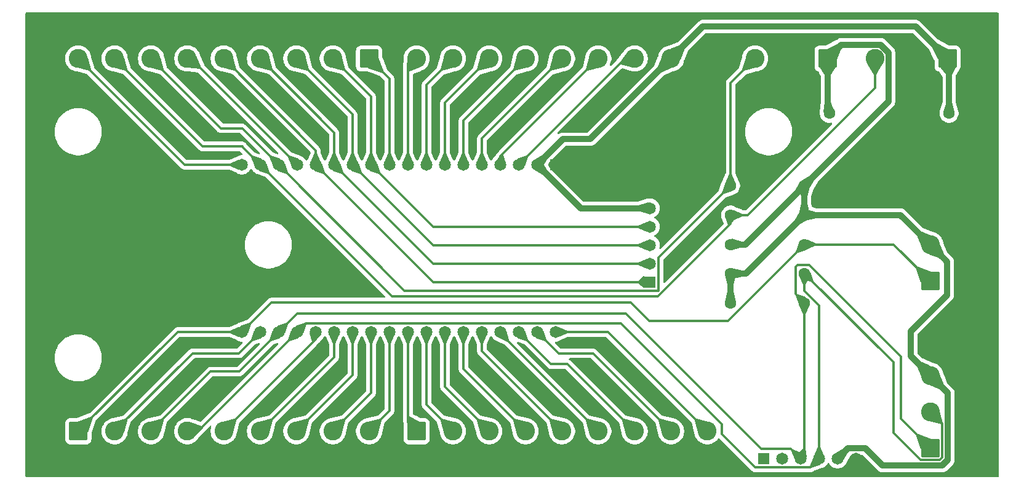
<source format=gbr>
%TF.GenerationSoftware,KiCad,Pcbnew,9.0.2*%
%TF.CreationDate,2025-09-29T18:54:39-03:00*%
%TF.ProjectId,Estacao_ControleIrrigacao,45737461-6361-46f5-9f43-6f6e74726f6c,rev?*%
%TF.SameCoordinates,Original*%
%TF.FileFunction,Copper,L2,Bot*%
%TF.FilePolarity,Positive*%
%FSLAX46Y46*%
G04 Gerber Fmt 4.6, Leading zero omitted, Abs format (unit mm)*
G04 Created by KiCad (PCBNEW 9.0.2) date 2025-09-29 18:54:39*
%MOMM*%
%LPD*%
G01*
G04 APERTURE LIST*
G04 Aperture macros list*
%AMRoundRect*
0 Rectangle with rounded corners*
0 $1 Rounding radius*
0 $2 $3 $4 $5 $6 $7 $8 $9 X,Y pos of 4 corners*
0 Add a 4 corners polygon primitive as box body*
4,1,4,$2,$3,$4,$5,$6,$7,$8,$9,$2,$3,0*
0 Add four circle primitives for the rounded corners*
1,1,$1+$1,$2,$3*
1,1,$1+$1,$4,$5*
1,1,$1+$1,$6,$7*
1,1,$1+$1,$8,$9*
0 Add four rect primitives between the rounded corners*
20,1,$1+$1,$2,$3,$4,$5,0*
20,1,$1+$1,$4,$5,$6,$7,0*
20,1,$1+$1,$6,$7,$8,$9,0*
20,1,$1+$1,$8,$9,$2,$3,0*%
G04 Aperture macros list end*
%TA.AperFunction,ComponentPad*%
%ADD10RoundRect,0.250000X1.050000X1.050000X-1.050000X1.050000X-1.050000X-1.050000X1.050000X-1.050000X0*%
%TD*%
%TA.AperFunction,ComponentPad*%
%ADD11C,2.600000*%
%TD*%
%TA.AperFunction,ComponentPad*%
%ADD12R,1.650000X1.650000*%
%TD*%
%TA.AperFunction,ComponentPad*%
%ADD13C,1.650000*%
%TD*%
%TA.AperFunction,ComponentPad*%
%ADD14C,1.600000*%
%TD*%
%TA.AperFunction,ComponentPad*%
%ADD15RoundRect,0.250000X1.050000X-1.050000X1.050000X1.050000X-1.050000X1.050000X-1.050000X-1.050000X0*%
%TD*%
%TA.AperFunction,ComponentPad*%
%ADD16RoundRect,0.250000X-1.050000X-1.050000X1.050000X-1.050000X1.050000X1.050000X-1.050000X1.050000X0*%
%TD*%
%TA.AperFunction,Conductor*%
%ADD17C,0.304800*%
%TD*%
%TA.AperFunction,Conductor*%
%ADD18C,0.812800*%
%TD*%
G04 APERTURE END LIST*
D10*
%TO.P,J5,1,Pin_1*%
%TO.N,/VCC*%
X192920000Y-68835000D03*
D11*
%TO.P,J5,2,Pin_2*%
%TO.N,/GND*%
X187920000Y-68835000D03*
%TO.P,J5,3,Pin_3*%
%TO.N,/HALL1_OUT*%
X182920000Y-68835000D03*
%TD*%
D12*
%TO.P,J10,1,Pin_1*%
%TO.N,unconnected-(J10-Pin_1-Pad1)*%
X184135000Y-123960000D03*
D13*
%TO.P,J10,2,Pin_2*%
%TO.N,unconnected-(J10-Pin_2-Pad2)*%
X186675000Y-123960000D03*
%TO.P,J10,3,Pin_3*%
%TO.N,/SCL*%
X189215000Y-123960000D03*
%TO.P,J10,4,Pin_4*%
%TO.N,/SDA*%
X191755000Y-123960000D03*
%TO.P,J10,5,Pin_5*%
%TO.N,/VCC*%
X194295000Y-123960000D03*
%TO.P,J10,6,Pin_6*%
%TO.N,/GND*%
X196835000Y-123960000D03*
%TD*%
D14*
%TO.P,C1,1*%
%TO.N,/VCC*%
X193145000Y-76390000D03*
%TO.P,C1,2*%
%TO.N,/GND*%
X190645000Y-76390000D03*
%TD*%
D15*
%TO.P,J7,1,Pin_1*%
%TO.N,/SCL*%
X207055000Y-122500000D03*
D11*
%TO.P,J7,2,Pin_2*%
%TO.N,/SDA*%
X207055000Y-117500000D03*
%TO.P,J7,3,Pin_3*%
%TO.N,/VCC*%
X207055000Y-112500000D03*
%TO.P,J7,4,Pin_4*%
%TO.N,/GND*%
X207055000Y-107500000D03*
%TD*%
D14*
%TO.P,R1,1*%
%TO.N,/SCL*%
X189730000Y-102490000D03*
%TO.P,R1,2*%
%TO.N,/VCC*%
X179570000Y-102490000D03*
%TD*%
%TO.P,R3,1*%
%TO.N,/HALL2_OUT*%
X179570000Y-90390000D03*
%TO.P,R3,2*%
%TO.N,/VCC*%
X189730000Y-90390000D03*
%TD*%
D10*
%TO.P,J2,1,Pin_1*%
%TO.N,Net-(J2-Pin_1)*%
X129830000Y-68835000D03*
D11*
%TO.P,J2,2,Pin_2*%
%TO.N,/MISO*%
X124830000Y-68835000D03*
%TO.P,J2,3,Pin_3*%
%TO.N,/MOSI*%
X119830000Y-68835000D03*
%TO.P,J2,4,Pin_4*%
%TO.N,/SCK*%
X114830000Y-68835000D03*
%TO.P,J2,5,Pin_5*%
%TO.N,/CS*%
X109830000Y-68835000D03*
%TO.P,J2,6,Pin_6*%
%TO.N,Net-(J2-Pin_6)*%
X104830000Y-68835000D03*
%TO.P,J2,7,Pin_7*%
%TO.N,/HALL1_OUT*%
X99830000Y-68835000D03*
%TO.P,J2,8,Pin_8*%
%TO.N,/HALL2_OUT*%
X94830000Y-68835000D03*
%TO.P,J2,9,Pin_9*%
%TO.N,Net-(J2-Pin_9)*%
X89830000Y-68835000D03*
%TD*%
D12*
%TO.P,J9,1,Pin_1*%
%TO.N,/CS*%
X168486250Y-99615000D03*
D13*
%TO.P,J9,2,Pin_2*%
%TO.N,/SCK*%
X168486250Y-97075000D03*
%TO.P,J9,3,Pin_3*%
%TO.N,/MOSI*%
X168486250Y-94535000D03*
%TO.P,J9,4,Pin_4*%
%TO.N,/MISO*%
X168486250Y-91995000D03*
%TO.P,J9,5,Pin_5*%
%TO.N,/VCC*%
X168486250Y-89455000D03*
%TO.P,J9,6,Pin_6*%
%TO.N,/GND*%
X168486250Y-86915000D03*
%TD*%
D10*
%TO.P,J1,1,Pin_1*%
%TO.N,/GND*%
X176375000Y-68835000D03*
D11*
%TO.P,J1,2,Pin_2*%
%TO.N,/VCC*%
X171375000Y-68835000D03*
%TO.P,J1,3,Pin_3*%
%TO.N,Net-(J1-Pin_3)*%
X166375000Y-68835000D03*
%TO.P,J1,4,Pin_4*%
%TO.N,Net-(J1-Pin_4)*%
X161375000Y-68835000D03*
%TO.P,J1,5,Pin_5*%
%TO.N,Net-(J1-Pin_5)*%
X156375000Y-68835000D03*
%TO.P,J1,6,Pin_6*%
%TO.N,Net-(J1-Pin_6)*%
X151375000Y-68835000D03*
%TO.P,J1,7,Pin_7*%
%TO.N,Net-(J1-Pin_7)*%
X146375000Y-68835000D03*
%TO.P,J1,8,Pin_8*%
%TO.N,Net-(J1-Pin_8)*%
X141375000Y-68835000D03*
%TO.P,J1,9,Pin_9*%
%TO.N,Net-(J1-Pin_9)*%
X136375000Y-68835000D03*
%TD*%
D16*
%TO.P,J4,1,Pin_1*%
%TO.N,Net-(J4-Pin_1)*%
X136375000Y-120165000D03*
D11*
%TO.P,J4,2,Pin_2*%
%TO.N,Net-(J4-Pin_2)*%
X141375000Y-120165000D03*
%TO.P,J4,3,Pin_3*%
%TO.N,Net-(J4-Pin_3)*%
X146375000Y-120165000D03*
%TO.P,J4,4,Pin_4*%
%TO.N,Net-(J4-Pin_4)*%
X151375000Y-120165000D03*
%TO.P,J4,5,Pin_5*%
%TO.N,Net-(J4-Pin_5)*%
X156375000Y-120165000D03*
%TO.P,J4,6,Pin_6*%
%TO.N,Net-(J4-Pin_6)*%
X161375000Y-120165000D03*
%TO.P,J4,7,Pin_7*%
%TO.N,Net-(J4-Pin_7)*%
X166375000Y-120165000D03*
%TO.P,J4,8,Pin_8*%
%TO.N,Net-(J4-Pin_8)*%
X171375000Y-120165000D03*
%TO.P,J4,9,Pin_9*%
%TO.N,Net-(J4-Pin_9)*%
X176375000Y-120165000D03*
%TD*%
D14*
%TO.P,R5,1*%
%TO.N,/DHT_OUT*%
X189730000Y-94445000D03*
%TO.P,R5,2*%
%TO.N,/VCC*%
X179570000Y-94445000D03*
%TD*%
%TO.P,R4,1*%
%TO.N,/VCC*%
X189730000Y-86340000D03*
%TO.P,R4,2*%
%TO.N,/HALL1_OUT*%
X179570000Y-86340000D03*
%TD*%
%TO.P,R2,1*%
%TO.N,/VCC*%
X179570000Y-98440000D03*
%TO.P,R2,2*%
%TO.N,/SDA*%
X189730000Y-98440000D03*
%TD*%
D10*
%TO.P,J6,1,Pin_1*%
%TO.N,/VCC*%
X209420000Y-68835000D03*
D11*
%TO.P,J6,2,Pin_2*%
%TO.N,/GND*%
X204420000Y-68835000D03*
%TO.P,J6,3,Pin_3*%
%TO.N,/HALL2_OUT*%
X199420000Y-68835000D03*
%TD*%
D15*
%TO.P,J8,1,Pin_1*%
%TO.N,/DHT_OUT*%
X207055000Y-99500000D03*
D11*
%TO.P,J8,2,Pin_2*%
%TO.N,/VCC*%
X207055000Y-94500000D03*
%TO.P,J8,3,Pin_3*%
%TO.N,/GND*%
X207055000Y-89500000D03*
%TD*%
D16*
%TO.P,J3,1,Pin_1*%
%TO.N,/DHT_OUT*%
X89830000Y-120165000D03*
D11*
%TO.P,J3,2,Pin_2*%
%TO.N,Net-(J3-Pin_2)*%
X94830000Y-120165000D03*
%TO.P,J3,3,Pin_3*%
%TO.N,/SCL*%
X99830000Y-120165000D03*
%TO.P,J3,4,Pin_4*%
%TO.N,/SDA*%
X104830000Y-120165000D03*
%TO.P,J3,5,Pin_5*%
%TO.N,Net-(J3-Pin_5)*%
X109830000Y-120165000D03*
%TO.P,J3,6,Pin_6*%
%TO.N,Net-(J3-Pin_6)*%
X114830000Y-120165000D03*
%TO.P,J3,7,Pin_7*%
%TO.N,Net-(J3-Pin_7)*%
X119830000Y-120165000D03*
%TO.P,J3,8,Pin_8*%
%TO.N,Net-(J3-Pin_8)*%
X124830000Y-120165000D03*
%TO.P,J3,9,Pin_9*%
%TO.N,Net-(J3-Pin_9)*%
X129830000Y-120165000D03*
%TD*%
D12*
%TO.P,U1,J2_1,GND_J2*%
%TO.N,/GND*%
X155502500Y-83477500D03*
D13*
%TO.P,U1,J2_2,5V*%
%TO.N,/VCC*%
X152962500Y-83477500D03*
%TO.P,U1,J2_3,VE*%
%TO.N,Net-(J1-Pin_3)*%
X150422500Y-83477500D03*
%TO.P,U1,J2_4,VE*%
%TO.N,Net-(J1-Pin_4)*%
X147882500Y-83477500D03*
%TO.P,U1,J2_5,U0RXD/GPIO44/CP2102_TX*%
%TO.N,Net-(J1-Pin_5)*%
X145342500Y-83477500D03*
%TO.P,U1,J2_6,U0TXD/GPIO43/CP2102_RX*%
%TO.N,Net-(J1-Pin_6)*%
X142802500Y-83477500D03*
%TO.P,U1,J2_7,RST/RST_SW*%
%TO.N,Net-(J1-Pin_7)*%
X140262500Y-83477500D03*
%TO.P,U1,J2_8,GPIO0/USER_SW*%
%TO.N,Net-(J1-Pin_8)*%
X137722500Y-83477500D03*
%TO.P,U1,J2_9,GPIO21/OLED_RST*%
%TO.N,Net-(J1-Pin_9)*%
X135182500Y-83477500D03*
%TO.P,U1,J2_10,GPIO20/U1CTS/ADC2_CH9/CLK_OUT1/USB_D+*%
%TO.N,Net-(J2-Pin_1)*%
X132642500Y-83477500D03*
%TO.P,U1,J2_11,GPIO19/U1RST/ADC2_CH9/CLK_OUT2/USB_D-*%
%TO.N,/MISO*%
X130102500Y-83477500D03*
%TO.P,U1,J2_12,GPIO7/ADC1_CH6/TOUCH7*%
%TO.N,/MOSI*%
X127562500Y-83477500D03*
%TO.P,U1,J2_13,GPIO6/ADC1_CH5/TOUCH6*%
%TO.N,/SCK*%
X125022500Y-83477500D03*
%TO.P,U1,J2_14,GPIO5/ADC1_CH4/TOUCH5*%
%TO.N,/CS*%
X122482500Y-83477500D03*
%TO.P,U1,J2_15,GPIO4/ADC1_CH3/TOUCH4*%
%TO.N,Net-(J2-Pin_6)*%
X119942500Y-83477500D03*
%TO.P,U1,J2_16,GPIO3/ADC1_CH2/TOUCH3*%
%TO.N,/HALL1_OUT*%
X117402500Y-83477500D03*
%TO.P,U1,J2_17,GPIO2/ADC1_CH1/TOUCH2*%
%TO.N,/HALL2_OUT*%
X114862500Y-83477500D03*
%TO.P,U1,J2_18,GPIO1/ADC1_CH0/VBAT_READ/TOUCH1*%
%TO.N,Net-(J2-Pin_9)*%
X112322500Y-83477500D03*
%TO.P,U1,J3_1,GND_J3*%
%TO.N,Net-(J4-Pin_9)*%
X155502500Y-106497500D03*
%TO.P,U1,J3_2,3V3*%
%TO.N,Net-(J4-Pin_8)*%
X152962500Y-106497500D03*
%TO.P,U1,J3_3,3V3*%
%TO.N,Net-(J4-Pin_7)*%
X150422500Y-106497500D03*
%TO.P,U1,J3_4,GPIO26/SPICS1*%
%TO.N,Net-(J4-Pin_6)*%
X147882500Y-106497500D03*
%TO.P,U1,J3_5,GPIO48*%
%TO.N,Net-(J4-Pin_5)*%
X145342500Y-106497500D03*
%TO.P,U1,J3_6,GPIO47*%
%TO.N,Net-(J4-Pin_4)*%
X142802500Y-106497500D03*
%TO.P,U1,J3_7,GPIO33/SPIIO4/FSPIHD/SUBSPIHD*%
%TO.N,Net-(J4-Pin_3)*%
X140262500Y-106497500D03*
%TO.P,U1,J3_8,GPIO34/SPIIO5/FSPICS0/SUBSPICS0*%
%TO.N,Net-(J4-Pin_2)*%
X137722500Y-106497500D03*
%TO.P,U1,J3_9,GPIO35/SPIIO6/FSPID/SUBSPID/LED_WRITE*%
%TO.N,Net-(J4-Pin_1)*%
X135182500Y-106497500D03*
%TO.P,U1,J3_10,GPIO36/SPIIO7/FSPICLK/SUBSPICLK/VEXT_CTRL*%
%TO.N,Net-(J3-Pin_9)*%
X132642500Y-106497500D03*
%TO.P,U1,J3_11,GPIO37/SPIDQS/FSPIQ/SUBSPIQ/ADC_CTRL*%
%TO.N,Net-(J3-Pin_8)*%
X130102500Y-106497500D03*
%TO.P,U1,J3_12,GPIO38/FSPIWP/SUBSPIWP*%
%TO.N,Net-(J3-Pin_7)*%
X127562500Y-106497500D03*
%TO.P,U1,J3_13,GPIO39/MTCK*%
%TO.N,Net-(J3-Pin_6)*%
X125022500Y-106497500D03*
%TO.P,U1,J3_14,GPIO40/MTDO*%
%TO.N,Net-(J3-Pin_5)*%
X122482500Y-106497500D03*
%TO.P,U1,J3_15,GPIO41/MTDI*%
%TO.N,/SDA*%
X119942500Y-106497500D03*
%TO.P,U1,J3_16,GPIO42/MTMS*%
%TO.N,/SCL*%
X117402500Y-106497500D03*
%TO.P,U1,J3_17,GPIO45*%
%TO.N,Net-(J3-Pin_2)*%
X114862500Y-106497500D03*
%TO.P,U1,J3_18,GPIO46*%
%TO.N,/DHT_OUT*%
X112322500Y-106497500D03*
%TD*%
D14*
%TO.P,C2,1*%
%TO.N,/GND*%
X207125000Y-76390000D03*
%TO.P,C2,2*%
%TO.N,/VCC*%
X209625000Y-76390000D03*
%TD*%
D17*
%TO.N,Net-(J1-Pin_5)*%
X156375000Y-68835000D02*
X145342500Y-79867500D01*
X145342500Y-79867500D02*
X145342500Y-83477500D01*
%TO.N,Net-(J1-Pin_4)*%
X147882500Y-82327500D02*
X147882500Y-83477500D01*
X161375000Y-69985000D02*
X161375000Y-68835000D01*
X161375000Y-68835000D02*
X147882500Y-82327500D01*
%TO.N,Net-(J1-Pin_7)*%
X140262500Y-83477500D02*
X140262500Y-74947500D01*
X140262500Y-74947500D02*
X146375000Y-68835000D01*
%TO.N,Net-(J1-Pin_3)*%
X150422500Y-83477500D02*
X165065000Y-68835000D01*
X165065000Y-68835000D02*
X166375000Y-68835000D01*
%TO.N,Net-(J1-Pin_8)*%
X137722500Y-72487500D02*
X141375000Y-68835000D01*
X137722500Y-83477500D02*
X137722500Y-72487500D01*
%TO.N,Net-(J1-Pin_6)*%
X142802500Y-83477500D02*
X142802500Y-77407500D01*
X142802500Y-77407500D02*
X151375000Y-68835000D01*
%TO.N,/SCK*%
X138620000Y-97075000D02*
X125022500Y-83477500D01*
X125022500Y-83477500D02*
X125022500Y-79027500D01*
X125022500Y-79027500D02*
X114830000Y-68835000D01*
X168486250Y-97075000D02*
X138620000Y-97075000D01*
%TO.N,/HALL2_OUT*%
X114862500Y-83477500D02*
X114862500Y-83432500D01*
X133005000Y-101620000D02*
X114862500Y-83477500D01*
X112375000Y-80990000D02*
X114862500Y-83477500D01*
X199420000Y-72900000D02*
X181930000Y-90390000D01*
X179570000Y-90390000D02*
X179570000Y-91603359D01*
X94830000Y-68835000D02*
X106940000Y-80945000D01*
X106940000Y-80945000D02*
X112375000Y-80945000D01*
X199420000Y-68835000D02*
X199420000Y-72900000D01*
X181930000Y-90390000D02*
X179570000Y-90390000D01*
X112375000Y-80945000D02*
X112375000Y-80990000D01*
X169553359Y-101620000D02*
X133005000Y-101620000D01*
X179570000Y-91603359D02*
X169553359Y-101620000D01*
%TO.N,Net-(J2-Pin_6)*%
X105300000Y-68835000D02*
X104830000Y-68835000D01*
X119942500Y-83477500D02*
X105300000Y-68835000D01*
%TO.N,/CS*%
X122482500Y-81487500D02*
X109830000Y-68835000D01*
X122482500Y-83477500D02*
X122482500Y-81487500D01*
X138620000Y-99615000D02*
X122482500Y-83477500D01*
X168486250Y-99615000D02*
X138620000Y-99615000D01*
%TO.N,Net-(J2-Pin_1)*%
X132642500Y-83477500D02*
X132642500Y-71647500D01*
X132642500Y-71647500D02*
X129830000Y-68835000D01*
%TO.N,/MISO*%
X138620000Y-91995000D02*
X130102500Y-83477500D01*
X130102500Y-74107500D02*
X124830000Y-68835000D01*
X130102500Y-83477500D02*
X130102500Y-74107500D01*
X168486250Y-91995000D02*
X138620000Y-91995000D01*
%TO.N,/HALL1_OUT*%
X99830000Y-68835000D02*
X109440000Y-78445000D01*
X109440000Y-78445000D02*
X112370000Y-78445000D01*
X179570000Y-86340000D02*
X169664650Y-96245350D01*
X169664650Y-100793400D02*
X134718400Y-100793400D01*
X182920000Y-68835000D02*
X179570000Y-72185000D01*
X134718400Y-100793400D02*
X117402500Y-83477500D01*
X169664650Y-96245350D02*
X169664650Y-100793400D01*
X112370000Y-78445000D02*
X117402500Y-83477500D01*
X179570000Y-72185000D02*
X179570000Y-86340000D01*
%TO.N,/MOSI*%
X127562500Y-76567500D02*
X119830000Y-68835000D01*
X168486250Y-94535000D02*
X138620000Y-94535000D01*
X138620000Y-94535000D02*
X127562500Y-83477500D01*
X127562500Y-83477500D02*
X127562500Y-76567500D01*
%TO.N,/DHT_OUT*%
X103497500Y-106497500D02*
X112322500Y-106497500D01*
X189730000Y-94445000D02*
X179230000Y-104945000D01*
X89830000Y-120165000D02*
X103497500Y-106497500D01*
X168375000Y-104945000D02*
X165875000Y-102445000D01*
X116375000Y-102445000D02*
X112322500Y-106497500D01*
X165875000Y-102445000D02*
X116375000Y-102445000D01*
X189730000Y-94445000D02*
X189730000Y-94500000D01*
X189730000Y-94445000D02*
X202000000Y-94445000D01*
X179230000Y-104945000D02*
X168375000Y-104945000D01*
X202000000Y-94445000D02*
X207055000Y-99500000D01*
%TO.N,Net-(J3-Pin_2)*%
X94830000Y-120165000D02*
X105550000Y-109445000D01*
X105550000Y-109445000D02*
X111915000Y-109445000D01*
X111915000Y-109445000D02*
X114862500Y-106497500D01*
%TO.N,Net-(J3-Pin_6)*%
X125022500Y-109972500D02*
X125022500Y-106497500D01*
X114830000Y-120165000D02*
X125022500Y-109972500D01*
%TO.N,/SDA*%
X104830000Y-120165000D02*
X106275000Y-120165000D01*
X182956600Y-125138400D02*
X178350000Y-120531800D01*
X191755000Y-123960000D02*
X190576600Y-125138400D01*
X208361864Y-124153400D02*
X205748136Y-124153400D01*
X189730000Y-100858846D02*
X189730000Y-98440000D01*
X201980000Y-110690000D02*
X189730000Y-98440000D01*
X178350000Y-120531800D02*
X178350000Y-119200000D01*
X201980000Y-120385264D02*
X201980000Y-110690000D01*
X207055000Y-117500000D02*
X208708400Y-119153400D01*
X191755000Y-102883846D02*
X189730000Y-100858846D01*
X208708400Y-119153400D02*
X208708400Y-123806864D01*
X164469100Y-105319100D02*
X121120900Y-105319100D01*
X191755000Y-123960000D02*
X191755000Y-102883846D01*
X106275000Y-120165000D02*
X119942500Y-106497500D01*
X178350000Y-119200000D02*
X164469100Y-105319100D01*
X190576600Y-125138400D02*
X182956600Y-125138400D01*
X121120900Y-105319100D02*
X119942500Y-106497500D01*
X205748136Y-124153400D02*
X201980000Y-120385264D01*
X208708400Y-123806864D02*
X208361864Y-124153400D01*
%TO.N,Net-(J3-Pin_7)*%
X119830000Y-120165000D02*
X127562500Y-112432500D01*
X127562500Y-112432500D02*
X127562500Y-106497500D01*
%TO.N,Net-(J3-Pin_5)*%
X109830000Y-120165000D02*
X122482500Y-107512500D01*
X122482500Y-107512500D02*
X122482500Y-106497500D01*
%TO.N,/SCL*%
X183770000Y-122570000D02*
X165145000Y-103945000D01*
X99830000Y-120165000D02*
X108050000Y-111945000D01*
X165145000Y-103945000D02*
X119955000Y-103945000D01*
X188517655Y-101277655D02*
X189730000Y-102490000D01*
X189215000Y-123960000D02*
X187825000Y-122570000D01*
X189730000Y-123445000D02*
X189215000Y-123960000D01*
X187825000Y-122570000D02*
X183770000Y-122570000D01*
X108050000Y-111945000D02*
X111955000Y-111945000D01*
X188748710Y-97286600D02*
X188517655Y-97517655D01*
X203000000Y-118445000D02*
X203000000Y-109918846D01*
X189730000Y-102490000D02*
X189730000Y-123445000D01*
X207055000Y-122500000D02*
X203000000Y-118445000D01*
X188517655Y-97517655D02*
X188517655Y-101277655D01*
X190367754Y-97286600D02*
X188748710Y-97286600D01*
X119955000Y-103945000D02*
X117402500Y-106497500D01*
X203000000Y-109918846D02*
X190367754Y-97286600D01*
X111955000Y-111945000D02*
X117402500Y-106497500D01*
%TO.N,Net-(J3-Pin_8)*%
X124830000Y-120165000D02*
X130102500Y-114892500D01*
X130102500Y-114892500D02*
X130102500Y-106497500D01*
%TO.N,Net-(J4-Pin_6)*%
X147882500Y-106672500D02*
X147882500Y-106497500D01*
X161375000Y-120165000D02*
X147882500Y-106672500D01*
%TO.N,Net-(J4-Pin_4)*%
X151375000Y-120165000D02*
X142802500Y-111592500D01*
X142802500Y-111592500D02*
X142802500Y-106497500D01*
%TO.N,Net-(J4-Pin_2)*%
X137722500Y-116512500D02*
X137722500Y-106497500D01*
X141375000Y-120165000D02*
X137722500Y-116512500D01*
%TO.N,Net-(J4-Pin_3)*%
X146375000Y-120165000D02*
X140262500Y-114052500D01*
X140262500Y-114052500D02*
X140262500Y-106497500D01*
%TO.N,Net-(J4-Pin_8)*%
X155910000Y-109445000D02*
X152962500Y-106497500D01*
X160655000Y-109445000D02*
X155910000Y-109445000D01*
X171375000Y-120165000D02*
X160655000Y-109445000D01*
%TO.N,Net-(J4-Pin_1)*%
X136375000Y-119445000D02*
X136375000Y-120165000D01*
X135182500Y-118252500D02*
X136375000Y-119445000D01*
X135182500Y-106497500D02*
X135182500Y-118252500D01*
%TO.N,Net-(J4-Pin_7)*%
X166375000Y-120165000D02*
X157155000Y-110945000D01*
X157155000Y-110945000D02*
X154870000Y-110945000D01*
X154870000Y-110945000D02*
X150422500Y-106497500D01*
%TO.N,Net-(J4-Pin_9)*%
X176375000Y-120165000D02*
X162707500Y-106497500D01*
X162707500Y-106497500D02*
X155502500Y-106497500D01*
%TO.N,Net-(J3-Pin_9)*%
X129830000Y-120165000D02*
X132642500Y-117352500D01*
X132642500Y-117352500D02*
X132642500Y-106497500D01*
%TO.N,Net-(J1-Pin_9)*%
X135182500Y-83477500D02*
X135182500Y-70027500D01*
X135182500Y-70027500D02*
X136375000Y-68835000D01*
%TO.N,Net-(J2-Pin_9)*%
X112322500Y-83477500D02*
X104472500Y-83477500D01*
X104472500Y-83477500D02*
X89830000Y-68835000D01*
D18*
%TO.N,/VCC*%
X205016200Y-64431200D02*
X209420000Y-68835000D01*
X192920000Y-68835000D02*
X192920000Y-76165000D01*
X168486250Y-89455000D02*
X158940000Y-89455000D01*
X209468200Y-124121584D02*
X208676583Y-124913200D01*
X152962500Y-83477500D02*
X156495000Y-79945000D01*
X209645000Y-76390000D02*
X209645000Y-69060000D01*
X175778800Y-64431200D02*
X171375000Y-68835000D01*
X204375000Y-106445000D02*
X204375000Y-109820000D01*
X200210071Y-66927600D02*
X194827400Y-66927600D01*
X200483200Y-124913200D02*
X198097600Y-122527600D01*
X204375000Y-109820000D02*
X207055000Y-112500000D01*
X202945000Y-90390000D02*
X207055000Y-94500000D01*
X209645000Y-69060000D02*
X209420000Y-68835000D01*
X193145000Y-69060000D02*
X192920000Y-68835000D01*
X209468200Y-114913200D02*
X209468200Y-124121584D01*
X209375000Y-96820000D02*
X209375000Y-101445000D01*
X189730000Y-90390000D02*
X189730000Y-86340000D01*
X201327400Y-74742600D02*
X201327400Y-68044929D01*
X158940000Y-89455000D02*
X152962500Y-83477500D01*
X181680000Y-98440000D02*
X185675000Y-94445000D01*
X189730000Y-86340000D02*
X201327400Y-74742600D01*
X209375000Y-101445000D02*
X204375000Y-106445000D01*
X189730000Y-90390000D02*
X202945000Y-90390000D01*
X208676583Y-124913200D02*
X200483200Y-124913200D01*
X192920000Y-76165000D02*
X193145000Y-76390000D01*
X195727400Y-122527600D02*
X194295000Y-123960000D01*
X201327400Y-68044929D02*
X200210071Y-66927600D01*
X179570000Y-94445000D02*
X181625000Y-94445000D01*
X181625000Y-94445000D02*
X189730000Y-86340000D01*
X179570000Y-102490000D02*
X179570000Y-98440000D01*
X198097600Y-122527600D02*
X195727400Y-122527600D01*
X156495000Y-79945000D02*
X160265000Y-79945000D01*
X175778800Y-64431200D02*
X205016200Y-64431200D01*
X160265000Y-79945000D02*
X171375000Y-68835000D01*
X207055000Y-112500000D02*
X209468200Y-114913200D01*
X185675000Y-94445000D02*
X189730000Y-90390000D01*
X207055000Y-94500000D02*
X209375000Y-96820000D01*
X179570000Y-98440000D02*
X181680000Y-98440000D01*
X194827400Y-66927600D02*
X192920000Y-68835000D01*
D17*
%TO.N,Net-(J4-Pin_5)*%
X156375000Y-120165000D02*
X145342500Y-109132500D01*
X145342500Y-109132500D02*
X145342500Y-106497500D01*
%TD*%
%TA.AperFunction,Conductor*%
%TO.N,/SCK*%
G36*
X125175634Y-81846779D02*
G01*
X125178015Y-81850217D01*
X125704361Y-83010118D01*
X125704659Y-83019068D01*
X125700217Y-83024675D01*
X125029010Y-83474140D01*
X125020229Y-83475895D01*
X125015990Y-83474140D01*
X124344782Y-83024675D01*
X124339815Y-83017224D01*
X124340637Y-83010120D01*
X124866985Y-81850217D01*
X124873524Y-81844100D01*
X124877639Y-81843352D01*
X125167361Y-81843352D01*
X125175634Y-81846779D01*
G37*
%TD.AperFunction*%
%TD*%
%TA.AperFunction,Conductor*%
%TO.N,Net-(J2-Pin_1)*%
G36*
X131129745Y-68724248D02*
G01*
X131133151Y-68729032D01*
X131868937Y-70654034D01*
X131868690Y-70662985D01*
X131866281Y-70666484D01*
X131661484Y-70871281D01*
X131653211Y-70874708D01*
X131649034Y-70873937D01*
X129724033Y-70138151D01*
X129717528Y-70131996D01*
X129716554Y-70126205D01*
X129828439Y-68844078D01*
X129832572Y-68836134D01*
X129839077Y-68833439D01*
X131121206Y-68721553D01*
X131129745Y-68724248D01*
G37*
%TD.AperFunction*%
%TD*%
%TA.AperFunction,Conductor*%
%TO.N,/SCL*%
G36*
X118452146Y-105237169D02*
G01*
X118455584Y-105239550D01*
X118660449Y-105444415D01*
X118663876Y-105452688D01*
X118663128Y-105456803D01*
X118215137Y-106649162D01*
X118209020Y-106655701D01*
X118201914Y-106656524D01*
X117409478Y-106499727D01*
X117402027Y-106494760D01*
X117400272Y-106490521D01*
X117243475Y-105698082D01*
X117245230Y-105689304D01*
X117250835Y-105684863D01*
X118443198Y-105236871D01*
X118452146Y-105237169D01*
G37*
%TD.AperFunction*%
%TD*%
%TA.AperFunction,Conductor*%
%TO.N,/HALL2_OUT*%
G36*
X179574725Y-90391985D02*
G01*
X179574744Y-90391998D01*
X180225123Y-90827721D01*
X180230089Y-90835173D01*
X180228331Y-90843953D01*
X180228107Y-90844276D01*
X179423275Y-91962479D01*
X179415661Y-91967192D01*
X179406944Y-91965140D01*
X179405506Y-91963917D01*
X179201631Y-91760042D01*
X179198833Y-91755554D01*
X178789694Y-90558715D01*
X178790261Y-90549778D01*
X178796980Y-90543859D01*
X178798468Y-90543457D01*
X179565942Y-90390244D01*
X179574725Y-90391985D01*
G37*
%TD.AperFunction*%
%TD*%
%TA.AperFunction,Conductor*%
%TO.N,/VCC*%
G36*
X207781100Y-66617733D02*
G01*
X209527303Y-67531384D01*
X209533045Y-67538256D01*
X209533535Y-67542768D01*
X209421560Y-68825921D01*
X209417427Y-68833865D01*
X209410921Y-68836560D01*
X208127768Y-68948535D01*
X208119228Y-68945840D01*
X208116385Y-68942304D01*
X207202733Y-67196101D01*
X207201935Y-67187183D01*
X207204826Y-67182407D01*
X207767406Y-66619827D01*
X207775678Y-66616401D01*
X207781100Y-66617733D01*
G37*
%TD.AperFunction*%
%TD*%
%TA.AperFunction,Conductor*%
%TO.N,/HALL2_OUT*%
G36*
X199427436Y-68840126D02*
G01*
X200266435Y-69531250D01*
X200412347Y-69651445D01*
X200416554Y-69659351D01*
X200415037Y-69666332D01*
X199575779Y-71118034D01*
X199568672Y-71123481D01*
X199565650Y-71123878D01*
X199274350Y-71123878D01*
X199266077Y-71120451D01*
X199264221Y-71118034D01*
X198424962Y-69666332D01*
X198423788Y-69657454D01*
X198427651Y-69651446D01*
X199412562Y-68840126D01*
X199421125Y-68837512D01*
X199427436Y-68840126D01*
G37*
%TD.AperFunction*%
%TD*%
%TA.AperFunction,Conductor*%
%TO.N,/VCC*%
G36*
X190502431Y-86493630D02*
G01*
X190509870Y-86498614D01*
X190511606Y-86507399D01*
X190511444Y-86508097D01*
X190138705Y-87915923D01*
X190133275Y-87923043D01*
X190127395Y-87924628D01*
X189332605Y-87924628D01*
X189324332Y-87921201D01*
X189321295Y-87915923D01*
X188948555Y-86508095D01*
X188949750Y-86499222D01*
X188956870Y-86493792D01*
X188957551Y-86493633D01*
X189727707Y-86339459D01*
X189732293Y-86339459D01*
X190502431Y-86493630D01*
G37*
%TD.AperFunction*%
%TD*%
%TA.AperFunction,Conductor*%
%TO.N,Net-(J1-Pin_5)*%
G36*
X145495634Y-81846779D02*
G01*
X145498015Y-81850217D01*
X146024361Y-83010118D01*
X146024659Y-83019068D01*
X146020217Y-83024675D01*
X145349010Y-83474140D01*
X145340229Y-83475895D01*
X145335990Y-83474140D01*
X144664782Y-83024675D01*
X144659815Y-83017224D01*
X144660637Y-83010120D01*
X145186985Y-81850217D01*
X145193524Y-81844100D01*
X145197639Y-81843352D01*
X145487361Y-81843352D01*
X145495634Y-81846779D01*
G37*
%TD.AperFunction*%
%TD*%
%TA.AperFunction,Conductor*%
%TO.N,/MISO*%
G36*
X130255634Y-81846779D02*
G01*
X130258015Y-81850217D01*
X130784361Y-83010118D01*
X130784659Y-83019068D01*
X130780217Y-83024675D01*
X130109010Y-83474140D01*
X130100229Y-83475895D01*
X130095990Y-83474140D01*
X129424782Y-83024675D01*
X129419815Y-83017224D01*
X129420637Y-83010120D01*
X129946985Y-81850217D01*
X129953524Y-81844100D01*
X129957639Y-81843352D01*
X130247361Y-81843352D01*
X130255634Y-81846779D01*
G37*
%TD.AperFunction*%
%TD*%
%TA.AperFunction,Conductor*%
%TO.N,/MISO*%
G36*
X126117574Y-68713232D02*
G01*
X126121438Y-68719241D01*
X126554500Y-70339196D01*
X126553326Y-70348074D01*
X126551470Y-70350491D01*
X126345491Y-70556470D01*
X126337218Y-70559897D01*
X126334196Y-70559500D01*
X124714241Y-70126438D01*
X124707134Y-70120991D01*
X124705617Y-70114012D01*
X124828366Y-68843883D01*
X124832572Y-68835980D01*
X124838883Y-68833366D01*
X126109011Y-68710617D01*
X126117574Y-68713232D01*
G37*
%TD.AperFunction*%
%TD*%
%TA.AperFunction,Conductor*%
%TO.N,/VCC*%
G36*
X168322088Y-88650282D02*
G01*
X168327575Y-88657359D01*
X168327761Y-88658148D01*
X168486790Y-89452704D01*
X168486790Y-89457296D01*
X168327761Y-90251851D01*
X168322778Y-90259291D01*
X168313993Y-90261027D01*
X168313204Y-90260841D01*
X166860717Y-89863755D01*
X166853640Y-89858268D01*
X166852102Y-89852469D01*
X166852102Y-89057530D01*
X166855529Y-89049257D01*
X166860714Y-89046245D01*
X168313206Y-88649158D01*
X168322088Y-88650282D01*
G37*
%TD.AperFunction*%
%TD*%
%TA.AperFunction,Conductor*%
%TO.N,/VCC*%
G36*
X208343893Y-112378105D02*
G01*
X208347227Y-112382572D01*
X208817253Y-113492135D01*
X208944376Y-113792227D01*
X208957773Y-113823851D01*
X208957845Y-113832806D01*
X208955273Y-113836688D01*
X208391688Y-114400273D01*
X208383415Y-114403700D01*
X208378852Y-114402773D01*
X208047135Y-114262253D01*
X206937572Y-113792227D01*
X206931291Y-113785845D01*
X206930490Y-113780329D01*
X207053366Y-112508883D01*
X207057572Y-112500980D01*
X207063883Y-112498366D01*
X208335329Y-112375490D01*
X208343893Y-112378105D01*
G37*
%TD.AperFunction*%
%TD*%
%TA.AperFunction,Conductor*%
%TO.N,/MISO*%
G36*
X168033425Y-91317282D02*
G01*
X168482890Y-91988490D01*
X168484645Y-91997271D01*
X168482890Y-92001510D01*
X168033425Y-92672717D01*
X168025974Y-92677684D01*
X168018868Y-92676861D01*
X166858967Y-92150515D01*
X166852850Y-92143976D01*
X166852102Y-92139861D01*
X166852102Y-91850138D01*
X166855529Y-91841865D01*
X166858963Y-91839486D01*
X168018870Y-91313137D01*
X168027818Y-91312840D01*
X168033425Y-91317282D01*
G37*
%TD.AperFunction*%
%TD*%
%TA.AperFunction,Conductor*%
%TO.N,/VCC*%
G36*
X208343893Y-94378105D02*
G01*
X208347227Y-94382572D01*
X208817253Y-95492135D01*
X208944376Y-95792227D01*
X208957773Y-95823851D01*
X208957845Y-95832806D01*
X208955273Y-95836688D01*
X208391688Y-96400273D01*
X208383415Y-96403700D01*
X208378852Y-96402773D01*
X208047135Y-96262253D01*
X206937572Y-95792227D01*
X206931291Y-95785845D01*
X206930490Y-95780329D01*
X207053366Y-94508883D01*
X207057572Y-94500980D01*
X207063883Y-94498366D01*
X208335329Y-94375490D01*
X208343893Y-94378105D01*
G37*
%TD.AperFunction*%
%TD*%
%TA.AperFunction,Conductor*%
%TO.N,/HALL1_OUT*%
G36*
X179563020Y-86337772D02*
G01*
X179570470Y-86342740D01*
X179572227Y-86346979D01*
X179724152Y-87114927D01*
X179722395Y-87123708D01*
X179716826Y-87128137D01*
X178564335Y-87565578D01*
X178555384Y-87565310D01*
X178551910Y-87562912D01*
X178347087Y-87358089D01*
X178343660Y-87349816D01*
X178344421Y-87345664D01*
X178432000Y-87114927D01*
X178781863Y-86193171D01*
X178788002Y-86186654D01*
X178795072Y-86185847D01*
X179563020Y-86337772D01*
G37*
%TD.AperFunction*%
%TD*%
%TA.AperFunction,Conductor*%
%TO.N,/SDA*%
G36*
X191908134Y-122329279D02*
G01*
X191910515Y-122332717D01*
X192436861Y-123492618D01*
X192437159Y-123501568D01*
X192432717Y-123507175D01*
X191761510Y-123956640D01*
X191752729Y-123958395D01*
X191748490Y-123956640D01*
X191077282Y-123507175D01*
X191072315Y-123499724D01*
X191073137Y-123492620D01*
X191599485Y-122332717D01*
X191606024Y-122326600D01*
X191610139Y-122325852D01*
X191899861Y-122325852D01*
X191908134Y-122329279D01*
G37*
%TD.AperFunction*%
%TD*%
%TA.AperFunction,Conductor*%
%TO.N,Net-(J4-Pin_6)*%
G36*
X148689838Y-106340400D02*
G01*
X148694586Y-106346938D01*
X149056412Y-107626149D01*
X149055367Y-107635042D01*
X149053427Y-107637606D01*
X148848558Y-107842475D01*
X148840285Y-107845902D01*
X148835320Y-107844796D01*
X147436466Y-107189231D01*
X147430429Y-107182618D01*
X147430837Y-107173672D01*
X147431695Y-107172148D01*
X147879098Y-106500835D01*
X147886536Y-106495854D01*
X148681058Y-106338645D01*
X148689838Y-106340400D01*
G37*
%TD.AperFunction*%
%TD*%
%TA.AperFunction,Conductor*%
%TO.N,/DHT_OUT*%
G36*
X111869675Y-105819782D02*
G01*
X112319140Y-106490990D01*
X112320895Y-106499771D01*
X112319140Y-106504010D01*
X111869675Y-107175217D01*
X111862224Y-107180184D01*
X111855118Y-107179361D01*
X110695217Y-106653015D01*
X110689100Y-106646476D01*
X110688352Y-106642361D01*
X110688352Y-106352638D01*
X110691779Y-106344365D01*
X110695213Y-106341986D01*
X111855120Y-105815637D01*
X111864068Y-105815340D01*
X111869675Y-105819782D01*
G37*
%TD.AperFunction*%
%TD*%
%TA.AperFunction,Conductor*%
%TO.N,Net-(J4-Pin_5)*%
G36*
X154870801Y-118440498D02*
G01*
X156490759Y-118873561D01*
X156497865Y-118879008D01*
X156499382Y-118885989D01*
X156376634Y-120156113D01*
X156372427Y-120164019D01*
X156366113Y-120166634D01*
X155095989Y-120289382D01*
X155087425Y-120286767D01*
X155083561Y-120280759D01*
X154650499Y-118660802D01*
X154651673Y-118651925D01*
X154653525Y-118649512D01*
X154859509Y-118443528D01*
X154867781Y-118440102D01*
X154870801Y-118440498D01*
G37*
%TD.AperFunction*%
%TD*%
%TA.AperFunction,Conductor*%
%TO.N,Net-(J2-Pin_6)*%
G36*
X106078233Y-68520250D02*
G01*
X106082979Y-68525632D01*
X106757238Y-70072589D01*
X106757403Y-70081542D01*
X106754786Y-70085537D01*
X106548837Y-70291486D01*
X106540564Y-70294913D01*
X106539358Y-70294851D01*
X104898898Y-70124915D01*
X104891022Y-70120654D01*
X104888416Y-70113817D01*
X104829733Y-68843821D01*
X104832775Y-68835399D01*
X104838537Y-68831942D01*
X106069371Y-68518968D01*
X106078233Y-68520250D01*
G37*
%TD.AperFunction*%
%TD*%
%TA.AperFunction,Conductor*%
%TO.N,/GND*%
G36*
X216383039Y-62519685D02*
G01*
X216428794Y-62572489D01*
X216440000Y-62624000D01*
X216440000Y-126376000D01*
X216420315Y-126443039D01*
X216367511Y-126488794D01*
X216316000Y-126500000D01*
X82684000Y-126500000D01*
X82616961Y-126480315D01*
X82571206Y-126427511D01*
X82560000Y-126376000D01*
X82560000Y-109913649D01*
X86579500Y-109913649D01*
X86579500Y-109926375D01*
X86579500Y-110232041D01*
X86585415Y-110292100D01*
X86610706Y-110548888D01*
X86610709Y-110548905D01*
X86672817Y-110861151D01*
X86672820Y-110861162D01*
X86765247Y-111165854D01*
X86887087Y-111460001D01*
X86887094Y-111460015D01*
X87037171Y-111740792D01*
X87037182Y-111740810D01*
X87214061Y-112005528D01*
X87214071Y-112005542D01*
X87416056Y-112251661D01*
X87641183Y-112476788D01*
X87641188Y-112476792D01*
X87641189Y-112476793D01*
X87887308Y-112678778D01*
X88152041Y-112855667D01*
X88432837Y-113005755D01*
X88726992Y-113127598D01*
X89031673Y-113220022D01*
X89031679Y-113220023D01*
X89031682Y-113220024D01*
X89031693Y-113220027D01*
X89227498Y-113258974D01*
X89343946Y-113282137D01*
X89660804Y-113313345D01*
X89660807Y-113313345D01*
X89979193Y-113313345D01*
X89979196Y-113313345D01*
X90296054Y-113282137D01*
X90450619Y-113251391D01*
X90608306Y-113220027D01*
X90608317Y-113220024D01*
X90608317Y-113220023D01*
X90608327Y-113220022D01*
X90913008Y-113127598D01*
X91207163Y-113005755D01*
X91487959Y-112855667D01*
X91752692Y-112678778D01*
X91998811Y-112476793D01*
X92223948Y-112251656D01*
X92425933Y-112005537D01*
X92602822Y-111740804D01*
X92752910Y-111460008D01*
X92874753Y-111165853D01*
X92967177Y-110861172D01*
X92967179Y-110861162D01*
X92967182Y-110861151D01*
X93003252Y-110679812D01*
X93029292Y-110548899D01*
X93060500Y-110232041D01*
X93060500Y-109913649D01*
X93029292Y-109596791D01*
X92988753Y-109392988D01*
X92967182Y-109284538D01*
X92967179Y-109284527D01*
X92967178Y-109284524D01*
X92967177Y-109284518D01*
X92874753Y-108979837D01*
X92752910Y-108685682D01*
X92602822Y-108404886D01*
X92425933Y-108140153D01*
X92223948Y-107894034D01*
X92223947Y-107894033D01*
X92223943Y-107894028D01*
X91998816Y-107668901D01*
X91752697Y-107466916D01*
X91752696Y-107466915D01*
X91752692Y-107466912D01*
X91487959Y-107290023D01*
X91487954Y-107290020D01*
X91487947Y-107290016D01*
X91239591Y-107157268D01*
X91207163Y-107139935D01*
X91188820Y-107132337D01*
X90913009Y-107018092D01*
X90608317Y-106925665D01*
X90608306Y-106925662D01*
X90296060Y-106863554D01*
X90296043Y-106863551D01*
X90056434Y-106839952D01*
X89979196Y-106832345D01*
X89660804Y-106832345D01*
X89589370Y-106839380D01*
X89343956Y-106863551D01*
X89343939Y-106863554D01*
X89031693Y-106925662D01*
X89031682Y-106925665D01*
X88726990Y-107018092D01*
X88432843Y-107139932D01*
X88432829Y-107139939D01*
X88152052Y-107290016D01*
X88152034Y-107290027D01*
X87887316Y-107466906D01*
X87887302Y-107466916D01*
X87641183Y-107668901D01*
X87416056Y-107894028D01*
X87214071Y-108140147D01*
X87214061Y-108140161D01*
X87037182Y-108404879D01*
X87037171Y-108404897D01*
X86887094Y-108685674D01*
X86887087Y-108685688D01*
X86765247Y-108979835D01*
X86672820Y-109284527D01*
X86672817Y-109284538D01*
X86610709Y-109596784D01*
X86610706Y-109596801D01*
X86586535Y-109842215D01*
X86579500Y-109913649D01*
X82560000Y-109913649D01*
X82560000Y-94340807D01*
X112739500Y-94340807D01*
X112739500Y-94659192D01*
X112770706Y-94976043D01*
X112770709Y-94976060D01*
X112832817Y-95288306D01*
X112832820Y-95288317D01*
X112925247Y-95593009D01*
X113023060Y-95829150D01*
X113047090Y-95887163D01*
X113075957Y-95941170D01*
X113197171Y-96167947D01*
X113197182Y-96167965D01*
X113374061Y-96432683D01*
X113374071Y-96432697D01*
X113576056Y-96678816D01*
X113801183Y-96903943D01*
X113801188Y-96903947D01*
X113801189Y-96903948D01*
X114047308Y-97105933D01*
X114312041Y-97282822D01*
X114592837Y-97432910D01*
X114886992Y-97554753D01*
X115191673Y-97647177D01*
X115191679Y-97647178D01*
X115191682Y-97647179D01*
X115191693Y-97647182D01*
X115387498Y-97686129D01*
X115503946Y-97709292D01*
X115503955Y-97709292D01*
X115503956Y-97709293D01*
X115519340Y-97710808D01*
X115820804Y-97740500D01*
X115820807Y-97740500D01*
X116139193Y-97740500D01*
X116139196Y-97740500D01*
X116456054Y-97709292D01*
X116610619Y-97678546D01*
X116768306Y-97647182D01*
X116768317Y-97647179D01*
X116768317Y-97647178D01*
X116768327Y-97647177D01*
X117073008Y-97554753D01*
X117367163Y-97432910D01*
X117647959Y-97282822D01*
X117912692Y-97105933D01*
X118158811Y-96903948D01*
X118383948Y-96678811D01*
X118585933Y-96432692D01*
X118762822Y-96167959D01*
X118912910Y-95887163D01*
X119034753Y-95593008D01*
X119127177Y-95288327D01*
X119127179Y-95288317D01*
X119127182Y-95288306D01*
X119165055Y-95097900D01*
X119189292Y-94976054D01*
X119220500Y-94659196D01*
X119220500Y-94340804D01*
X119189292Y-94023946D01*
X119157956Y-93866407D01*
X119127182Y-93711693D01*
X119127179Y-93711682D01*
X119127178Y-93711679D01*
X119127177Y-93711673D01*
X119034753Y-93406992D01*
X118912910Y-93112837D01*
X118762822Y-92832041D01*
X118585933Y-92567308D01*
X118383948Y-92321189D01*
X118383947Y-92321188D01*
X118383943Y-92321183D01*
X118158816Y-92096056D01*
X117912697Y-91894071D01*
X117912696Y-91894070D01*
X117912692Y-91894067D01*
X117647959Y-91717178D01*
X117647954Y-91717175D01*
X117647947Y-91717171D01*
X117367170Y-91567094D01*
X117367163Y-91567090D01*
X117367156Y-91567087D01*
X117073009Y-91445247D01*
X116768317Y-91352820D01*
X116768306Y-91352817D01*
X116456060Y-91290709D01*
X116456043Y-91290706D01*
X116216434Y-91267107D01*
X116139196Y-91259500D01*
X115820804Y-91259500D01*
X115749370Y-91266535D01*
X115503956Y-91290706D01*
X115503939Y-91290709D01*
X115191693Y-91352817D01*
X115191682Y-91352820D01*
X114886990Y-91445247D01*
X114592843Y-91567087D01*
X114592829Y-91567094D01*
X114312052Y-91717171D01*
X114312034Y-91717182D01*
X114047316Y-91894061D01*
X114047302Y-91894071D01*
X113801183Y-92096056D01*
X113576056Y-92321183D01*
X113374071Y-92567302D01*
X113374068Y-92567306D01*
X113374067Y-92567308D01*
X113336982Y-92622810D01*
X113197182Y-92832034D01*
X113197171Y-92832052D01*
X113047094Y-93112829D01*
X113047087Y-93112843D01*
X112925247Y-93406990D01*
X112832820Y-93711682D01*
X112832817Y-93711693D01*
X112770709Y-94023939D01*
X112770706Y-94023956D01*
X112739500Y-94340807D01*
X82560000Y-94340807D01*
X82560000Y-78767960D01*
X86579500Y-78767960D01*
X86579500Y-78780686D01*
X86579500Y-79086352D01*
X86582576Y-79117585D01*
X86610706Y-79403199D01*
X86610709Y-79403216D01*
X86672817Y-79715462D01*
X86672820Y-79715473D01*
X86765247Y-80020165D01*
X86887087Y-80314312D01*
X86887094Y-80314326D01*
X87037171Y-80595103D01*
X87037182Y-80595121D01*
X87214061Y-80859839D01*
X87214071Y-80859853D01*
X87416056Y-81105972D01*
X87641183Y-81331099D01*
X87641188Y-81331103D01*
X87641189Y-81331104D01*
X87887308Y-81533089D01*
X88152041Y-81709978D01*
X88432837Y-81860066D01*
X88726992Y-81981909D01*
X89031673Y-82074333D01*
X89031679Y-82074334D01*
X89031682Y-82074335D01*
X89031693Y-82074338D01*
X89227498Y-82113285D01*
X89343946Y-82136448D01*
X89660804Y-82167656D01*
X89660807Y-82167656D01*
X89979193Y-82167656D01*
X89979196Y-82167656D01*
X90296054Y-82136448D01*
X90450619Y-82105702D01*
X90608306Y-82074338D01*
X90608317Y-82074335D01*
X90608317Y-82074334D01*
X90608327Y-82074333D01*
X90913008Y-81981909D01*
X91207163Y-81860066D01*
X91487959Y-81709978D01*
X91752692Y-81533089D01*
X91998811Y-81331104D01*
X92223948Y-81105967D01*
X92425933Y-80859848D01*
X92602822Y-80595115D01*
X92752910Y-80314319D01*
X92874753Y-80020164D01*
X92967177Y-79715483D01*
X92967179Y-79715473D01*
X92967182Y-79715462D01*
X93019727Y-79451294D01*
X93029292Y-79403210D01*
X93060500Y-79086352D01*
X93060500Y-78767960D01*
X93029292Y-78451102D01*
X93006129Y-78334654D01*
X92967182Y-78138849D01*
X92967179Y-78138838D01*
X92967178Y-78138835D01*
X92967177Y-78138829D01*
X92874753Y-77834148D01*
X92752910Y-77539993D01*
X92602822Y-77259197D01*
X92425933Y-76994464D01*
X92223948Y-76748345D01*
X92223947Y-76748344D01*
X92223943Y-76748339D01*
X91998816Y-76523212D01*
X91752697Y-76321227D01*
X91752696Y-76321226D01*
X91752692Y-76321223D01*
X91487959Y-76144334D01*
X91487954Y-76144331D01*
X91487947Y-76144327D01*
X91207170Y-75994250D01*
X91207163Y-75994246D01*
X91207156Y-75994243D01*
X90913009Y-75872403D01*
X90608317Y-75779976D01*
X90608306Y-75779973D01*
X90296060Y-75717865D01*
X90296043Y-75717862D01*
X90056434Y-75694263D01*
X89979196Y-75686656D01*
X89660804Y-75686656D01*
X89589370Y-75693691D01*
X89343956Y-75717862D01*
X89343939Y-75717865D01*
X89031693Y-75779973D01*
X89031682Y-75779976D01*
X88726990Y-75872403D01*
X88432843Y-75994243D01*
X88432829Y-75994250D01*
X88152052Y-76144327D01*
X88152034Y-76144338D01*
X87887316Y-76321217D01*
X87887302Y-76321227D01*
X87641183Y-76523212D01*
X87416056Y-76748339D01*
X87214071Y-76994458D01*
X87214061Y-76994472D01*
X87037182Y-77259190D01*
X87037171Y-77259208D01*
X86887094Y-77539985D01*
X86887087Y-77539999D01*
X86765247Y-77834146D01*
X86672820Y-78138838D01*
X86672817Y-78138849D01*
X86610709Y-78451095D01*
X86610706Y-78451112D01*
X86586535Y-78696526D01*
X86579500Y-78767960D01*
X82560000Y-78767960D01*
X82560000Y-68716995D01*
X88029500Y-68716995D01*
X88029500Y-68953004D01*
X88029501Y-68953020D01*
X88060306Y-69187010D01*
X88121394Y-69414993D01*
X88211714Y-69633045D01*
X88211719Y-69633056D01*
X88260236Y-69717088D01*
X88329727Y-69837450D01*
X88329729Y-69837453D01*
X88329730Y-69837454D01*
X88473406Y-70024697D01*
X88473412Y-70024704D01*
X88640295Y-70191587D01*
X88640302Y-70191593D01*
X88720465Y-70253104D01*
X88827550Y-70335273D01*
X88957097Y-70410067D01*
X89031943Y-70453280D01*
X89031948Y-70453282D01*
X89031951Y-70453284D01*
X89250007Y-70543606D01*
X89477986Y-70604693D01*
X89603835Y-70621260D01*
X89619652Y-70624401D01*
X90932843Y-70975457D01*
X91056675Y-71008561D01*
X91112332Y-71040673D01*
X104056299Y-83984640D01*
X104162508Y-84055606D01*
X104162883Y-84055856D01*
X104163236Y-84056092D01*
X104163239Y-84056093D01*
X104163244Y-84056096D01*
X104282051Y-84105307D01*
X104282056Y-84105309D01*
X104282060Y-84105309D01*
X104282061Y-84105310D01*
X104408192Y-84130400D01*
X104408195Y-84130400D01*
X110541186Y-84130400D01*
X110592426Y-84141482D01*
X110660150Y-84172214D01*
X111627801Y-84611319D01*
X111632835Y-84613742D01*
X111634619Y-84614651D01*
X111813679Y-84705887D01*
X111813681Y-84705887D01*
X111813684Y-84705889D01*
X111920045Y-84740448D01*
X112012110Y-84770362D01*
X112218176Y-84803000D01*
X112218181Y-84803000D01*
X112426824Y-84803000D01*
X112632889Y-84770362D01*
X112652752Y-84763908D01*
X112831316Y-84705889D01*
X113017214Y-84611170D01*
X113186005Y-84488535D01*
X113333535Y-84341005D01*
X113456170Y-84172214D01*
X113482015Y-84121490D01*
X113529989Y-84070694D01*
X113597810Y-84053898D01*
X113663945Y-84076435D01*
X113702985Y-84121490D01*
X113728828Y-84172212D01*
X113810586Y-84284741D01*
X113851465Y-84341005D01*
X113998995Y-84488535D01*
X114167786Y-84611170D01*
X114353684Y-84705889D01*
X114353686Y-84705890D01*
X114546674Y-84768595D01*
X114551967Y-84770448D01*
X115616338Y-85170352D01*
X115660407Y-85198748D01*
X123928341Y-93466682D01*
X132042079Y-101580419D01*
X132075564Y-101641742D01*
X132070580Y-101711434D01*
X132028708Y-101767367D01*
X131963244Y-101791784D01*
X131954398Y-101792100D01*
X116310693Y-101792100D01*
X116184561Y-101817189D01*
X116184555Y-101817191D01*
X116065737Y-101866407D01*
X115958797Y-101937861D01*
X115958796Y-101937862D01*
X113120408Y-104776249D01*
X113076339Y-104804645D01*
X112011954Y-105204554D01*
X112006660Y-105206408D01*
X111813687Y-105269109D01*
X111813686Y-105269109D01*
X111632873Y-105361237D01*
X111627830Y-105363664D01*
X110592423Y-105833518D01*
X110541184Y-105844600D01*
X103433193Y-105844600D01*
X103307061Y-105869689D01*
X103307055Y-105869691D01*
X103188236Y-105918907D01*
X103081298Y-105990360D01*
X103081295Y-105990363D01*
X91405067Y-117666590D01*
X91361658Y-117694736D01*
X89630770Y-118356327D01*
X89586498Y-118364500D01*
X88729998Y-118364500D01*
X88729980Y-118364501D01*
X88627203Y-118375000D01*
X88627200Y-118375001D01*
X88460668Y-118430185D01*
X88460663Y-118430187D01*
X88311342Y-118522289D01*
X88187289Y-118646342D01*
X88095187Y-118795663D01*
X88095185Y-118795668D01*
X88090962Y-118808412D01*
X88040001Y-118962203D01*
X88040001Y-118962204D01*
X88040000Y-118962204D01*
X88029500Y-119064983D01*
X88029500Y-121265001D01*
X88029501Y-121265018D01*
X88040000Y-121367796D01*
X88040001Y-121367799D01*
X88090962Y-121521587D01*
X88095186Y-121534334D01*
X88187288Y-121683656D01*
X88311344Y-121807712D01*
X88460666Y-121899814D01*
X88627203Y-121954999D01*
X88729991Y-121965500D01*
X90930008Y-121965499D01*
X91032797Y-121954999D01*
X91199334Y-121899814D01*
X91348656Y-121807712D01*
X91472712Y-121683656D01*
X91564814Y-121534334D01*
X91619999Y-121367797D01*
X91630500Y-121265009D01*
X91630499Y-120408495D01*
X91638672Y-120364224D01*
X91669714Y-120283011D01*
X92300261Y-118633339D01*
X92328404Y-118589935D01*
X103731621Y-107186719D01*
X103792944Y-107153234D01*
X103819302Y-107150400D01*
X110541186Y-107150400D01*
X110592426Y-107161482D01*
X110875699Y-107290027D01*
X111627801Y-107631319D01*
X111632835Y-107633742D01*
X111691271Y-107663517D01*
X111813679Y-107725887D01*
X111813681Y-107725887D01*
X111813684Y-107725889D01*
X111842753Y-107735334D01*
X112012110Y-107790362D01*
X112218176Y-107823000D01*
X112314296Y-107823000D01*
X112381335Y-107842685D01*
X112427090Y-107895489D01*
X112437034Y-107964647D01*
X112408009Y-108028203D01*
X112401977Y-108034681D01*
X111680878Y-108755781D01*
X111619555Y-108789266D01*
X111593197Y-108792100D01*
X105485693Y-108792100D01*
X105359561Y-108817189D01*
X105359555Y-108817191D01*
X105240737Y-108866407D01*
X105133797Y-108937861D01*
X105133796Y-108937862D01*
X96112333Y-117959324D01*
X96056676Y-117991436D01*
X94619658Y-118375593D01*
X94603821Y-118378739D01*
X94477988Y-118395306D01*
X94250006Y-118456394D01*
X94031954Y-118546714D01*
X94031943Y-118546719D01*
X93827545Y-118664730D01*
X93640302Y-118808406D01*
X93640295Y-118808412D01*
X93473412Y-118975295D01*
X93473406Y-118975302D01*
X93329730Y-119162545D01*
X93211719Y-119366943D01*
X93211714Y-119366954D01*
X93121394Y-119585006D01*
X93060306Y-119812989D01*
X93029501Y-120046979D01*
X93029500Y-120046995D01*
X93029500Y-120283004D01*
X93029501Y-120283020D01*
X93051427Y-120449569D01*
X93060307Y-120517014D01*
X93107014Y-120691327D01*
X93121394Y-120744993D01*
X93211714Y-120963045D01*
X93211719Y-120963056D01*
X93282677Y-121085957D01*
X93329727Y-121167450D01*
X93329729Y-121167453D01*
X93329730Y-121167454D01*
X93473406Y-121354697D01*
X93473412Y-121354704D01*
X93640295Y-121521587D01*
X93640302Y-121521593D01*
X93656909Y-121534336D01*
X93827550Y-121665273D01*
X93929121Y-121723915D01*
X94031943Y-121783280D01*
X94031948Y-121783282D01*
X94031951Y-121783284D01*
X94250007Y-121873606D01*
X94477986Y-121934693D01*
X94711989Y-121965500D01*
X94711996Y-121965500D01*
X94948004Y-121965500D01*
X94948011Y-121965500D01*
X95182014Y-121934693D01*
X95409993Y-121873606D01*
X95628049Y-121783284D01*
X95832450Y-121665273D01*
X96019699Y-121521592D01*
X96186592Y-121354699D01*
X96330273Y-121167450D01*
X96448284Y-120963049D01*
X96538606Y-120744993D01*
X96599693Y-120517014D01*
X96616260Y-120391168D01*
X96619406Y-120375332D01*
X97003561Y-118938321D01*
X97035671Y-118882668D01*
X105784121Y-110134219D01*
X105845444Y-110100734D01*
X105871802Y-110097900D01*
X111979307Y-110097900D01*
X112064165Y-110081019D01*
X112105444Y-110072809D01*
X112224264Y-110023592D01*
X112331200Y-109952141D01*
X114064593Y-108218746D01*
X114108657Y-108190353D01*
X114657445Y-107984163D01*
X114727122Y-107979012D01*
X114788525Y-108012349D01*
X114822158Y-108073592D01*
X114817340Y-108143295D01*
X114788736Y-108187922D01*
X111720878Y-111255781D01*
X111659555Y-111289266D01*
X111633197Y-111292100D01*
X107985693Y-111292100D01*
X107860290Y-111317045D01*
X107860284Y-111317046D01*
X107859560Y-111317189D01*
X107859555Y-111317191D01*
X107740737Y-111366407D01*
X107633797Y-111437861D01*
X107633796Y-111437862D01*
X101112333Y-117959324D01*
X101056676Y-117991436D01*
X99619658Y-118375593D01*
X99603821Y-118378739D01*
X99477988Y-118395306D01*
X99250006Y-118456394D01*
X99031954Y-118546714D01*
X99031943Y-118546719D01*
X98827545Y-118664730D01*
X98640302Y-118808406D01*
X98640295Y-118808412D01*
X98473412Y-118975295D01*
X98473406Y-118975302D01*
X98329730Y-119162545D01*
X98211719Y-119366943D01*
X98211714Y-119366954D01*
X98121394Y-119585006D01*
X98060306Y-119812989D01*
X98029501Y-120046979D01*
X98029500Y-120046995D01*
X98029500Y-120283004D01*
X98029501Y-120283020D01*
X98051427Y-120449569D01*
X98060307Y-120517014D01*
X98107014Y-120691327D01*
X98121394Y-120744993D01*
X98211714Y-120963045D01*
X98211719Y-120963056D01*
X98282677Y-121085957D01*
X98329727Y-121167450D01*
X98329729Y-121167453D01*
X98329730Y-121167454D01*
X98473406Y-121354697D01*
X98473412Y-121354704D01*
X98640295Y-121521587D01*
X98640302Y-121521593D01*
X98656909Y-121534336D01*
X98827550Y-121665273D01*
X98929121Y-121723915D01*
X99031943Y-121783280D01*
X99031948Y-121783282D01*
X99031951Y-121783284D01*
X99250007Y-121873606D01*
X99477986Y-121934693D01*
X99711989Y-121965500D01*
X99711996Y-121965500D01*
X99948004Y-121965500D01*
X99948011Y-121965500D01*
X100182014Y-121934693D01*
X100409993Y-121873606D01*
X100628049Y-121783284D01*
X100832450Y-121665273D01*
X101019699Y-121521592D01*
X101186592Y-121354699D01*
X101330273Y-121167450D01*
X101448284Y-120963049D01*
X101538606Y-120744993D01*
X101599693Y-120517014D01*
X101616260Y-120391168D01*
X101619406Y-120375332D01*
X102003561Y-118938321D01*
X102035671Y-118882668D01*
X108284121Y-112634219D01*
X108345444Y-112600734D01*
X108371802Y-112597900D01*
X112019307Y-112597900D01*
X112104165Y-112581019D01*
X112145444Y-112572809D01*
X112264264Y-112523592D01*
X112371200Y-112452141D01*
X116604592Y-108218746D01*
X116648656Y-108190353D01*
X117197445Y-107984163D01*
X117267122Y-107979012D01*
X117328525Y-108012350D01*
X117362158Y-108073592D01*
X117357340Y-108143296D01*
X117328736Y-108187922D01*
X106689558Y-118827099D01*
X106628235Y-118860584D01*
X106561642Y-118856709D01*
X105948398Y-118646342D01*
X105536747Y-118505129D01*
X105536746Y-118505129D01*
X105517996Y-118498697D01*
X105500377Y-118493320D01*
X105499261Y-118492958D01*
X105498973Y-118492761D01*
X105490150Y-118489596D01*
X105409997Y-118456395D01*
X105182010Y-118395306D01*
X104948020Y-118364501D01*
X104948017Y-118364500D01*
X104948011Y-118364500D01*
X104711989Y-118364500D01*
X104711983Y-118364500D01*
X104711979Y-118364501D01*
X104477989Y-118395306D01*
X104250006Y-118456394D01*
X104031954Y-118546714D01*
X104031943Y-118546719D01*
X103827545Y-118664730D01*
X103640302Y-118808406D01*
X103640295Y-118808412D01*
X103473412Y-118975295D01*
X103473406Y-118975302D01*
X103329730Y-119162545D01*
X103211719Y-119366943D01*
X103211714Y-119366954D01*
X103121394Y-119585006D01*
X103060306Y-119812989D01*
X103029501Y-120046979D01*
X103029500Y-120046995D01*
X103029500Y-120283004D01*
X103029501Y-120283020D01*
X103051427Y-120449569D01*
X103060307Y-120517014D01*
X103107014Y-120691327D01*
X103121394Y-120744993D01*
X103211714Y-120963045D01*
X103211719Y-120963056D01*
X103282677Y-121085957D01*
X103329727Y-121167450D01*
X103329729Y-121167453D01*
X103329730Y-121167454D01*
X103473406Y-121354697D01*
X103473412Y-121354704D01*
X103640295Y-121521587D01*
X103640302Y-121521593D01*
X103656909Y-121534336D01*
X103827550Y-121665273D01*
X103929121Y-121723915D01*
X104031943Y-121783280D01*
X104031948Y-121783282D01*
X104031951Y-121783284D01*
X104250007Y-121873606D01*
X104477986Y-121934693D01*
X104711989Y-121965500D01*
X104711996Y-121965500D01*
X104948004Y-121965500D01*
X104948011Y-121965500D01*
X105182014Y-121934693D01*
X105409993Y-121873606D01*
X105628049Y-121783284D01*
X105832450Y-121665273D01*
X106019699Y-121521592D01*
X106186592Y-121354699D01*
X106322694Y-121177324D01*
X106328336Y-121170493D01*
X107350116Y-120019964D01*
X107374962Y-119989703D01*
X107374964Y-119989697D01*
X107377184Y-119986995D01*
X107385330Y-119978009D01*
X107923174Y-119440165D01*
X107984495Y-119406682D01*
X108054187Y-119411666D01*
X108110120Y-119453538D01*
X108134537Y-119519002D01*
X108125416Y-119575296D01*
X108121394Y-119585004D01*
X108060306Y-119812989D01*
X108029501Y-120046979D01*
X108029500Y-120046995D01*
X108029500Y-120283004D01*
X108029501Y-120283020D01*
X108051427Y-120449569D01*
X108060307Y-120517014D01*
X108107014Y-120691327D01*
X108121394Y-120744993D01*
X108211714Y-120963045D01*
X108211719Y-120963056D01*
X108282677Y-121085957D01*
X108329727Y-121167450D01*
X108329729Y-121167453D01*
X108329730Y-121167454D01*
X108473406Y-121354697D01*
X108473412Y-121354704D01*
X108640295Y-121521587D01*
X108640302Y-121521593D01*
X108656909Y-121534336D01*
X108827550Y-121665273D01*
X108929121Y-121723915D01*
X109031943Y-121783280D01*
X109031948Y-121783282D01*
X109031951Y-121783284D01*
X109250007Y-121873606D01*
X109477986Y-121934693D01*
X109711989Y-121965500D01*
X109711996Y-121965500D01*
X109948004Y-121965500D01*
X109948011Y-121965500D01*
X110182014Y-121934693D01*
X110409993Y-121873606D01*
X110628049Y-121783284D01*
X110832450Y-121665273D01*
X111019699Y-121521592D01*
X111186592Y-121354699D01*
X111330273Y-121167450D01*
X111448284Y-120963049D01*
X111538606Y-120744993D01*
X111599693Y-120517014D01*
X111616260Y-120391168D01*
X111619406Y-120375332D01*
X112003561Y-118938321D01*
X112035671Y-118882668D01*
X122501320Y-108417019D01*
X122532403Y-108391715D01*
X122600488Y-108317851D01*
X122989640Y-107928700D01*
X123061092Y-107821764D01*
X123061093Y-107821761D01*
X123064473Y-107816703D01*
X123076396Y-107801556D01*
X123350604Y-107504077D01*
X123354050Y-107500488D01*
X123493535Y-107361005D01*
X123536285Y-107302163D01*
X123556296Y-107278693D01*
X123557413Y-107277275D01*
X123582646Y-107238354D01*
X123616170Y-107192214D01*
X123642015Y-107141489D01*
X123650658Y-107132337D01*
X123655394Y-107120670D01*
X123674194Y-107107416D01*
X123689986Y-107090695D01*
X123702206Y-107087668D01*
X123712500Y-107080412D01*
X123735482Y-107079426D01*
X123757807Y-107073898D01*
X123769725Y-107077959D01*
X123782306Y-107077420D01*
X123802171Y-107089015D01*
X123823942Y-107096434D01*
X123833216Y-107107136D01*
X123842648Y-107112642D01*
X123862984Y-107141489D01*
X123886242Y-107187135D01*
X123888671Y-107192181D01*
X124358518Y-108227575D01*
X124369600Y-108278813D01*
X124369600Y-109650696D01*
X124349915Y-109717735D01*
X124333281Y-109738377D01*
X116112333Y-117959324D01*
X116056676Y-117991436D01*
X114619658Y-118375593D01*
X114603821Y-118378739D01*
X114477988Y-118395306D01*
X114250006Y-118456394D01*
X114031954Y-118546714D01*
X114031943Y-118546719D01*
X113827545Y-118664730D01*
X113640302Y-118808406D01*
X113640295Y-118808412D01*
X113473412Y-118975295D01*
X113473406Y-118975302D01*
X113329730Y-119162545D01*
X113211719Y-119366943D01*
X113211714Y-119366954D01*
X113121394Y-119585006D01*
X113060306Y-119812989D01*
X113029501Y-120046979D01*
X113029500Y-120046995D01*
X113029500Y-120283004D01*
X113029501Y-120283020D01*
X113051427Y-120449569D01*
X113060307Y-120517014D01*
X113107014Y-120691327D01*
X113121394Y-120744993D01*
X113211714Y-120963045D01*
X113211719Y-120963056D01*
X113282677Y-121085957D01*
X113329727Y-121167450D01*
X113329729Y-121167453D01*
X113329730Y-121167454D01*
X113473406Y-121354697D01*
X113473412Y-121354704D01*
X113640295Y-121521587D01*
X113640302Y-121521593D01*
X113656909Y-121534336D01*
X113827550Y-121665273D01*
X113929121Y-121723915D01*
X114031943Y-121783280D01*
X114031948Y-121783282D01*
X114031951Y-121783284D01*
X114250007Y-121873606D01*
X114477986Y-121934693D01*
X114711989Y-121965500D01*
X114711996Y-121965500D01*
X114948004Y-121965500D01*
X114948011Y-121965500D01*
X115182014Y-121934693D01*
X115409993Y-121873606D01*
X115628049Y-121783284D01*
X115832450Y-121665273D01*
X116019699Y-121521592D01*
X116186592Y-121354699D01*
X116330273Y-121167450D01*
X116448284Y-120963049D01*
X116538606Y-120744993D01*
X116599693Y-120517014D01*
X116616260Y-120391168D01*
X116619406Y-120375332D01*
X117003561Y-118938321D01*
X117035671Y-118882668D01*
X125529641Y-110388699D01*
X125601092Y-110281764D01*
X125614424Y-110249578D01*
X125650309Y-110162944D01*
X125668238Y-110072809D01*
X125675400Y-110036807D01*
X125675400Y-108278812D01*
X125686482Y-108227572D01*
X126156311Y-107192214D01*
X126157624Y-107190691D01*
X126158741Y-107187165D01*
X126182015Y-107141487D01*
X126229988Y-107090693D01*
X126297809Y-107073898D01*
X126363944Y-107096435D01*
X126402984Y-107141489D01*
X126426242Y-107187135D01*
X126428504Y-107191834D01*
X126428523Y-107191856D01*
X126428526Y-107191880D01*
X126428671Y-107192181D01*
X126898518Y-108227575D01*
X126909600Y-108278813D01*
X126909600Y-112110696D01*
X126889915Y-112177735D01*
X126873281Y-112198377D01*
X121112333Y-117959324D01*
X121056676Y-117991436D01*
X119619658Y-118375593D01*
X119603821Y-118378739D01*
X119477988Y-118395306D01*
X119250006Y-118456394D01*
X119031954Y-118546714D01*
X119031943Y-118546719D01*
X118827545Y-118664730D01*
X118640302Y-118808406D01*
X118640295Y-118808412D01*
X118473412Y-118975295D01*
X118473406Y-118975302D01*
X118329730Y-119162545D01*
X118211719Y-119366943D01*
X118211714Y-119366954D01*
X118121394Y-119585006D01*
X118060306Y-119812989D01*
X118029501Y-120046979D01*
X118029500Y-120046995D01*
X118029500Y-120283004D01*
X118029501Y-120283020D01*
X118051427Y-120449569D01*
X118060307Y-120517014D01*
X118107014Y-120691327D01*
X118121394Y-120744993D01*
X118211714Y-120963045D01*
X118211719Y-120963056D01*
X118282677Y-121085957D01*
X118329727Y-121167450D01*
X118329729Y-121167453D01*
X118329730Y-121167454D01*
X118473406Y-121354697D01*
X118473412Y-121354704D01*
X118640295Y-121521587D01*
X118640302Y-121521593D01*
X118656909Y-121534336D01*
X118827550Y-121665273D01*
X118929121Y-121723915D01*
X119031943Y-121783280D01*
X119031948Y-121783282D01*
X119031951Y-121783284D01*
X119250007Y-121873606D01*
X119477986Y-121934693D01*
X119711989Y-121965500D01*
X119711996Y-121965500D01*
X119948004Y-121965500D01*
X119948011Y-121965500D01*
X120182014Y-121934693D01*
X120409993Y-121873606D01*
X120628049Y-121783284D01*
X120832450Y-121665273D01*
X121019699Y-121521592D01*
X121186592Y-121354699D01*
X121330273Y-121167450D01*
X121448284Y-120963049D01*
X121538606Y-120744993D01*
X121599693Y-120517014D01*
X121616260Y-120391168D01*
X121619406Y-120375332D01*
X122003561Y-118938321D01*
X122035671Y-118882668D01*
X128069640Y-112848700D01*
X128141092Y-112741764D01*
X128190309Y-112622944D01*
X128191290Y-112618011D01*
X128200281Y-112572810D01*
X128215400Y-112496807D01*
X128215400Y-108278812D01*
X128226482Y-108227572D01*
X128696311Y-107192214D01*
X128697624Y-107190691D01*
X128698741Y-107187165D01*
X128722015Y-107141487D01*
X128769988Y-107090693D01*
X128837809Y-107073898D01*
X128903944Y-107096435D01*
X128942984Y-107141489D01*
X128966242Y-107187135D01*
X128968504Y-107191834D01*
X128968523Y-107191856D01*
X128968526Y-107191880D01*
X128968671Y-107192181D01*
X129438518Y-108227575D01*
X129449600Y-108278813D01*
X129449600Y-114570696D01*
X129429915Y-114637735D01*
X129413281Y-114658377D01*
X126112333Y-117959324D01*
X126056676Y-117991436D01*
X124619658Y-118375593D01*
X124603821Y-118378739D01*
X124477988Y-118395306D01*
X124250006Y-118456394D01*
X124031954Y-118546714D01*
X124031943Y-118546719D01*
X123827545Y-118664730D01*
X123640302Y-118808406D01*
X123640295Y-118808412D01*
X123473412Y-118975295D01*
X123473406Y-118975302D01*
X123329730Y-119162545D01*
X123211719Y-119366943D01*
X123211714Y-119366954D01*
X123121394Y-119585006D01*
X123060306Y-119812989D01*
X123029501Y-120046979D01*
X123029500Y-120046995D01*
X123029500Y-120283004D01*
X123029501Y-120283020D01*
X123051427Y-120449569D01*
X123060307Y-120517014D01*
X123107014Y-120691327D01*
X123121394Y-120744993D01*
X123211714Y-120963045D01*
X123211719Y-120963056D01*
X123282677Y-121085957D01*
X123329727Y-121167450D01*
X123329729Y-121167453D01*
X123329730Y-121167454D01*
X123473406Y-121354697D01*
X123473412Y-121354704D01*
X123640295Y-121521587D01*
X123640302Y-121521593D01*
X123656909Y-121534336D01*
X123827550Y-121665273D01*
X123929121Y-121723915D01*
X124031943Y-121783280D01*
X124031948Y-121783282D01*
X124031951Y-121783284D01*
X124250007Y-121873606D01*
X124477986Y-121934693D01*
X124711989Y-121965500D01*
X124711996Y-121965500D01*
X124948004Y-121965500D01*
X124948011Y-121965500D01*
X125182014Y-121934693D01*
X125409993Y-121873606D01*
X125628049Y-121783284D01*
X125832450Y-121665273D01*
X126019699Y-121521592D01*
X126186592Y-121354699D01*
X126330273Y-121167450D01*
X126448284Y-120963049D01*
X126538606Y-120744993D01*
X126599693Y-120517014D01*
X126616260Y-120391168D01*
X126619406Y-120375332D01*
X127003561Y-118938321D01*
X127035671Y-118882668D01*
X130609641Y-115308700D01*
X130681092Y-115201764D01*
X130730309Y-115082944D01*
X130746306Y-115002522D01*
X130755400Y-114956805D01*
X130755400Y-108278812D01*
X130766482Y-108227572D01*
X131236311Y-107192214D01*
X131237624Y-107190691D01*
X131238741Y-107187165D01*
X131262015Y-107141487D01*
X131309988Y-107090693D01*
X131377809Y-107073898D01*
X131443944Y-107096435D01*
X131482984Y-107141489D01*
X131506242Y-107187135D01*
X131508504Y-107191834D01*
X131508523Y-107191856D01*
X131508526Y-107191880D01*
X131508671Y-107192181D01*
X131978518Y-108227575D01*
X131989600Y-108278813D01*
X131989600Y-117030697D01*
X131969915Y-117097736D01*
X131953281Y-117118378D01*
X131112334Y-117959324D01*
X131056677Y-117991436D01*
X129619658Y-118375593D01*
X129603821Y-118378739D01*
X129477988Y-118395306D01*
X129250006Y-118456394D01*
X129031954Y-118546714D01*
X129031943Y-118546719D01*
X128827545Y-118664730D01*
X128640302Y-118808406D01*
X128640295Y-118808412D01*
X128473412Y-118975295D01*
X128473406Y-118975302D01*
X128329730Y-119162545D01*
X128211719Y-119366943D01*
X128211714Y-119366954D01*
X128121394Y-119585006D01*
X128060306Y-119812989D01*
X128029501Y-120046979D01*
X128029500Y-120046995D01*
X128029500Y-120283004D01*
X128029501Y-120283020D01*
X128051427Y-120449569D01*
X128060307Y-120517014D01*
X128107014Y-120691327D01*
X128121394Y-120744993D01*
X128211714Y-120963045D01*
X128211719Y-120963056D01*
X128282677Y-121085957D01*
X128329727Y-121167450D01*
X128329729Y-121167453D01*
X128329730Y-121167454D01*
X128473406Y-121354697D01*
X128473412Y-121354704D01*
X128640295Y-121521587D01*
X128640302Y-121521593D01*
X128656909Y-121534336D01*
X128827550Y-121665273D01*
X128929121Y-121723915D01*
X129031943Y-121783280D01*
X129031948Y-121783282D01*
X129031951Y-121783284D01*
X129250007Y-121873606D01*
X129477986Y-121934693D01*
X129711989Y-121965500D01*
X129711996Y-121965500D01*
X129948004Y-121965500D01*
X129948011Y-121965500D01*
X130182014Y-121934693D01*
X130409993Y-121873606D01*
X130628049Y-121783284D01*
X130832450Y-121665273D01*
X131019699Y-121521592D01*
X131186592Y-121354699D01*
X131330273Y-121167450D01*
X131448284Y-120963049D01*
X131538606Y-120744993D01*
X131599693Y-120517014D01*
X131616260Y-120391168D01*
X131619406Y-120375332D01*
X132003561Y-118938320D01*
X132035671Y-118882667D01*
X133149641Y-117768699D01*
X133221092Y-117661764D01*
X133237497Y-117622158D01*
X133270309Y-117542944D01*
X133295400Y-117416805D01*
X133295400Y-108278812D01*
X133306482Y-108227572D01*
X133776311Y-107192214D01*
X133777624Y-107190691D01*
X133778741Y-107187165D01*
X133802015Y-107141487D01*
X133849988Y-107090693D01*
X133917809Y-107073898D01*
X133983944Y-107096435D01*
X134022984Y-107141489D01*
X134046242Y-107187135D01*
X134048504Y-107191834D01*
X134048523Y-107191856D01*
X134048526Y-107191880D01*
X134048671Y-107192181D01*
X134518518Y-108227575D01*
X134529600Y-108278813D01*
X134529600Y-118097606D01*
X134528739Y-118112191D01*
X134525056Y-118143282D01*
X134525056Y-118143286D01*
X134525056Y-118143287D01*
X134560973Y-119585007D01*
X134569420Y-119924040D01*
X134569440Y-119924837D01*
X134572730Y-119944097D01*
X134574500Y-119964973D01*
X134574500Y-121265001D01*
X134574501Y-121265018D01*
X134585000Y-121367796D01*
X134585001Y-121367799D01*
X134635962Y-121521587D01*
X134640186Y-121534334D01*
X134732288Y-121683656D01*
X134856344Y-121807712D01*
X135005666Y-121899814D01*
X135172203Y-121954999D01*
X135274991Y-121965500D01*
X137475008Y-121965499D01*
X137577797Y-121954999D01*
X137744334Y-121899814D01*
X137893656Y-121807712D01*
X138017712Y-121683656D01*
X138109814Y-121534334D01*
X138164999Y-121367797D01*
X138175500Y-121265009D01*
X138175499Y-119064992D01*
X138168887Y-119000269D01*
X138164999Y-118962203D01*
X138164998Y-118962200D01*
X138138643Y-118882666D01*
X138109814Y-118795666D01*
X138017712Y-118646344D01*
X137893656Y-118522288D01*
X137786824Y-118456394D01*
X137744336Y-118430187D01*
X137744331Y-118430185D01*
X137742862Y-118429698D01*
X137577797Y-118375001D01*
X137577795Y-118375000D01*
X137475016Y-118364500D01*
X137475009Y-118364500D01*
X136937586Y-118364500D01*
X136880516Y-118350586D01*
X136710382Y-118262386D01*
X136420663Y-118112191D01*
X135902330Y-117843479D01*
X135851872Y-117795149D01*
X135835400Y-117733393D01*
X135835400Y-108278812D01*
X135846482Y-108227572D01*
X136316311Y-107192214D01*
X136317624Y-107190691D01*
X136318741Y-107187165D01*
X136342015Y-107141487D01*
X136389988Y-107090693D01*
X136457809Y-107073898D01*
X136523944Y-107096435D01*
X136562984Y-107141489D01*
X136586242Y-107187135D01*
X136588504Y-107191834D01*
X136588523Y-107191856D01*
X136588526Y-107191880D01*
X136588671Y-107192181D01*
X137058518Y-108227575D01*
X137069600Y-108278812D01*
X137069600Y-116576805D01*
X137069600Y-116576807D01*
X137069599Y-116576807D01*
X137094024Y-116699592D01*
X137094024Y-116699595D01*
X137094025Y-116699595D01*
X137094690Y-116702941D01*
X137094692Y-116702946D01*
X137143907Y-116821762D01*
X137215362Y-116928704D01*
X137215363Y-116928705D01*
X139169324Y-118882664D01*
X139201436Y-118938321D01*
X139585593Y-120375342D01*
X139588739Y-120391179D01*
X139596427Y-120449569D01*
X139605307Y-120517014D01*
X139652014Y-120691327D01*
X139666394Y-120744993D01*
X139756714Y-120963045D01*
X139756719Y-120963056D01*
X139827677Y-121085957D01*
X139874727Y-121167450D01*
X139874729Y-121167453D01*
X139874730Y-121167454D01*
X140018406Y-121354697D01*
X140018412Y-121354704D01*
X140185295Y-121521587D01*
X140185302Y-121521593D01*
X140201909Y-121534336D01*
X140372550Y-121665273D01*
X140474121Y-121723915D01*
X140576943Y-121783280D01*
X140576948Y-121783282D01*
X140576951Y-121783284D01*
X140795007Y-121873606D01*
X141022986Y-121934693D01*
X141256989Y-121965500D01*
X141256996Y-121965500D01*
X141493004Y-121965500D01*
X141493011Y-121965500D01*
X141727014Y-121934693D01*
X141954993Y-121873606D01*
X142173049Y-121783284D01*
X142377450Y-121665273D01*
X142564699Y-121521592D01*
X142731592Y-121354699D01*
X142875273Y-121167450D01*
X142993284Y-120963049D01*
X143083606Y-120744993D01*
X143144693Y-120517014D01*
X143175500Y-120283011D01*
X143175500Y-120046989D01*
X143144693Y-119812986D01*
X143083606Y-119585007D01*
X142993284Y-119366951D01*
X142993282Y-119366948D01*
X142993280Y-119366943D01*
X142937132Y-119269693D01*
X142875273Y-119162550D01*
X142757877Y-119009556D01*
X142731593Y-118975302D01*
X142731587Y-118975295D01*
X142564704Y-118808412D01*
X142564697Y-118808406D01*
X142377454Y-118664730D01*
X142377453Y-118664729D01*
X142377450Y-118664727D01*
X142280298Y-118608636D01*
X142173056Y-118546719D01*
X142173045Y-118546714D01*
X141954993Y-118456394D01*
X141857187Y-118430187D01*
X141727014Y-118395307D01*
X141727009Y-118395306D01*
X141727007Y-118395306D01*
X141601179Y-118378739D01*
X141585342Y-118375593D01*
X140148321Y-117991435D01*
X140092664Y-117959323D01*
X138411719Y-116278378D01*
X138378234Y-116217055D01*
X138375400Y-116190697D01*
X138375400Y-108278812D01*
X138386482Y-108227572D01*
X138856311Y-107192214D01*
X138857624Y-107190691D01*
X138858741Y-107187165D01*
X138882015Y-107141487D01*
X138929988Y-107090693D01*
X138997809Y-107073898D01*
X139063944Y-107096435D01*
X139102984Y-107141489D01*
X139126242Y-107187135D01*
X139128504Y-107191834D01*
X139128523Y-107191856D01*
X139128526Y-107191880D01*
X139128671Y-107192181D01*
X139598518Y-108227575D01*
X139609600Y-108278812D01*
X139609600Y-114116805D01*
X139609600Y-114116807D01*
X139609599Y-114116807D01*
X139627892Y-114208765D01*
X139634026Y-114239601D01*
X139634527Y-114242121D01*
X139634691Y-114242945D01*
X139683907Y-114361762D01*
X139755362Y-114468704D01*
X139755363Y-114468705D01*
X144169324Y-118882664D01*
X144201436Y-118938321D01*
X144585593Y-120375342D01*
X144588739Y-120391179D01*
X144596427Y-120449569D01*
X144605307Y-120517014D01*
X144652014Y-120691327D01*
X144666394Y-120744993D01*
X144756714Y-120963045D01*
X144756719Y-120963056D01*
X144827677Y-121085957D01*
X144874727Y-121167450D01*
X144874729Y-121167453D01*
X144874730Y-121167454D01*
X145018406Y-121354697D01*
X145018412Y-121354704D01*
X145185295Y-121521587D01*
X145185302Y-121521593D01*
X145201909Y-121534336D01*
X145372550Y-121665273D01*
X145474121Y-121723915D01*
X145576943Y-121783280D01*
X145576948Y-121783282D01*
X145576951Y-121783284D01*
X145795007Y-121873606D01*
X146022986Y-121934693D01*
X146256989Y-121965500D01*
X146256996Y-121965500D01*
X146493004Y-121965500D01*
X146493011Y-121965500D01*
X146727014Y-121934693D01*
X146954993Y-121873606D01*
X147173049Y-121783284D01*
X147377450Y-121665273D01*
X147564699Y-121521592D01*
X147731592Y-121354699D01*
X147875273Y-121167450D01*
X147993284Y-120963049D01*
X148083606Y-120744993D01*
X148144693Y-120517014D01*
X148175500Y-120283011D01*
X148175500Y-120046989D01*
X148144693Y-119812986D01*
X148083606Y-119585007D01*
X147993284Y-119366951D01*
X147993282Y-119366948D01*
X147993280Y-119366943D01*
X147937132Y-119269693D01*
X147875273Y-119162550D01*
X147757877Y-119009556D01*
X147731593Y-118975302D01*
X147731587Y-118975295D01*
X147564704Y-118808412D01*
X147564697Y-118808406D01*
X147377454Y-118664730D01*
X147377453Y-118664729D01*
X147377450Y-118664727D01*
X147280298Y-118608636D01*
X147173056Y-118546719D01*
X147173045Y-118546714D01*
X146954993Y-118456394D01*
X146857187Y-118430187D01*
X146727014Y-118395307D01*
X146727009Y-118395306D01*
X146727007Y-118395306D01*
X146601179Y-118378739D01*
X146585342Y-118375593D01*
X145148320Y-117991435D01*
X145092663Y-117959323D01*
X140951719Y-113818378D01*
X140918234Y-113757055D01*
X140915400Y-113730697D01*
X140915400Y-108278812D01*
X140926482Y-108227572D01*
X141396311Y-107192214D01*
X141397624Y-107190691D01*
X141398741Y-107187165D01*
X141422015Y-107141487D01*
X141469988Y-107090693D01*
X141537809Y-107073898D01*
X141603944Y-107096435D01*
X141642984Y-107141489D01*
X141666242Y-107187135D01*
X141668504Y-107191834D01*
X141668523Y-107191856D01*
X141668526Y-107191880D01*
X141668671Y-107192181D01*
X142138518Y-108227575D01*
X142149600Y-108278812D01*
X142149600Y-111656805D01*
X142169449Y-111756590D01*
X142174691Y-111782944D01*
X142223908Y-111901764D01*
X142293240Y-112005528D01*
X142295362Y-112008704D01*
X142295363Y-112008705D01*
X149169324Y-118882664D01*
X149201436Y-118938321D01*
X149585593Y-120375342D01*
X149588739Y-120391179D01*
X149596427Y-120449569D01*
X149605307Y-120517014D01*
X149652014Y-120691327D01*
X149666394Y-120744993D01*
X149756714Y-120963045D01*
X149756719Y-120963056D01*
X149827677Y-121085957D01*
X149874727Y-121167450D01*
X149874729Y-121167453D01*
X149874730Y-121167454D01*
X150018406Y-121354697D01*
X150018412Y-121354704D01*
X150185295Y-121521587D01*
X150185302Y-121521593D01*
X150201909Y-121534336D01*
X150372550Y-121665273D01*
X150474121Y-121723915D01*
X150576943Y-121783280D01*
X150576948Y-121783282D01*
X150576951Y-121783284D01*
X150795007Y-121873606D01*
X151022986Y-121934693D01*
X151256989Y-121965500D01*
X151256996Y-121965500D01*
X151493004Y-121965500D01*
X151493011Y-121965500D01*
X151727014Y-121934693D01*
X151954993Y-121873606D01*
X152173049Y-121783284D01*
X152377450Y-121665273D01*
X152564699Y-121521592D01*
X152731592Y-121354699D01*
X152875273Y-121167450D01*
X152993284Y-120963049D01*
X153083606Y-120744993D01*
X153144693Y-120517014D01*
X153175500Y-120283011D01*
X153175500Y-120046989D01*
X153144693Y-119812986D01*
X153083606Y-119585007D01*
X152993284Y-119366951D01*
X152993282Y-119366948D01*
X152993280Y-119366943D01*
X152937132Y-119269693D01*
X152875273Y-119162550D01*
X152757877Y-119009556D01*
X152731593Y-118975302D01*
X152731587Y-118975295D01*
X152564704Y-118808412D01*
X152564697Y-118808406D01*
X152377454Y-118664730D01*
X152377453Y-118664729D01*
X152377450Y-118664727D01*
X152280298Y-118608636D01*
X152173056Y-118546719D01*
X152173045Y-118546714D01*
X151954993Y-118456394D01*
X151857187Y-118430187D01*
X151727014Y-118395307D01*
X151727009Y-118395306D01*
X151727007Y-118395306D01*
X151601179Y-118378739D01*
X151585342Y-118375593D01*
X150148320Y-117991435D01*
X150092663Y-117959323D01*
X143491719Y-111358378D01*
X143458234Y-111297055D01*
X143455400Y-111270697D01*
X143455400Y-108278812D01*
X143466482Y-108227572D01*
X143936311Y-107192214D01*
X143937624Y-107190691D01*
X143938741Y-107187165D01*
X143962015Y-107141487D01*
X144009988Y-107090693D01*
X144077809Y-107073898D01*
X144143944Y-107096435D01*
X144182984Y-107141489D01*
X144206242Y-107187135D01*
X144208504Y-107191834D01*
X144208523Y-107191856D01*
X144208526Y-107191880D01*
X144208671Y-107192181D01*
X144678518Y-108227575D01*
X144689600Y-108278812D01*
X144689600Y-109196805D01*
X144689600Y-109196807D01*
X144689599Y-109196807D01*
X144708344Y-109291037D01*
X144708344Y-109291038D01*
X144714689Y-109322937D01*
X144714690Y-109322942D01*
X144714691Y-109322944D01*
X144763908Y-109441764D01*
X144789903Y-109480669D01*
X144835362Y-109548704D01*
X144835363Y-109548705D01*
X154169324Y-118882664D01*
X154201436Y-118938321D01*
X154585593Y-120375342D01*
X154588739Y-120391179D01*
X154596427Y-120449569D01*
X154605307Y-120517014D01*
X154652014Y-120691327D01*
X154666394Y-120744993D01*
X154756714Y-120963045D01*
X154756719Y-120963056D01*
X154827677Y-121085957D01*
X154874727Y-121167450D01*
X154874729Y-121167453D01*
X154874730Y-121167454D01*
X155018406Y-121354697D01*
X155018412Y-121354704D01*
X155185295Y-121521587D01*
X155185302Y-121521593D01*
X155201909Y-121534336D01*
X155372550Y-121665273D01*
X155474121Y-121723915D01*
X155576943Y-121783280D01*
X155576948Y-121783282D01*
X155576951Y-121783284D01*
X155795007Y-121873606D01*
X156022986Y-121934693D01*
X156256989Y-121965500D01*
X156256996Y-121965500D01*
X156493004Y-121965500D01*
X156493011Y-121965500D01*
X156727014Y-121934693D01*
X156954993Y-121873606D01*
X157173049Y-121783284D01*
X157377450Y-121665273D01*
X157564699Y-121521592D01*
X157731592Y-121354699D01*
X157875273Y-121167450D01*
X157993284Y-120963049D01*
X158083606Y-120744993D01*
X158144693Y-120517014D01*
X158175500Y-120283011D01*
X158175500Y-120046989D01*
X158144693Y-119812986D01*
X158083606Y-119585007D01*
X157993284Y-119366951D01*
X157993282Y-119366948D01*
X157993280Y-119366943D01*
X157937132Y-119269693D01*
X157875273Y-119162550D01*
X157757877Y-119009556D01*
X157731593Y-118975302D01*
X157731587Y-118975295D01*
X157564704Y-118808412D01*
X157564697Y-118808406D01*
X157377454Y-118664730D01*
X157377453Y-118664729D01*
X157377450Y-118664727D01*
X157280298Y-118608636D01*
X157173056Y-118546719D01*
X157173045Y-118546714D01*
X156954993Y-118456394D01*
X156857187Y-118430187D01*
X156727014Y-118395307D01*
X156727009Y-118395306D01*
X156727007Y-118395306D01*
X156601179Y-118378739D01*
X156585342Y-118375593D01*
X155148320Y-117991435D01*
X155092663Y-117959323D01*
X146031719Y-108898378D01*
X145998234Y-108837055D01*
X145995400Y-108810697D01*
X145995400Y-108278812D01*
X146006482Y-108227572D01*
X146476323Y-107192188D01*
X146478729Y-107187188D01*
X146502015Y-107141487D01*
X146549988Y-107090693D01*
X146617809Y-107073898D01*
X146683944Y-107096435D01*
X146722983Y-107141488D01*
X146748817Y-107192189D01*
X146748830Y-107192214D01*
X146871465Y-107361005D01*
X147018995Y-107508535D01*
X147131522Y-107590291D01*
X147187787Y-107631171D01*
X147304081Y-107690425D01*
X147373684Y-107725889D01*
X147420797Y-107741196D01*
X147435078Y-107746838D01*
X148541603Y-108265404D01*
X148576663Y-108290004D01*
X159169324Y-118882664D01*
X159201436Y-118938321D01*
X159585593Y-120375342D01*
X159588739Y-120391179D01*
X159596427Y-120449569D01*
X159605307Y-120517014D01*
X159652014Y-120691327D01*
X159666394Y-120744993D01*
X159756714Y-120963045D01*
X159756719Y-120963056D01*
X159827677Y-121085957D01*
X159874727Y-121167450D01*
X159874729Y-121167453D01*
X159874730Y-121167454D01*
X160018406Y-121354697D01*
X160018412Y-121354704D01*
X160185295Y-121521587D01*
X160185302Y-121521593D01*
X160201909Y-121534336D01*
X160372550Y-121665273D01*
X160474121Y-121723915D01*
X160576943Y-121783280D01*
X160576948Y-121783282D01*
X160576951Y-121783284D01*
X160795007Y-121873606D01*
X161022986Y-121934693D01*
X161256989Y-121965500D01*
X161256996Y-121965500D01*
X161493004Y-121965500D01*
X161493011Y-121965500D01*
X161727014Y-121934693D01*
X161954993Y-121873606D01*
X162173049Y-121783284D01*
X162377450Y-121665273D01*
X162564699Y-121521592D01*
X162731592Y-121354699D01*
X162875273Y-121167450D01*
X162993284Y-120963049D01*
X163083606Y-120744993D01*
X163144693Y-120517014D01*
X163175500Y-120283011D01*
X163175500Y-120046989D01*
X163144693Y-119812986D01*
X163083606Y-119585007D01*
X162993284Y-119366951D01*
X162993282Y-119366948D01*
X162993280Y-119366943D01*
X162937132Y-119269693D01*
X162875273Y-119162550D01*
X162757877Y-119009556D01*
X162731593Y-118975302D01*
X162731587Y-118975295D01*
X162564704Y-118808412D01*
X162564697Y-118808406D01*
X162377454Y-118664730D01*
X162377453Y-118664729D01*
X162377450Y-118664727D01*
X162280298Y-118608636D01*
X162173056Y-118546719D01*
X162173045Y-118546714D01*
X161954993Y-118456394D01*
X161857187Y-118430187D01*
X161727014Y-118395307D01*
X161727009Y-118395306D01*
X161727007Y-118395306D01*
X161601179Y-118378739D01*
X161585342Y-118375593D01*
X160148320Y-117991435D01*
X160092663Y-117959323D01*
X150215942Y-108082601D01*
X150182457Y-108021278D01*
X150187441Y-107951586D01*
X150229313Y-107895653D01*
X150294777Y-107871236D01*
X150347234Y-107878842D01*
X151176338Y-108190352D01*
X151220407Y-108218748D01*
X154453796Y-111452137D01*
X154453799Y-111452139D01*
X154453801Y-111452141D01*
X154549378Y-111516002D01*
X154549379Y-111516004D01*
X154556934Y-111521051D01*
X154560736Y-111523592D01*
X154679556Y-111572809D01*
X154679560Y-111572809D01*
X154679561Y-111572810D01*
X154805692Y-111597900D01*
X154805695Y-111597900D01*
X156833197Y-111597900D01*
X156900236Y-111617585D01*
X156920878Y-111634219D01*
X164169324Y-118882664D01*
X164201436Y-118938321D01*
X164585593Y-120375342D01*
X164588739Y-120391179D01*
X164596427Y-120449569D01*
X164605307Y-120517014D01*
X164652014Y-120691327D01*
X164666394Y-120744993D01*
X164756714Y-120963045D01*
X164756719Y-120963056D01*
X164827677Y-121085957D01*
X164874727Y-121167450D01*
X164874729Y-121167453D01*
X164874730Y-121167454D01*
X165018406Y-121354697D01*
X165018412Y-121354704D01*
X165185295Y-121521587D01*
X165185302Y-121521593D01*
X165201909Y-121534336D01*
X165372550Y-121665273D01*
X165474121Y-121723915D01*
X165576943Y-121783280D01*
X165576948Y-121783282D01*
X165576951Y-121783284D01*
X165795007Y-121873606D01*
X166022986Y-121934693D01*
X166256989Y-121965500D01*
X166256996Y-121965500D01*
X166493004Y-121965500D01*
X166493011Y-121965500D01*
X166727014Y-121934693D01*
X166954993Y-121873606D01*
X167173049Y-121783284D01*
X167377450Y-121665273D01*
X167564699Y-121521592D01*
X167731592Y-121354699D01*
X167875273Y-121167450D01*
X167993284Y-120963049D01*
X168083606Y-120744993D01*
X168144693Y-120517014D01*
X168175500Y-120283011D01*
X168175500Y-120046989D01*
X168144693Y-119812986D01*
X168083606Y-119585007D01*
X167993284Y-119366951D01*
X167993282Y-119366948D01*
X167993280Y-119366943D01*
X167937132Y-119269693D01*
X167875273Y-119162550D01*
X167757877Y-119009556D01*
X167731593Y-118975302D01*
X167731587Y-118975295D01*
X167564704Y-118808412D01*
X167564697Y-118808406D01*
X167377454Y-118664730D01*
X167377453Y-118664729D01*
X167377450Y-118664727D01*
X167280298Y-118608636D01*
X167173056Y-118546719D01*
X167173045Y-118546714D01*
X166954993Y-118456394D01*
X166857187Y-118430187D01*
X166727014Y-118395307D01*
X166727009Y-118395306D01*
X166727007Y-118395306D01*
X166601179Y-118378739D01*
X166585342Y-118375593D01*
X165148320Y-117991435D01*
X165092663Y-117959323D01*
X157571205Y-110437863D01*
X157571204Y-110437862D01*
X157571200Y-110437859D01*
X157464264Y-110366408D01*
X157391966Y-110336461D01*
X157337563Y-110292620D01*
X157315498Y-110226326D01*
X157332777Y-110158627D01*
X157383914Y-110111016D01*
X157439419Y-110097900D01*
X160333197Y-110097900D01*
X160400236Y-110117585D01*
X160420878Y-110134219D01*
X169169324Y-118882664D01*
X169201436Y-118938321D01*
X169585593Y-120375342D01*
X169588739Y-120391179D01*
X169596427Y-120449569D01*
X169605307Y-120517014D01*
X169652014Y-120691327D01*
X169666394Y-120744993D01*
X169756714Y-120963045D01*
X169756719Y-120963056D01*
X169827677Y-121085957D01*
X169874727Y-121167450D01*
X169874729Y-121167453D01*
X169874730Y-121167454D01*
X170018406Y-121354697D01*
X170018412Y-121354704D01*
X170185295Y-121521587D01*
X170185302Y-121521593D01*
X170201909Y-121534336D01*
X170372550Y-121665273D01*
X170474121Y-121723915D01*
X170576943Y-121783280D01*
X170576948Y-121783282D01*
X170576951Y-121783284D01*
X170795007Y-121873606D01*
X171022986Y-121934693D01*
X171256989Y-121965500D01*
X171256996Y-121965500D01*
X171493004Y-121965500D01*
X171493011Y-121965500D01*
X171727014Y-121934693D01*
X171954993Y-121873606D01*
X172173049Y-121783284D01*
X172377450Y-121665273D01*
X172564699Y-121521592D01*
X172731592Y-121354699D01*
X172875273Y-121167450D01*
X172993284Y-120963049D01*
X173083606Y-120744993D01*
X173144693Y-120517014D01*
X173175500Y-120283011D01*
X173175500Y-120046989D01*
X173144693Y-119812986D01*
X173083606Y-119585007D01*
X172993284Y-119366951D01*
X172993282Y-119366948D01*
X172993280Y-119366943D01*
X172937132Y-119269693D01*
X172875273Y-119162550D01*
X172757877Y-119009556D01*
X172731593Y-118975302D01*
X172731587Y-118975295D01*
X172564704Y-118808412D01*
X172564697Y-118808406D01*
X172377454Y-118664730D01*
X172377453Y-118664729D01*
X172377450Y-118664727D01*
X172280298Y-118608636D01*
X172173056Y-118546719D01*
X172173045Y-118546714D01*
X171954993Y-118456394D01*
X171857187Y-118430187D01*
X171727014Y-118395307D01*
X171727009Y-118395306D01*
X171727007Y-118395306D01*
X171601179Y-118378739D01*
X171585342Y-118375593D01*
X170148320Y-117991435D01*
X170092663Y-117959323D01*
X161071205Y-108937863D01*
X161071204Y-108937862D01*
X161012111Y-108898378D01*
X160964264Y-108866408D01*
X160845444Y-108817191D01*
X160845438Y-108817189D01*
X160719307Y-108792100D01*
X160719305Y-108792100D01*
X156231802Y-108792100D01*
X156164763Y-108772415D01*
X156144121Y-108755781D01*
X155423021Y-108034681D01*
X155389536Y-107973358D01*
X155394520Y-107903666D01*
X155436392Y-107847733D01*
X155501856Y-107823316D01*
X155510702Y-107823000D01*
X155606824Y-107823000D01*
X155812889Y-107790362D01*
X155832752Y-107783908D01*
X156011316Y-107725889D01*
X156192188Y-107633729D01*
X156197188Y-107631323D01*
X157134664Y-107205912D01*
X157232574Y-107161482D01*
X157283814Y-107150400D01*
X162385697Y-107150400D01*
X162452736Y-107170085D01*
X162473378Y-107186719D01*
X174169324Y-118882664D01*
X174201436Y-118938321D01*
X174585593Y-120375342D01*
X174588739Y-120391179D01*
X174596427Y-120449569D01*
X174605307Y-120517014D01*
X174652014Y-120691327D01*
X174666394Y-120744993D01*
X174756714Y-120963045D01*
X174756719Y-120963056D01*
X174827677Y-121085957D01*
X174874727Y-121167450D01*
X174874729Y-121167453D01*
X174874730Y-121167454D01*
X175018406Y-121354697D01*
X175018412Y-121354704D01*
X175185295Y-121521587D01*
X175185302Y-121521593D01*
X175201909Y-121534336D01*
X175372550Y-121665273D01*
X175474121Y-121723915D01*
X175576943Y-121783280D01*
X175576948Y-121783282D01*
X175576951Y-121783284D01*
X175795007Y-121873606D01*
X176022986Y-121934693D01*
X176256989Y-121965500D01*
X176256996Y-121965500D01*
X176493004Y-121965500D01*
X176493011Y-121965500D01*
X176727014Y-121934693D01*
X176954993Y-121873606D01*
X177173049Y-121783284D01*
X177377450Y-121665273D01*
X177564699Y-121521592D01*
X177731592Y-121354699D01*
X177870404Y-121173795D01*
X177926831Y-121132593D01*
X177996577Y-121128438D01*
X178056460Y-121161601D01*
X182540396Y-125645537D01*
X182540402Y-125645542D01*
X182647115Y-125716845D01*
X182647222Y-125716916D01*
X182647336Y-125716992D01*
X182766156Y-125766209D01*
X182766160Y-125766209D01*
X182766161Y-125766210D01*
X182892292Y-125791300D01*
X182892295Y-125791300D01*
X190640907Y-125791300D01*
X190725765Y-125774419D01*
X190767044Y-125766209D01*
X190885864Y-125716992D01*
X190886026Y-125716884D01*
X190945170Y-125677364D01*
X190970442Y-125664393D01*
X192065537Y-125252946D01*
X192070801Y-125251103D01*
X192263816Y-125188389D01*
X192449714Y-125093670D01*
X192618505Y-124971035D01*
X192766035Y-124823505D01*
X192888670Y-124654714D01*
X192914515Y-124603990D01*
X192962489Y-124553194D01*
X193030310Y-124536398D01*
X193096445Y-124558935D01*
X193135485Y-124603990D01*
X193161328Y-124654712D01*
X193194016Y-124699702D01*
X193283965Y-124823505D01*
X193431495Y-124971035D01*
X193600286Y-125093670D01*
X193688116Y-125138421D01*
X193786179Y-125188387D01*
X193786181Y-125188387D01*
X193786184Y-125188389D01*
X193892545Y-125222948D01*
X193984610Y-125252862D01*
X194190676Y-125285500D01*
X194190681Y-125285500D01*
X194399324Y-125285500D01*
X194605389Y-125252862D01*
X194610818Y-125251098D01*
X194803816Y-125188389D01*
X194989714Y-125093670D01*
X195158505Y-124971035D01*
X195306035Y-124823505D01*
X195428670Y-124654714D01*
X195432181Y-124647820D01*
X195434916Y-124642751D01*
X196088680Y-123497043D01*
X196139003Y-123448573D01*
X196196380Y-123434500D01*
X197670588Y-123434500D01*
X197737627Y-123454185D01*
X197758269Y-123470819D01*
X199778765Y-125491315D01*
X199905085Y-125617635D01*
X199905086Y-125617636D01*
X200053615Y-125716880D01*
X200053624Y-125716885D01*
X200091012Y-125732371D01*
X200218667Y-125785248D01*
X200218671Y-125785248D01*
X200218672Y-125785249D01*
X200393875Y-125820100D01*
X200393878Y-125820100D01*
X208765907Y-125820100D01*
X208883781Y-125796652D01*
X208941116Y-125785248D01*
X209106161Y-125716884D01*
X209212934Y-125645541D01*
X209254698Y-125617636D01*
X210172635Y-124699699D01*
X210271884Y-124551162D01*
X210340248Y-124386117D01*
X210375100Y-124210906D01*
X210375100Y-124032263D01*
X210375100Y-114823878D01*
X210375100Y-114823875D01*
X210340249Y-114648672D01*
X210340248Y-114648671D01*
X210340248Y-114648667D01*
X210271884Y-114483622D01*
X210271883Y-114483621D01*
X210271880Y-114483615D01*
X210172636Y-114335086D01*
X210117606Y-114280056D01*
X210046315Y-114208765D01*
X209410180Y-113572630D01*
X209383683Y-113533316D01*
X209370609Y-113502454D01*
X208987428Y-112597900D01*
X208843817Y-112258886D01*
X208835056Y-112226704D01*
X208828609Y-112177735D01*
X208824693Y-112147986D01*
X208763606Y-111920007D01*
X208673284Y-111701951D01*
X208673282Y-111701948D01*
X208673280Y-111701943D01*
X208598724Y-111572810D01*
X208555273Y-111497550D01*
X208416879Y-111317191D01*
X208411593Y-111310302D01*
X208411587Y-111310295D01*
X208244704Y-111143412D01*
X208244697Y-111143406D01*
X208057454Y-110999730D01*
X208057453Y-110999729D01*
X208057450Y-110999727D01*
X207926497Y-110924121D01*
X207853056Y-110881719D01*
X207853045Y-110881714D01*
X207634993Y-110791394D01*
X207407014Y-110730307D01*
X207407011Y-110730306D01*
X207407009Y-110730306D01*
X207328293Y-110719942D01*
X207296114Y-110711181D01*
X206021682Y-110171315D01*
X205982368Y-110144818D01*
X205318219Y-109480669D01*
X205284734Y-109419346D01*
X205281900Y-109392988D01*
X205281900Y-106872012D01*
X205301585Y-106804973D01*
X205318219Y-106784331D01*
X210079432Y-102023118D01*
X210079435Y-102023115D01*
X210178684Y-101874578D01*
X210247048Y-101709533D01*
X210281900Y-101534322D01*
X210281900Y-101355678D01*
X210281900Y-96730678D01*
X210281900Y-96730675D01*
X210247049Y-96555472D01*
X210247048Y-96555471D01*
X210247048Y-96555467D01*
X210194171Y-96427812D01*
X210178685Y-96390424D01*
X210178680Y-96390415D01*
X210079436Y-96241886D01*
X210021295Y-96183745D01*
X209953115Y-96115565D01*
X209410180Y-95572630D01*
X209383683Y-95533316D01*
X209370609Y-95502454D01*
X208878520Y-94340807D01*
X208843817Y-94258886D01*
X208835056Y-94226704D01*
X208824693Y-94147986D01*
X208763606Y-93920007D01*
X208673284Y-93701951D01*
X208673282Y-93701948D01*
X208673280Y-93701943D01*
X208613141Y-93597781D01*
X208555273Y-93497550D01*
X208411592Y-93310301D01*
X208411587Y-93310295D01*
X208244704Y-93143412D01*
X208244697Y-93143406D01*
X208057454Y-92999730D01*
X208057453Y-92999729D01*
X208057450Y-92999727D01*
X207975957Y-92952677D01*
X207853056Y-92881719D01*
X207853045Y-92881714D01*
X207634993Y-92791394D01*
X207407014Y-92730307D01*
X207407011Y-92730306D01*
X207407009Y-92730306D01*
X207328293Y-92719942D01*
X207296114Y-92711181D01*
X206021683Y-92171316D01*
X205982369Y-92144819D01*
X203523118Y-89685567D01*
X203523114Y-89685564D01*
X203374584Y-89586319D01*
X203374575Y-89586314D01*
X203209533Y-89517952D01*
X203209527Y-89517950D01*
X203034324Y-89483100D01*
X203034322Y-89483100D01*
X191415439Y-89483100D01*
X191383702Y-89478970D01*
X190866181Y-89341949D01*
X190806413Y-89305761D01*
X190778048Y-89253816D01*
X190759770Y-89184781D01*
X190646610Y-88757374D01*
X190641030Y-88736298D01*
X190636900Y-88704561D01*
X190636900Y-88025437D01*
X190641030Y-87993700D01*
X190759770Y-87545222D01*
X190941286Y-86859638D01*
X190953954Y-86829058D01*
X191543537Y-85814849D01*
X191563051Y-85789497D01*
X202031835Y-75320715D01*
X202131084Y-75172178D01*
X202199448Y-75007133D01*
X202234300Y-74831922D01*
X202234300Y-74653279D01*
X202234300Y-67955607D01*
X202234300Y-67955604D01*
X202199449Y-67780401D01*
X202199448Y-67780400D01*
X202199448Y-67780396D01*
X202131084Y-67615351D01*
X202131083Y-67615350D01*
X202131080Y-67615344D01*
X202031836Y-67466815D01*
X202028079Y-67463058D01*
X201905515Y-67340494D01*
X201585391Y-67020370D01*
X200788189Y-66223167D01*
X200788185Y-66223164D01*
X200639655Y-66123919D01*
X200639646Y-66123914D01*
X200474604Y-66055552D01*
X200474598Y-66055550D01*
X200299395Y-66020700D01*
X200299393Y-66020700D01*
X194916722Y-66020700D01*
X194738078Y-66020700D01*
X194738076Y-66020700D01*
X194562872Y-66055550D01*
X194562866Y-66055552D01*
X194397824Y-66123914D01*
X194397815Y-66123919D01*
X194249288Y-66223162D01*
X194187079Y-66285370D01*
X194154406Y-66308818D01*
X192714306Y-67021631D01*
X192659299Y-67034500D01*
X191819998Y-67034500D01*
X191819980Y-67034501D01*
X191717203Y-67045000D01*
X191717200Y-67045001D01*
X191550668Y-67100185D01*
X191550663Y-67100187D01*
X191401342Y-67192289D01*
X191277289Y-67316342D01*
X191185187Y-67465663D01*
X191185185Y-67465668D01*
X191157349Y-67549670D01*
X191130001Y-67632203D01*
X191130001Y-67632204D01*
X191130000Y-67632204D01*
X191119500Y-67734983D01*
X191119500Y-69935001D01*
X191119501Y-69935018D01*
X191130000Y-70037796D01*
X191130001Y-70037799D01*
X191148563Y-70093814D01*
X191185186Y-70204334D01*
X191277288Y-70353656D01*
X191401344Y-70477712D01*
X191550666Y-70569814D01*
X191550668Y-70569814D01*
X191550669Y-70569815D01*
X191555967Y-70571571D01*
X191613413Y-70611341D01*
X191623596Y-70625983D01*
X191848985Y-71005680D01*
X191987681Y-71239333D01*
X191995729Y-71252890D01*
X192013100Y-71316185D01*
X192013100Y-74761450D01*
X192010136Y-74784877D01*
X192010755Y-74784990D01*
X192009961Y-74789343D01*
X191859035Y-76168302D01*
X191856571Y-76200022D01*
X191856575Y-76200437D01*
X191855055Y-76221006D01*
X191844500Y-76287648D01*
X191844500Y-76287650D01*
X191844500Y-76287652D01*
X191844500Y-76492351D01*
X191876522Y-76694534D01*
X191939781Y-76889223D01*
X192032715Y-77071613D01*
X192153028Y-77237213D01*
X192297786Y-77381971D01*
X192452749Y-77494556D01*
X192463390Y-77502287D01*
X192579607Y-77561503D01*
X192645776Y-77595218D01*
X192645778Y-77595218D01*
X192645781Y-77595220D01*
X192750137Y-77629127D01*
X192840465Y-77658477D01*
X192941557Y-77674488D01*
X193042648Y-77690500D01*
X193042649Y-77690500D01*
X193247351Y-77690500D01*
X193247352Y-77690500D01*
X193415571Y-77663856D01*
X193484862Y-77672810D01*
X193538314Y-77717806D01*
X193558954Y-77784558D01*
X193540229Y-77851872D01*
X193522648Y-77874010D01*
X181695878Y-89700781D01*
X181634555Y-89734266D01*
X181608197Y-89737100D01*
X181300785Y-89737100D01*
X181249925Y-89726189D01*
X181159594Y-89685564D01*
X180520252Y-89398028D01*
X180245969Y-89274673D01*
X180240534Y-89272069D01*
X180069223Y-89184781D01*
X179874534Y-89121522D01*
X179699995Y-89093878D01*
X179672352Y-89089500D01*
X179467648Y-89089500D01*
X179443329Y-89093351D01*
X179265465Y-89121522D01*
X179070776Y-89184781D01*
X178888386Y-89277715D01*
X178722786Y-89398028D01*
X178578028Y-89542786D01*
X178457715Y-89708386D01*
X178364781Y-89890776D01*
X178301522Y-90085465D01*
X178269500Y-90287648D01*
X178269500Y-90492351D01*
X178301523Y-90694535D01*
X178301523Y-90694538D01*
X178364778Y-90889215D01*
X178371950Y-90903291D01*
X178378798Y-90919474D01*
X178596263Y-91555616D01*
X178599322Y-91625418D01*
X178566610Y-91683407D01*
X170529231Y-99720787D01*
X170467908Y-99754272D01*
X170398216Y-99749288D01*
X170342283Y-99707416D01*
X170317866Y-99641952D01*
X170317550Y-99633106D01*
X170317550Y-96567151D01*
X170337235Y-96500112D01*
X170353864Y-96479475D01*
X178807822Y-88025516D01*
X178851496Y-87997270D01*
X179880683Y-87606630D01*
X179886320Y-87604646D01*
X180069219Y-87545220D01*
X180251610Y-87452287D01*
X180344590Y-87384732D01*
X180417213Y-87331971D01*
X180417215Y-87331968D01*
X180417219Y-87331966D01*
X180561966Y-87187219D01*
X180561968Y-87187215D01*
X180561971Y-87187213D01*
X180637416Y-87083370D01*
X180682287Y-87021610D01*
X180775220Y-86839219D01*
X180838477Y-86644534D01*
X180870500Y-86442352D01*
X180870500Y-86237648D01*
X180838477Y-86035466D01*
X180836481Y-86029324D01*
X180826018Y-85997124D01*
X180775220Y-85840781D01*
X180687926Y-85669459D01*
X180685323Y-85664028D01*
X180683086Y-85659055D01*
X180489695Y-85229041D01*
X180233810Y-84660071D01*
X180222900Y-84609211D01*
X180222900Y-78767960D01*
X181569500Y-78767960D01*
X181569500Y-78780686D01*
X181569500Y-79086352D01*
X181572576Y-79117585D01*
X181600706Y-79403199D01*
X181600709Y-79403216D01*
X181662817Y-79715462D01*
X181662820Y-79715473D01*
X181755247Y-80020165D01*
X181877087Y-80314312D01*
X181877094Y-80314326D01*
X182027171Y-80595103D01*
X182027182Y-80595121D01*
X182204061Y-80859839D01*
X182204071Y-80859853D01*
X182406056Y-81105972D01*
X182631183Y-81331099D01*
X182631188Y-81331103D01*
X182631189Y-81331104D01*
X182877308Y-81533089D01*
X183142041Y-81709978D01*
X183422837Y-81860066D01*
X183716992Y-81981909D01*
X184021673Y-82074333D01*
X184021679Y-82074334D01*
X184021682Y-82074335D01*
X184021693Y-82074338D01*
X184217498Y-82113285D01*
X184333946Y-82136448D01*
X184650804Y-82167656D01*
X184650807Y-82167656D01*
X184969193Y-82167656D01*
X184969196Y-82167656D01*
X185286054Y-82136448D01*
X185440619Y-82105702D01*
X185598306Y-82074338D01*
X185598317Y-82074335D01*
X185598317Y-82074334D01*
X185598327Y-82074333D01*
X185903008Y-81981909D01*
X186197163Y-81860066D01*
X186477959Y-81709978D01*
X186742692Y-81533089D01*
X186988811Y-81331104D01*
X187213948Y-81105967D01*
X187415933Y-80859848D01*
X187592822Y-80595115D01*
X187742910Y-80314319D01*
X187864753Y-80020164D01*
X187957177Y-79715483D01*
X187957179Y-79715473D01*
X187957182Y-79715462D01*
X188009727Y-79451294D01*
X188019292Y-79403210D01*
X188050500Y-79086352D01*
X188050500Y-78767960D01*
X188019292Y-78451102D01*
X187996129Y-78334654D01*
X187957182Y-78138849D01*
X187957179Y-78138838D01*
X187957178Y-78138835D01*
X187957177Y-78138829D01*
X187864753Y-77834148D01*
X187742910Y-77539993D01*
X187592822Y-77259197D01*
X187415933Y-76994464D01*
X187213948Y-76748345D01*
X187213947Y-76748344D01*
X187213943Y-76748339D01*
X186988816Y-76523212D01*
X186742697Y-76321227D01*
X186742696Y-76321226D01*
X186742692Y-76321223D01*
X186477959Y-76144334D01*
X186477954Y-76144331D01*
X186477947Y-76144327D01*
X186197170Y-75994250D01*
X186197163Y-75994246D01*
X186197156Y-75994243D01*
X185903009Y-75872403D01*
X185598317Y-75779976D01*
X185598306Y-75779973D01*
X185286060Y-75717865D01*
X185286043Y-75717862D01*
X185046434Y-75694263D01*
X184969196Y-75686656D01*
X184650804Y-75686656D01*
X184579370Y-75693691D01*
X184333956Y-75717862D01*
X184333939Y-75717865D01*
X184021693Y-75779973D01*
X184021682Y-75779976D01*
X183716990Y-75872403D01*
X183422843Y-75994243D01*
X183422829Y-75994250D01*
X183142052Y-76144327D01*
X183142034Y-76144338D01*
X182877316Y-76321217D01*
X182877302Y-76321227D01*
X182631183Y-76523212D01*
X182406056Y-76748339D01*
X182204071Y-76994458D01*
X182204061Y-76994472D01*
X182027182Y-77259190D01*
X182027171Y-77259208D01*
X181877094Y-77539985D01*
X181877087Y-77539999D01*
X181755247Y-77834146D01*
X181662820Y-78138838D01*
X181662817Y-78138849D01*
X181600709Y-78451095D01*
X181600706Y-78451112D01*
X181576535Y-78696526D01*
X181569500Y-78767960D01*
X180222900Y-78767960D01*
X180222900Y-72506802D01*
X180242585Y-72439763D01*
X180259219Y-72419121D01*
X180909543Y-71768797D01*
X181637668Y-71040671D01*
X181693321Y-71008561D01*
X183130335Y-70624405D01*
X183146168Y-70621260D01*
X183272014Y-70604693D01*
X183499993Y-70543606D01*
X183718049Y-70453284D01*
X183922450Y-70335273D01*
X184109699Y-70191592D01*
X184276592Y-70024699D01*
X184420273Y-69837450D01*
X184538284Y-69633049D01*
X184628606Y-69414993D01*
X184689693Y-69187014D01*
X184720500Y-68953011D01*
X184720500Y-68716989D01*
X184689693Y-68482986D01*
X184628606Y-68255007D01*
X184538284Y-68036951D01*
X184538282Y-68036948D01*
X184538280Y-68036943D01*
X184469575Y-67917944D01*
X184420273Y-67832550D01*
X184276592Y-67645301D01*
X184276587Y-67645295D01*
X184109704Y-67478412D01*
X184109697Y-67478406D01*
X183922454Y-67334730D01*
X183922453Y-67334729D01*
X183922450Y-67334727D01*
X183840957Y-67287677D01*
X183718056Y-67216719D01*
X183718045Y-67216714D01*
X183499993Y-67126394D01*
X183272010Y-67065306D01*
X183038020Y-67034501D01*
X183038017Y-67034500D01*
X183038011Y-67034500D01*
X182801989Y-67034500D01*
X182801983Y-67034500D01*
X182801979Y-67034501D01*
X182567989Y-67065306D01*
X182340006Y-67126394D01*
X182121954Y-67216714D01*
X182121943Y-67216719D01*
X181917545Y-67334730D01*
X181730302Y-67478406D01*
X181730295Y-67478412D01*
X181563412Y-67645295D01*
X181563406Y-67645302D01*
X181419730Y-67832545D01*
X181301719Y-68036943D01*
X181301714Y-68036954D01*
X181211394Y-68255006D01*
X181191031Y-68331000D01*
X181150307Y-68482986D01*
X181150307Y-68482988D01*
X181133739Y-68608823D01*
X181130593Y-68624660D01*
X180746435Y-70061677D01*
X180714323Y-70117334D01*
X179062861Y-71768797D01*
X179062860Y-71768798D01*
X179002130Y-71859690D01*
X178991406Y-71875739D01*
X178942191Y-71994555D01*
X178942189Y-71994561D01*
X178917100Y-72120692D01*
X178917100Y-84609212D01*
X178906189Y-84660072D01*
X178454669Y-85664038D01*
X178452065Y-85669473D01*
X178364781Y-85840776D01*
X178305365Y-86023640D01*
X178303364Y-86029324D01*
X177912727Y-87058502D01*
X177884478Y-87102180D01*
X169970022Y-95016635D01*
X169908699Y-95050120D01*
X169839007Y-95045136D01*
X169783074Y-95003264D01*
X169758657Y-94937800D01*
X169764411Y-94890634D01*
X169779110Y-94845396D01*
X169779110Y-94845394D01*
X169779112Y-94845389D01*
X169808602Y-94659196D01*
X169811750Y-94639324D01*
X169811750Y-94430675D01*
X169779112Y-94224610D01*
X169714637Y-94026179D01*
X169641225Y-93882100D01*
X169619920Y-93840286D01*
X169497285Y-93671495D01*
X169349755Y-93523965D01*
X169293491Y-93483086D01*
X169180962Y-93401328D01*
X169130240Y-93375485D01*
X169079444Y-93327511D01*
X169062648Y-93259690D01*
X169085185Y-93193555D01*
X169130240Y-93154515D01*
X169175906Y-93131247D01*
X169180964Y-93128670D01*
X169349755Y-93006035D01*
X169497285Y-92858505D01*
X169619920Y-92689714D01*
X169714639Y-92503816D01*
X169779112Y-92305389D01*
X169785462Y-92265295D01*
X169811750Y-92099324D01*
X169811750Y-91890675D01*
X169779112Y-91684610D01*
X169714637Y-91486179D01*
X169646687Y-91352820D01*
X169619920Y-91300286D01*
X169497285Y-91131495D01*
X169349755Y-90983965D01*
X169238718Y-90903291D01*
X169180962Y-90861328D01*
X169130240Y-90835485D01*
X169079444Y-90787511D01*
X169062648Y-90719690D01*
X169085185Y-90653555D01*
X169130240Y-90614515D01*
X169180962Y-90588671D01*
X169180961Y-90588671D01*
X169180964Y-90588670D01*
X169349755Y-90466035D01*
X169497285Y-90318505D01*
X169619920Y-90149714D01*
X169714639Y-89963816D01*
X169779112Y-89765389D01*
X169811750Y-89559324D01*
X169811750Y-89350675D01*
X169779112Y-89144610D01*
X169714637Y-88946179D01*
X169619919Y-88760285D01*
X169614183Y-88752390D01*
X169497285Y-88591495D01*
X169349755Y-88443965D01*
X169180964Y-88321330D01*
X168995070Y-88226612D01*
X168796639Y-88162137D01*
X168590574Y-88129500D01*
X168590569Y-88129500D01*
X168381931Y-88129500D01*
X168381926Y-88129500D01*
X168175861Y-88162137D01*
X168168593Y-88164499D01*
X168162983Y-88166176D01*
X166782011Y-88543711D01*
X166749311Y-88548100D01*
X159367013Y-88548100D01*
X159299974Y-88528415D01*
X159279332Y-88511781D01*
X154831972Y-84064422D01*
X154811953Y-84038196D01*
X154781393Y-83984640D01*
X154527075Y-83538952D01*
X154510948Y-83470972D01*
X154527076Y-83416044D01*
X154782348Y-82968684D01*
X154811954Y-82916799D01*
X154831967Y-82890581D01*
X156834331Y-80888219D01*
X156895654Y-80854734D01*
X156922012Y-80851900D01*
X160354324Y-80851900D01*
X160472198Y-80828452D01*
X160529533Y-80817048D01*
X160694578Y-80748684D01*
X160843115Y-80649435D01*
X170302373Y-71190176D01*
X170341681Y-71163683D01*
X171616112Y-70623816D01*
X171648291Y-70615056D01*
X171727014Y-70604693D01*
X171954993Y-70543606D01*
X172173049Y-70453284D01*
X172377450Y-70335273D01*
X172564699Y-70191592D01*
X172731592Y-70024699D01*
X172875273Y-69837450D01*
X172993284Y-69633049D01*
X173083606Y-69414993D01*
X173144693Y-69187014D01*
X173155056Y-69108291D01*
X173163817Y-69076110D01*
X173703683Y-67801680D01*
X173730176Y-67762372D01*
X176118132Y-65374419D01*
X176179455Y-65340934D01*
X176205813Y-65338100D01*
X204589188Y-65338100D01*
X204656227Y-65357785D01*
X204676869Y-65374419D01*
X206765507Y-67463058D01*
X206787696Y-67493253D01*
X207605370Y-69056018D01*
X207619500Y-69113504D01*
X207619500Y-69935001D01*
X207619501Y-69935019D01*
X207630000Y-70037796D01*
X207630001Y-70037799D01*
X207648563Y-70093814D01*
X207685186Y-70204334D01*
X207777288Y-70353656D01*
X207901344Y-70477712D01*
X208050666Y-70569814D01*
X208209103Y-70622315D01*
X208217206Y-70625000D01*
X208223820Y-70626416D01*
X208223425Y-70628257D01*
X208279542Y-70651150D01*
X208304022Y-70677271D01*
X208372771Y-70776026D01*
X208715352Y-71268132D01*
X208715868Y-71268872D01*
X208738015Y-71335138D01*
X208738100Y-71339718D01*
X208738100Y-74701337D01*
X208733546Y-74734634D01*
X208360596Y-76072504D01*
X208360575Y-76072579D01*
X208359769Y-76075473D01*
X208356523Y-76085466D01*
X208355813Y-76089942D01*
X208354174Y-76096275D01*
X208354153Y-76096354D01*
X208352111Y-76104245D01*
X208351910Y-76105087D01*
X208351907Y-76105101D01*
X208340122Y-76176949D01*
X208339755Y-76183599D01*
X208339362Y-76183577D01*
X208338559Y-76198879D01*
X208324500Y-76287642D01*
X208324500Y-76492351D01*
X208356522Y-76694534D01*
X208419781Y-76889223D01*
X208512715Y-77071613D01*
X208633028Y-77237213D01*
X208777786Y-77381971D01*
X208932749Y-77494556D01*
X208943390Y-77502287D01*
X209059607Y-77561503D01*
X209125776Y-77595218D01*
X209125778Y-77595218D01*
X209125781Y-77595220D01*
X209230137Y-77629127D01*
X209320465Y-77658477D01*
X209421557Y-77674488D01*
X209522648Y-77690500D01*
X209522649Y-77690500D01*
X209727351Y-77690500D01*
X209727352Y-77690500D01*
X209929534Y-77658477D01*
X210124219Y-77595220D01*
X210306610Y-77502287D01*
X210399590Y-77434732D01*
X210472213Y-77381971D01*
X210472215Y-77381968D01*
X210472219Y-77381966D01*
X210616966Y-77237219D01*
X210616968Y-77237215D01*
X210616971Y-77237213D01*
X210669732Y-77164590D01*
X210737287Y-77071610D01*
X210830220Y-76889219D01*
X210893477Y-76694534D01*
X210925500Y-76492352D01*
X210925500Y-76287648D01*
X210899972Y-76126477D01*
X210899103Y-76119825D01*
X210896961Y-76099076D01*
X210896960Y-76099066D01*
X210579209Y-74831924D01*
X210555624Y-74737870D01*
X210551900Y-74707709D01*
X210551900Y-71291427D01*
X210564600Y-71236761D01*
X210567282Y-71231301D01*
X210927151Y-70498611D01*
X210950769Y-70465599D01*
X211006301Y-70410067D01*
X211062712Y-70353656D01*
X211154814Y-70204334D01*
X211209999Y-70037797D01*
X211220500Y-69935009D01*
X211220499Y-67734992D01*
X211209999Y-67632203D01*
X211154814Y-67465666D01*
X211062712Y-67316344D01*
X210938656Y-67192288D01*
X210789334Y-67100186D01*
X210622797Y-67045001D01*
X210622795Y-67045000D01*
X210520016Y-67034500D01*
X210520009Y-67034500D01*
X209698505Y-67034500D01*
X209641019Y-67020370D01*
X208078254Y-66202697D01*
X208048059Y-66180508D01*
X205594318Y-63726767D01*
X205594314Y-63726764D01*
X205445784Y-63627519D01*
X205445775Y-63627514D01*
X205280733Y-63559152D01*
X205280727Y-63559150D01*
X205105524Y-63524300D01*
X205105522Y-63524300D01*
X175868122Y-63524300D01*
X175689478Y-63524300D01*
X175689476Y-63524300D01*
X175514272Y-63559150D01*
X175514266Y-63559152D01*
X175349223Y-63627515D01*
X175200680Y-63726767D01*
X175200679Y-63726768D01*
X172447631Y-66479817D01*
X172408317Y-66506314D01*
X171133883Y-67046182D01*
X171101703Y-67054943D01*
X171045999Y-67062277D01*
X171022986Y-67065307D01*
X170892813Y-67100187D01*
X170795006Y-67126394D01*
X170576954Y-67216714D01*
X170576943Y-67216719D01*
X170372545Y-67334730D01*
X170185302Y-67478406D01*
X170185295Y-67478412D01*
X170018412Y-67645295D01*
X170018406Y-67645302D01*
X169874730Y-67832545D01*
X169756719Y-68036943D01*
X169756714Y-68036954D01*
X169666394Y-68255006D01*
X169605306Y-68482988D01*
X169594943Y-68561701D01*
X169586182Y-68593881D01*
X169046314Y-69868316D01*
X169019817Y-69907630D01*
X159925669Y-79001781D01*
X159864346Y-79035266D01*
X159837988Y-79038100D01*
X156405676Y-79038100D01*
X156230472Y-79072950D01*
X156230466Y-79072952D01*
X156065424Y-79141314D01*
X156065410Y-79141322D01*
X155956800Y-79213893D01*
X155890123Y-79234771D01*
X155822743Y-79216286D01*
X155776053Y-79164307D01*
X155764877Y-79095337D01*
X155792763Y-79031274D01*
X155800221Y-79023118D01*
X164570236Y-70253102D01*
X164631557Y-70219619D01*
X164692134Y-70221600D01*
X165727963Y-70519027D01*
X165740359Y-70522250D01*
X165756601Y-70527697D01*
X165795007Y-70543606D01*
X166022986Y-70604693D01*
X166256989Y-70635500D01*
X166256996Y-70635500D01*
X166493004Y-70635500D01*
X166493011Y-70635500D01*
X166727014Y-70604693D01*
X166954993Y-70543606D01*
X167173049Y-70453284D01*
X167377450Y-70335273D01*
X167564699Y-70191592D01*
X167731592Y-70024699D01*
X167875273Y-69837450D01*
X167993284Y-69633049D01*
X168083606Y-69414993D01*
X168144693Y-69187014D01*
X168175500Y-68953011D01*
X168175500Y-68716989D01*
X168144693Y-68482986D01*
X168083606Y-68255007D01*
X167993284Y-68036951D01*
X167993282Y-68036948D01*
X167993280Y-68036943D01*
X167924575Y-67917944D01*
X167875273Y-67832550D01*
X167731592Y-67645301D01*
X167731587Y-67645295D01*
X167564704Y-67478412D01*
X167564697Y-67478406D01*
X167377454Y-67334730D01*
X167377453Y-67334729D01*
X167377450Y-67334727D01*
X167295957Y-67287677D01*
X167173056Y-67216719D01*
X167173045Y-67216714D01*
X166954993Y-67126394D01*
X166727010Y-67065306D01*
X166493020Y-67034501D01*
X166493017Y-67034500D01*
X166493011Y-67034500D01*
X166256989Y-67034500D01*
X166256983Y-67034500D01*
X166256979Y-67034501D01*
X166022989Y-67065306D01*
X165795006Y-67126394D01*
X165576954Y-67216714D01*
X165576943Y-67216719D01*
X165372545Y-67334730D01*
X165185302Y-67478406D01*
X165185295Y-67478412D01*
X165018412Y-67645295D01*
X165018406Y-67645302D01*
X164874733Y-67832541D01*
X164874727Y-67832550D01*
X164840079Y-67892560D01*
X164829414Y-67908152D01*
X163877339Y-69094894D01*
X163868406Y-69106647D01*
X163857370Y-69119288D01*
X163180734Y-69795923D01*
X163119411Y-69829408D01*
X163049719Y-69824424D01*
X162993786Y-69782552D01*
X162969369Y-69717088D01*
X162984221Y-69648815D01*
X162985612Y-69646336D01*
X162993284Y-69633049D01*
X163083606Y-69414993D01*
X163144693Y-69187014D01*
X163175500Y-68953011D01*
X163175500Y-68716989D01*
X163144693Y-68482986D01*
X163083606Y-68255007D01*
X162993284Y-68036951D01*
X162993282Y-68036948D01*
X162993280Y-68036943D01*
X162924575Y-67917944D01*
X162875273Y-67832550D01*
X162731592Y-67645301D01*
X162731587Y-67645295D01*
X162564704Y-67478412D01*
X162564697Y-67478406D01*
X162377454Y-67334730D01*
X162377453Y-67334729D01*
X162377450Y-67334727D01*
X162295957Y-67287677D01*
X162173056Y-67216719D01*
X162173045Y-67216714D01*
X161954993Y-67126394D01*
X161727010Y-67065306D01*
X161493020Y-67034501D01*
X161493017Y-67034500D01*
X161493011Y-67034500D01*
X161256989Y-67034500D01*
X161256983Y-67034500D01*
X161256979Y-67034501D01*
X161022989Y-67065306D01*
X160795006Y-67126394D01*
X160576954Y-67216714D01*
X160576943Y-67216719D01*
X160372545Y-67334730D01*
X160185302Y-67478406D01*
X160185295Y-67478412D01*
X160018412Y-67645295D01*
X160018406Y-67645302D01*
X159874730Y-67832545D01*
X159756719Y-68036943D01*
X159756714Y-68036954D01*
X159666394Y-68255006D01*
X159646031Y-68331000D01*
X159605307Y-68482986D01*
X159605307Y-68482988D01*
X159588739Y-68608823D01*
X159585593Y-68624660D01*
X159201435Y-70061678D01*
X159169323Y-70117335D01*
X147731793Y-81554864D01*
X147730190Y-81556466D01*
X147715381Y-81570249D01*
X147711105Y-81575550D01*
X147706419Y-81580237D01*
X147706411Y-81580247D01*
X147375357Y-81911302D01*
X147375355Y-81911305D01*
X147319673Y-81994638D01*
X147319674Y-81994639D01*
X147303908Y-82018234D01*
X147257608Y-82130013D01*
X147239580Y-82160389D01*
X146888003Y-82596455D01*
X146883839Y-82601620D01*
X146871465Y-82613995D01*
X146849612Y-82644071D01*
X146847658Y-82646496D01*
X146811025Y-82691932D01*
X146796992Y-82710170D01*
X146796411Y-82710962D01*
X146796401Y-82710977D01*
X146770605Y-82752294D01*
X146767561Y-82755261D01*
X146765745Y-82759502D01*
X146748830Y-82782785D01*
X146722984Y-82833511D01*
X146675010Y-82884306D01*
X146607189Y-82901101D01*
X146541054Y-82878563D01*
X146502016Y-82833511D01*
X146478748Y-82787846D01*
X146476314Y-82782790D01*
X146474067Y-82777839D01*
X146057594Y-81860061D01*
X146006482Y-81747426D01*
X145995400Y-81696186D01*
X145995400Y-80189301D01*
X146015085Y-80122262D01*
X146031714Y-80101625D01*
X155092667Y-71040671D01*
X155148320Y-71008561D01*
X156585335Y-70624405D01*
X156601168Y-70621260D01*
X156727014Y-70604693D01*
X156954993Y-70543606D01*
X157173049Y-70453284D01*
X157377450Y-70335273D01*
X157564699Y-70191592D01*
X157731592Y-70024699D01*
X157875273Y-69837450D01*
X157993284Y-69633049D01*
X158083606Y-69414993D01*
X158144693Y-69187014D01*
X158175500Y-68953011D01*
X158175500Y-68716989D01*
X158144693Y-68482986D01*
X158083606Y-68255007D01*
X157993284Y-68036951D01*
X157993282Y-68036948D01*
X157993280Y-68036943D01*
X157924575Y-67917944D01*
X157875273Y-67832550D01*
X157731592Y-67645301D01*
X157731587Y-67645295D01*
X157564704Y-67478412D01*
X157564697Y-67478406D01*
X157377454Y-67334730D01*
X157377453Y-67334729D01*
X157377450Y-67334727D01*
X157295957Y-67287677D01*
X157173056Y-67216719D01*
X157173045Y-67216714D01*
X156954993Y-67126394D01*
X156727010Y-67065306D01*
X156493020Y-67034501D01*
X156493017Y-67034500D01*
X156493011Y-67034500D01*
X156256989Y-67034500D01*
X156256983Y-67034500D01*
X156256979Y-67034501D01*
X156022989Y-67065306D01*
X155795006Y-67126394D01*
X155576954Y-67216714D01*
X155576943Y-67216719D01*
X155372545Y-67334730D01*
X155185302Y-67478406D01*
X155185295Y-67478412D01*
X155018412Y-67645295D01*
X155018406Y-67645302D01*
X154874730Y-67832545D01*
X154756719Y-68036943D01*
X154756714Y-68036954D01*
X154666394Y-68255006D01*
X154646031Y-68331000D01*
X154605307Y-68482986D01*
X154605307Y-68482988D01*
X154588739Y-68608823D01*
X154585593Y-68624660D01*
X154201435Y-70061678D01*
X154169323Y-70117335D01*
X144835363Y-79451294D01*
X144835362Y-79451295D01*
X144763907Y-79558237D01*
X144714691Y-79677055D01*
X144714689Y-79677061D01*
X144689600Y-79803192D01*
X144689600Y-81696184D01*
X144678518Y-81747425D01*
X144208661Y-82782836D01*
X144207349Y-82784356D01*
X144206228Y-82787889D01*
X144182984Y-82833509D01*
X144135010Y-82884305D01*
X144067190Y-82901101D01*
X144001055Y-82878564D01*
X143962014Y-82833509D01*
X143962013Y-82833508D01*
X143947445Y-82804915D01*
X143938747Y-82787844D01*
X143936396Y-82782962D01*
X143936388Y-82782952D01*
X143936386Y-82782940D01*
X143936314Y-82782790D01*
X143934067Y-82777839D01*
X143517594Y-81860061D01*
X143466482Y-81747426D01*
X143455400Y-81696186D01*
X143455400Y-77729301D01*
X143475085Y-77662262D01*
X143491714Y-77641625D01*
X150092667Y-71040671D01*
X150148320Y-71008561D01*
X151585335Y-70624405D01*
X151601168Y-70621260D01*
X151727014Y-70604693D01*
X151954993Y-70543606D01*
X152173049Y-70453284D01*
X152377450Y-70335273D01*
X152564699Y-70191592D01*
X152731592Y-70024699D01*
X152875273Y-69837450D01*
X152993284Y-69633049D01*
X153083606Y-69414993D01*
X153144693Y-69187014D01*
X153175500Y-68953011D01*
X153175500Y-68716989D01*
X153144693Y-68482986D01*
X153083606Y-68255007D01*
X152993284Y-68036951D01*
X152993282Y-68036948D01*
X152993280Y-68036943D01*
X152924575Y-67917944D01*
X152875273Y-67832550D01*
X152731592Y-67645301D01*
X152731587Y-67645295D01*
X152564704Y-67478412D01*
X152564697Y-67478406D01*
X152377454Y-67334730D01*
X152377453Y-67334729D01*
X152377450Y-67334727D01*
X152295957Y-67287677D01*
X152173056Y-67216719D01*
X152173045Y-67216714D01*
X151954993Y-67126394D01*
X151727010Y-67065306D01*
X151493020Y-67034501D01*
X151493017Y-67034500D01*
X151493011Y-67034500D01*
X151256989Y-67034500D01*
X151256983Y-67034500D01*
X151256979Y-67034501D01*
X151022989Y-67065306D01*
X150795006Y-67126394D01*
X150576954Y-67216714D01*
X150576943Y-67216719D01*
X150372545Y-67334730D01*
X150185302Y-67478406D01*
X150185295Y-67478412D01*
X150018412Y-67645295D01*
X150018406Y-67645302D01*
X149874730Y-67832545D01*
X149756719Y-68036943D01*
X149756714Y-68036954D01*
X149666394Y-68255006D01*
X149646031Y-68331000D01*
X149605307Y-68482986D01*
X149605307Y-68482988D01*
X149588739Y-68608823D01*
X149585593Y-68624660D01*
X149201435Y-70061678D01*
X149169323Y-70117335D01*
X142295360Y-76991298D01*
X142246062Y-77065080D01*
X142223907Y-77098237D01*
X142174691Y-77217055D01*
X142174689Y-77217061D01*
X142149600Y-77343192D01*
X142149600Y-81696184D01*
X142138518Y-81747425D01*
X141668661Y-82782836D01*
X141667349Y-82784356D01*
X141666228Y-82787889D01*
X141642984Y-82833509D01*
X141595010Y-82884305D01*
X141527190Y-82901101D01*
X141461055Y-82878564D01*
X141422014Y-82833509D01*
X141422013Y-82833508D01*
X141407445Y-82804915D01*
X141398747Y-82787844D01*
X141396396Y-82782962D01*
X141396388Y-82782952D01*
X141396386Y-82782940D01*
X141396314Y-82782790D01*
X141394067Y-82777839D01*
X140977594Y-81860061D01*
X140926482Y-81747426D01*
X140915400Y-81696186D01*
X140915400Y-75269301D01*
X140935085Y-75202262D01*
X140951714Y-75181625D01*
X145092667Y-71040671D01*
X145148320Y-71008561D01*
X146585335Y-70624405D01*
X146601168Y-70621260D01*
X146727014Y-70604693D01*
X146954993Y-70543606D01*
X147173049Y-70453284D01*
X147377450Y-70335273D01*
X147564699Y-70191592D01*
X147731592Y-70024699D01*
X147875273Y-69837450D01*
X147993284Y-69633049D01*
X148083606Y-69414993D01*
X148144693Y-69187014D01*
X148175500Y-68953011D01*
X148175500Y-68716989D01*
X148144693Y-68482986D01*
X148083606Y-68255007D01*
X147993284Y-68036951D01*
X147993282Y-68036948D01*
X147993280Y-68036943D01*
X147924575Y-67917944D01*
X147875273Y-67832550D01*
X147731592Y-67645301D01*
X147731587Y-67645295D01*
X147564704Y-67478412D01*
X147564697Y-67478406D01*
X147377454Y-67334730D01*
X147377453Y-67334729D01*
X147377450Y-67334727D01*
X147295957Y-67287677D01*
X147173056Y-67216719D01*
X147173045Y-67216714D01*
X146954993Y-67126394D01*
X146727010Y-67065306D01*
X146493020Y-67034501D01*
X146493017Y-67034500D01*
X146493011Y-67034500D01*
X146256989Y-67034500D01*
X146256983Y-67034500D01*
X146256979Y-67034501D01*
X146022989Y-67065306D01*
X145795006Y-67126394D01*
X145576954Y-67216714D01*
X145576943Y-67216719D01*
X145372545Y-67334730D01*
X145185302Y-67478406D01*
X145185295Y-67478412D01*
X145018412Y-67645295D01*
X145018406Y-67645302D01*
X144874730Y-67832545D01*
X144756719Y-68036943D01*
X144756714Y-68036954D01*
X144666394Y-68255006D01*
X144646031Y-68331000D01*
X144605307Y-68482986D01*
X144605307Y-68482988D01*
X144588739Y-68608823D01*
X144585593Y-68624660D01*
X144201435Y-70061678D01*
X144169323Y-70117335D01*
X139755363Y-74531294D01*
X139755362Y-74531295D01*
X139683907Y-74638237D01*
X139634691Y-74757055D01*
X139634689Y-74757061D01*
X139609600Y-74883192D01*
X139609600Y-81696184D01*
X139598518Y-81747425D01*
X139128661Y-82782836D01*
X139127349Y-82784356D01*
X139126228Y-82787889D01*
X139102984Y-82833509D01*
X139055010Y-82884305D01*
X138987190Y-82901101D01*
X138921055Y-82878564D01*
X138882014Y-82833509D01*
X138882013Y-82833508D01*
X138867445Y-82804915D01*
X138858747Y-82787844D01*
X138856396Y-82782962D01*
X138856388Y-82782952D01*
X138856386Y-82782940D01*
X138856314Y-82782790D01*
X138854067Y-82777839D01*
X138437594Y-81860061D01*
X138386482Y-81747426D01*
X138375400Y-81696186D01*
X138375400Y-72809302D01*
X138395085Y-72742263D01*
X138411719Y-72721621D01*
X139251719Y-71881621D01*
X140092668Y-71040671D01*
X140148321Y-71008561D01*
X141585335Y-70624405D01*
X141601168Y-70621260D01*
X141727014Y-70604693D01*
X141954993Y-70543606D01*
X142173049Y-70453284D01*
X142377450Y-70335273D01*
X142564699Y-70191592D01*
X142731592Y-70024699D01*
X142875273Y-69837450D01*
X142993284Y-69633049D01*
X143083606Y-69414993D01*
X143144693Y-69187014D01*
X143175500Y-68953011D01*
X143175500Y-68716989D01*
X143144693Y-68482986D01*
X143083606Y-68255007D01*
X142993284Y-68036951D01*
X142993282Y-68036948D01*
X142993280Y-68036943D01*
X142924575Y-67917944D01*
X142875273Y-67832550D01*
X142731592Y-67645301D01*
X142731587Y-67645295D01*
X142564704Y-67478412D01*
X142564697Y-67478406D01*
X142377454Y-67334730D01*
X142377453Y-67334729D01*
X142377450Y-67334727D01*
X142295957Y-67287677D01*
X142173056Y-67216719D01*
X142173045Y-67216714D01*
X141954993Y-67126394D01*
X141727010Y-67065306D01*
X141493020Y-67034501D01*
X141493017Y-67034500D01*
X141493011Y-67034500D01*
X141256989Y-67034500D01*
X141256983Y-67034500D01*
X141256979Y-67034501D01*
X141022989Y-67065306D01*
X140795006Y-67126394D01*
X140576954Y-67216714D01*
X140576943Y-67216719D01*
X140372545Y-67334730D01*
X140185302Y-67478406D01*
X140185295Y-67478412D01*
X140018412Y-67645295D01*
X140018406Y-67645302D01*
X139874730Y-67832545D01*
X139756719Y-68036943D01*
X139756714Y-68036954D01*
X139666394Y-68255006D01*
X139646031Y-68331000D01*
X139605307Y-68482986D01*
X139605307Y-68482988D01*
X139588739Y-68608823D01*
X139585593Y-68624660D01*
X139201435Y-70061677D01*
X139169323Y-70117334D01*
X137215362Y-72071295D01*
X137143907Y-72178237D01*
X137094691Y-72297055D01*
X137094689Y-72297061D01*
X137069600Y-72423192D01*
X137069600Y-81696184D01*
X137058518Y-81747425D01*
X136588661Y-82782836D01*
X136587349Y-82784356D01*
X136586228Y-82787889D01*
X136562984Y-82833509D01*
X136515010Y-82884305D01*
X136447190Y-82901101D01*
X136381055Y-82878564D01*
X136342014Y-82833509D01*
X136342013Y-82833508D01*
X136327445Y-82804915D01*
X136318747Y-82787844D01*
X136316396Y-82782962D01*
X136316388Y-82782952D01*
X136316386Y-82782940D01*
X136316314Y-82782790D01*
X136314067Y-82777839D01*
X135897594Y-81860061D01*
X135846482Y-81747426D01*
X135835400Y-81696186D01*
X135835400Y-71059730D01*
X135855085Y-70992691D01*
X135907889Y-70946936D01*
X135913744Y-70944441D01*
X136859379Y-70570075D01*
X136872921Y-70565596D01*
X136954993Y-70543606D01*
X137143318Y-70465599D01*
X137173040Y-70453288D01*
X137173043Y-70453286D01*
X137173049Y-70453284D01*
X137377450Y-70335273D01*
X137564699Y-70191592D01*
X137731592Y-70024699D01*
X137875273Y-69837450D01*
X137993284Y-69633049D01*
X138083606Y-69414993D01*
X138144693Y-69187014D01*
X138175500Y-68953011D01*
X138175500Y-68716989D01*
X138144693Y-68482986D01*
X138083606Y-68255007D01*
X137993284Y-68036951D01*
X137993282Y-68036948D01*
X137993280Y-68036943D01*
X137924575Y-67917944D01*
X137875273Y-67832550D01*
X137731592Y-67645301D01*
X137731587Y-67645295D01*
X137564704Y-67478412D01*
X137564697Y-67478406D01*
X137377454Y-67334730D01*
X137377453Y-67334729D01*
X137377450Y-67334727D01*
X137295957Y-67287677D01*
X137173056Y-67216719D01*
X137173045Y-67216714D01*
X136954993Y-67126394D01*
X136727010Y-67065306D01*
X136493020Y-67034501D01*
X136493017Y-67034500D01*
X136493011Y-67034500D01*
X136256989Y-67034500D01*
X136256983Y-67034500D01*
X136256979Y-67034501D01*
X136022989Y-67065306D01*
X135795006Y-67126394D01*
X135576954Y-67216714D01*
X135576943Y-67216719D01*
X135372545Y-67334730D01*
X135185302Y-67478406D01*
X135185295Y-67478412D01*
X135018412Y-67645295D01*
X135018406Y-67645302D01*
X134874730Y-67832545D01*
X134756719Y-68036943D01*
X134756714Y-68036954D01*
X134666394Y-68255006D01*
X134605306Y-68482989D01*
X134585192Y-68635772D01*
X134574500Y-68716989D01*
X134574500Y-68953011D01*
X134577411Y-68975131D01*
X134578193Y-68981067D01*
X134579183Y-69001423D01*
X134550622Y-69849121D01*
X134548309Y-69869138D01*
X134529600Y-69963192D01*
X134529600Y-69963195D01*
X134529600Y-70473044D01*
X134525295Y-70600812D01*
X134525088Y-70608855D01*
X134525081Y-70609249D01*
X134527899Y-70672275D01*
X134529600Y-70678938D01*
X134529600Y-81696184D01*
X134518518Y-81747425D01*
X134048661Y-82782836D01*
X134046228Y-82787889D01*
X134022984Y-82833509D01*
X133975010Y-82884305D01*
X133907190Y-82901101D01*
X133841055Y-82878564D01*
X133802014Y-82833509D01*
X133802013Y-82833508D01*
X133787445Y-82804915D01*
X133778747Y-82787844D01*
X133776314Y-82782790D01*
X133774067Y-82777839D01*
X133357594Y-81860061D01*
X133306482Y-81747426D01*
X133295400Y-81696186D01*
X133295400Y-71583192D01*
X133270310Y-71457061D01*
X133270309Y-71457060D01*
X133270309Y-71457056D01*
X133221092Y-71338236D01*
X133149641Y-71231301D01*
X133149639Y-71231298D01*
X133149636Y-71231295D01*
X132328407Y-70410067D01*
X132300261Y-70366658D01*
X132295291Y-70353656D01*
X131774529Y-68991208D01*
X131638672Y-68635772D01*
X131630499Y-68591500D01*
X131630499Y-67734998D01*
X131630498Y-67734981D01*
X131619999Y-67632203D01*
X131619998Y-67632200D01*
X131573955Y-67493253D01*
X131564814Y-67465666D01*
X131472712Y-67316344D01*
X131348656Y-67192288D01*
X131199334Y-67100186D01*
X131032797Y-67045001D01*
X131032795Y-67045000D01*
X130930010Y-67034500D01*
X128729998Y-67034500D01*
X128729981Y-67034501D01*
X128627203Y-67045000D01*
X128627200Y-67045001D01*
X128460668Y-67100185D01*
X128460663Y-67100187D01*
X128311342Y-67192289D01*
X128187289Y-67316342D01*
X128095187Y-67465663D01*
X128095185Y-67465668D01*
X128067349Y-67549670D01*
X128040001Y-67632203D01*
X128040001Y-67632204D01*
X128040000Y-67632204D01*
X128029500Y-67734983D01*
X128029500Y-69935001D01*
X128029501Y-69935018D01*
X128040000Y-70037796D01*
X128040001Y-70037799D01*
X128058563Y-70093814D01*
X128095186Y-70204334D01*
X128187288Y-70353656D01*
X128311344Y-70477712D01*
X128460666Y-70569814D01*
X128627203Y-70624999D01*
X128729991Y-70635500D01*
X129586501Y-70635499D01*
X129630773Y-70643672D01*
X130070338Y-70811685D01*
X131361659Y-71305261D01*
X131405067Y-71333407D01*
X131953281Y-71881621D01*
X131986766Y-71942944D01*
X131989600Y-71969302D01*
X131989600Y-81696184D01*
X131978518Y-81747425D01*
X131508661Y-82782836D01*
X131507349Y-82784356D01*
X131506228Y-82787889D01*
X131482984Y-82833509D01*
X131435010Y-82884305D01*
X131367190Y-82901101D01*
X131301055Y-82878564D01*
X131262014Y-82833509D01*
X131262013Y-82833508D01*
X131247445Y-82804915D01*
X131238747Y-82787844D01*
X131236396Y-82782962D01*
X131236388Y-82782952D01*
X131236386Y-82782940D01*
X131236314Y-82782790D01*
X131234067Y-82777839D01*
X130817594Y-81860061D01*
X130766482Y-81747426D01*
X130755400Y-81696186D01*
X130755400Y-74043192D01*
X130730310Y-73917061D01*
X130730309Y-73917060D01*
X130730309Y-73917056D01*
X130681092Y-73798236D01*
X130609641Y-73691300D01*
X130609639Y-73691298D01*
X130609637Y-73691295D01*
X130609636Y-73691294D01*
X127035673Y-70117332D01*
X127003561Y-70061675D01*
X126997178Y-70037797D01*
X126619401Y-68624652D01*
X126616260Y-68608835D01*
X126599693Y-68482986D01*
X126538606Y-68255007D01*
X126448284Y-68036951D01*
X126448282Y-68036948D01*
X126448280Y-68036943D01*
X126379575Y-67917944D01*
X126330273Y-67832550D01*
X126186592Y-67645301D01*
X126186587Y-67645295D01*
X126019704Y-67478412D01*
X126019697Y-67478406D01*
X125832454Y-67334730D01*
X125832453Y-67334729D01*
X125832450Y-67334727D01*
X125750957Y-67287677D01*
X125628056Y-67216719D01*
X125628045Y-67216714D01*
X125409993Y-67126394D01*
X125182010Y-67065306D01*
X124948020Y-67034501D01*
X124948017Y-67034500D01*
X124948011Y-67034500D01*
X124711989Y-67034500D01*
X124711983Y-67034500D01*
X124711979Y-67034501D01*
X124477989Y-67065306D01*
X124250006Y-67126394D01*
X124031954Y-67216714D01*
X124031943Y-67216719D01*
X123827545Y-67334730D01*
X123640302Y-67478406D01*
X123640295Y-67478412D01*
X123473412Y-67645295D01*
X123473406Y-67645302D01*
X123329730Y-67832545D01*
X123211719Y-68036943D01*
X123211714Y-68036954D01*
X123121394Y-68255006D01*
X123060306Y-68482989D01*
X123029501Y-68716979D01*
X123029500Y-68716995D01*
X123029500Y-68953004D01*
X123029501Y-68953020D01*
X123060306Y-69187010D01*
X123121394Y-69414993D01*
X123211714Y-69633045D01*
X123211719Y-69633056D01*
X123260236Y-69717088D01*
X123329727Y-69837450D01*
X123329729Y-69837453D01*
X123329730Y-69837454D01*
X123473406Y-70024697D01*
X123473412Y-70024704D01*
X123640295Y-70191587D01*
X123640302Y-70191593D01*
X123720465Y-70253104D01*
X123827550Y-70335273D01*
X123957097Y-70410067D01*
X124031943Y-70453280D01*
X124031948Y-70453282D01*
X124031951Y-70453284D01*
X124250007Y-70543606D01*
X124477986Y-70604693D01*
X124603835Y-70621260D01*
X124619652Y-70624401D01*
X125932843Y-70975457D01*
X126056675Y-71008561D01*
X126112332Y-71040673D01*
X129413281Y-74341622D01*
X129446766Y-74402945D01*
X129449600Y-74429303D01*
X129449600Y-81696184D01*
X129438518Y-81747425D01*
X128968661Y-82782836D01*
X128967349Y-82784356D01*
X128966228Y-82787889D01*
X128942984Y-82833509D01*
X128895010Y-82884305D01*
X128827190Y-82901101D01*
X128761055Y-82878564D01*
X128722014Y-82833509D01*
X128722013Y-82833508D01*
X128707445Y-82804915D01*
X128698747Y-82787844D01*
X128696396Y-82782962D01*
X128696388Y-82782952D01*
X128696386Y-82782940D01*
X128696314Y-82782790D01*
X128694067Y-82777839D01*
X128277594Y-81860061D01*
X128226482Y-81747426D01*
X128215400Y-81696186D01*
X128215400Y-76503192D01*
X128190310Y-76377061D01*
X128190309Y-76377060D01*
X128190309Y-76377056D01*
X128153275Y-76287648D01*
X128141093Y-76258237D01*
X128109692Y-76211243D01*
X128109692Y-76211242D01*
X128069641Y-76151301D01*
X128069635Y-76151294D01*
X122035673Y-70117332D01*
X122003561Y-70061675D01*
X121997178Y-70037797D01*
X121619401Y-68624652D01*
X121616260Y-68608835D01*
X121599693Y-68482986D01*
X121538606Y-68255007D01*
X121448284Y-68036951D01*
X121448282Y-68036948D01*
X121448280Y-68036943D01*
X121379575Y-67917944D01*
X121330273Y-67832550D01*
X121186592Y-67645301D01*
X121186587Y-67645295D01*
X121019704Y-67478412D01*
X121019697Y-67478406D01*
X120832454Y-67334730D01*
X120832453Y-67334729D01*
X120832450Y-67334727D01*
X120750957Y-67287677D01*
X120628056Y-67216719D01*
X120628045Y-67216714D01*
X120409993Y-67126394D01*
X120182010Y-67065306D01*
X119948020Y-67034501D01*
X119948017Y-67034500D01*
X119948011Y-67034500D01*
X119711989Y-67034500D01*
X119711983Y-67034500D01*
X119711979Y-67034501D01*
X119477989Y-67065306D01*
X119250006Y-67126394D01*
X119031954Y-67216714D01*
X119031943Y-67216719D01*
X118827545Y-67334730D01*
X118640302Y-67478406D01*
X118640295Y-67478412D01*
X118473412Y-67645295D01*
X118473406Y-67645302D01*
X118329730Y-67832545D01*
X118211719Y-68036943D01*
X118211714Y-68036954D01*
X118121394Y-68255006D01*
X118060306Y-68482989D01*
X118029501Y-68716979D01*
X118029500Y-68716995D01*
X118029500Y-68953004D01*
X118029501Y-68953020D01*
X118060306Y-69187010D01*
X118121394Y-69414993D01*
X118211714Y-69633045D01*
X118211719Y-69633056D01*
X118260236Y-69717088D01*
X118329727Y-69837450D01*
X118329729Y-69837453D01*
X118329730Y-69837454D01*
X118473406Y-70024697D01*
X118473412Y-70024704D01*
X118640295Y-70191587D01*
X118640302Y-70191593D01*
X118720465Y-70253104D01*
X118827550Y-70335273D01*
X118957097Y-70410067D01*
X119031943Y-70453280D01*
X119031948Y-70453282D01*
X119031951Y-70453284D01*
X119250007Y-70543606D01*
X119477986Y-70604693D01*
X119603835Y-70621260D01*
X119619652Y-70624401D01*
X120932843Y-70975457D01*
X121056675Y-71008561D01*
X121112332Y-71040673D01*
X126873281Y-76801621D01*
X126906766Y-76862944D01*
X126909600Y-76889302D01*
X126909600Y-81696184D01*
X126898518Y-81747425D01*
X126428661Y-82782836D01*
X126427349Y-82784356D01*
X126426228Y-82787889D01*
X126402984Y-82833509D01*
X126355010Y-82884305D01*
X126287190Y-82901101D01*
X126221055Y-82878564D01*
X126182014Y-82833509D01*
X126182013Y-82833508D01*
X126167445Y-82804915D01*
X126158747Y-82787844D01*
X126156396Y-82782962D01*
X126156388Y-82782952D01*
X126156386Y-82782940D01*
X126156314Y-82782790D01*
X126154067Y-82777839D01*
X125737594Y-81860061D01*
X125686482Y-81747426D01*
X125675400Y-81696186D01*
X125675400Y-78963192D01*
X125650310Y-78837061D01*
X125650309Y-78837060D01*
X125650309Y-78837056D01*
X125601092Y-78718236D01*
X125529641Y-78611301D01*
X125529639Y-78611298D01*
X117035673Y-70117332D01*
X117003561Y-70061675D01*
X116997178Y-70037797D01*
X116619401Y-68624652D01*
X116616260Y-68608835D01*
X116599693Y-68482986D01*
X116538606Y-68255007D01*
X116448284Y-68036951D01*
X116448282Y-68036948D01*
X116448280Y-68036943D01*
X116379575Y-67917944D01*
X116330273Y-67832550D01*
X116186592Y-67645301D01*
X116186587Y-67645295D01*
X116019704Y-67478412D01*
X116019697Y-67478406D01*
X115832454Y-67334730D01*
X115832453Y-67334729D01*
X115832450Y-67334727D01*
X115750957Y-67287677D01*
X115628056Y-67216719D01*
X115628045Y-67216714D01*
X115409993Y-67126394D01*
X115182010Y-67065306D01*
X114948020Y-67034501D01*
X114948017Y-67034500D01*
X114948011Y-67034500D01*
X114711989Y-67034500D01*
X114711983Y-67034500D01*
X114711979Y-67034501D01*
X114477989Y-67065306D01*
X114250006Y-67126394D01*
X114031954Y-67216714D01*
X114031943Y-67216719D01*
X113827545Y-67334730D01*
X113640302Y-67478406D01*
X113640295Y-67478412D01*
X113473412Y-67645295D01*
X113473406Y-67645302D01*
X113329730Y-67832545D01*
X113211719Y-68036943D01*
X113211714Y-68036954D01*
X113121394Y-68255006D01*
X113060306Y-68482989D01*
X113029501Y-68716979D01*
X113029500Y-68716995D01*
X113029500Y-68953004D01*
X113029501Y-68953020D01*
X113060306Y-69187010D01*
X113121394Y-69414993D01*
X113211714Y-69633045D01*
X113211719Y-69633056D01*
X113260236Y-69717088D01*
X113329727Y-69837450D01*
X113329729Y-69837453D01*
X113329730Y-69837454D01*
X113473406Y-70024697D01*
X113473412Y-70024704D01*
X113640295Y-70191587D01*
X113640302Y-70191593D01*
X113720465Y-70253104D01*
X113827550Y-70335273D01*
X113957097Y-70410067D01*
X114031943Y-70453280D01*
X114031948Y-70453282D01*
X114031951Y-70453284D01*
X114250007Y-70543606D01*
X114477986Y-70604693D01*
X114603835Y-70621260D01*
X114619652Y-70624401D01*
X115932843Y-70975457D01*
X116056675Y-71008561D01*
X116112332Y-71040673D01*
X124333281Y-79261621D01*
X124366766Y-79322944D01*
X124369600Y-79349302D01*
X124369600Y-81696184D01*
X124358518Y-81747425D01*
X123888661Y-82782836D01*
X123887349Y-82784356D01*
X123886228Y-82787889D01*
X123862984Y-82833509D01*
X123815010Y-82884305D01*
X123747190Y-82901101D01*
X123681055Y-82878564D01*
X123642014Y-82833509D01*
X123642013Y-82833508D01*
X123627445Y-82804915D01*
X123618747Y-82787844D01*
X123616396Y-82782962D01*
X123616388Y-82782952D01*
X123616386Y-82782940D01*
X123616314Y-82782790D01*
X123614067Y-82777839D01*
X123197594Y-81860061D01*
X123146482Y-81747426D01*
X123135400Y-81696186D01*
X123135400Y-81423192D01*
X123110310Y-81297061D01*
X123110309Y-81297060D01*
X123110309Y-81297056D01*
X123061092Y-81178236D01*
X123024602Y-81123625D01*
X122989640Y-81071300D01*
X122989638Y-81071297D01*
X112035673Y-70117332D01*
X112003561Y-70061675D01*
X111997178Y-70037797D01*
X111619401Y-68624652D01*
X111616260Y-68608835D01*
X111599693Y-68482986D01*
X111538606Y-68255007D01*
X111448284Y-68036951D01*
X111448282Y-68036948D01*
X111448280Y-68036943D01*
X111379575Y-67917944D01*
X111330273Y-67832550D01*
X111186592Y-67645301D01*
X111186587Y-67645295D01*
X111019704Y-67478412D01*
X111019697Y-67478406D01*
X110832454Y-67334730D01*
X110832453Y-67334729D01*
X110832450Y-67334727D01*
X110750957Y-67287677D01*
X110628056Y-67216719D01*
X110628045Y-67216714D01*
X110409993Y-67126394D01*
X110182010Y-67065306D01*
X109948020Y-67034501D01*
X109948017Y-67034500D01*
X109948011Y-67034500D01*
X109711989Y-67034500D01*
X109711983Y-67034500D01*
X109711979Y-67034501D01*
X109477989Y-67065306D01*
X109250006Y-67126394D01*
X109031954Y-67216714D01*
X109031943Y-67216719D01*
X108827545Y-67334730D01*
X108640302Y-67478406D01*
X108640295Y-67478412D01*
X108473412Y-67645295D01*
X108473406Y-67645302D01*
X108329730Y-67832545D01*
X108211719Y-68036943D01*
X108211714Y-68036954D01*
X108121394Y-68255006D01*
X108060306Y-68482989D01*
X108029501Y-68716979D01*
X108029500Y-68716995D01*
X108029500Y-68953004D01*
X108029501Y-68953020D01*
X108060306Y-69187010D01*
X108121394Y-69414993D01*
X108211714Y-69633045D01*
X108211719Y-69633056D01*
X108260236Y-69717088D01*
X108329727Y-69837450D01*
X108329729Y-69837453D01*
X108329730Y-69837454D01*
X108473406Y-70024697D01*
X108473412Y-70024704D01*
X108640295Y-70191587D01*
X108640302Y-70191593D01*
X108720465Y-70253104D01*
X108827550Y-70335273D01*
X108957097Y-70410067D01*
X109031943Y-70453280D01*
X109031948Y-70453282D01*
X109031951Y-70453284D01*
X109250007Y-70543606D01*
X109477986Y-70604693D01*
X109603835Y-70621260D01*
X109619652Y-70624401D01*
X110932843Y-70975457D01*
X111056675Y-71008561D01*
X111112332Y-71040673D01*
X116448720Y-76377061D01*
X121757972Y-81686312D01*
X121791457Y-81747635D01*
X121786473Y-81817327D01*
X121783209Y-81825234D01*
X121348661Y-82782836D01*
X121346228Y-82787889D01*
X121322984Y-82833509D01*
X121275010Y-82884305D01*
X121207190Y-82901101D01*
X121141055Y-82878564D01*
X121102014Y-82833509D01*
X121076170Y-82782786D01*
X120953535Y-82613995D01*
X120806005Y-82466465D01*
X120637214Y-82343830D01*
X120557944Y-82303440D01*
X120451320Y-82249112D01*
X120258335Y-82186407D01*
X120253042Y-82184553D01*
X119188658Y-81784645D01*
X119144589Y-81756249D01*
X107207634Y-69819293D01*
X107181643Y-69781157D01*
X107123960Y-69648815D01*
X106577658Y-68395431D01*
X106571556Y-68377980D01*
X106538606Y-68255008D01*
X106538606Y-68255007D01*
X106497014Y-68154595D01*
X106448288Y-68036959D01*
X106448280Y-68036943D01*
X106379575Y-67917944D01*
X106330273Y-67832550D01*
X106186592Y-67645301D01*
X106186587Y-67645295D01*
X106019704Y-67478412D01*
X106019697Y-67478406D01*
X105832454Y-67334730D01*
X105832453Y-67334729D01*
X105832450Y-67334727D01*
X105750957Y-67287677D01*
X105628056Y-67216719D01*
X105628045Y-67216714D01*
X105409993Y-67126394D01*
X105182010Y-67065306D01*
X104948020Y-67034501D01*
X104948017Y-67034500D01*
X104948011Y-67034500D01*
X104711989Y-67034500D01*
X104711983Y-67034500D01*
X104711979Y-67034501D01*
X104477989Y-67065306D01*
X104250006Y-67126394D01*
X104031954Y-67216714D01*
X104031943Y-67216719D01*
X103827545Y-67334730D01*
X103640302Y-67478406D01*
X103640295Y-67478412D01*
X103473412Y-67645295D01*
X103473406Y-67645302D01*
X103329730Y-67832545D01*
X103211719Y-68036943D01*
X103211714Y-68036954D01*
X103121394Y-68255006D01*
X103060306Y-68482989D01*
X103029501Y-68716979D01*
X103029500Y-68716995D01*
X103029500Y-68953004D01*
X103029501Y-68953020D01*
X103060306Y-69187010D01*
X103121394Y-69414993D01*
X103211714Y-69633045D01*
X103211719Y-69633056D01*
X103260236Y-69717088D01*
X103329727Y-69837450D01*
X103329729Y-69837453D01*
X103329730Y-69837454D01*
X103473406Y-70024697D01*
X103473412Y-70024704D01*
X103640295Y-70191587D01*
X103640302Y-70191593D01*
X103720465Y-70253104D01*
X103827550Y-70335273D01*
X103957097Y-70410067D01*
X104031943Y-70453280D01*
X104031948Y-70453282D01*
X104031951Y-70453284D01*
X104250007Y-70543606D01*
X104477986Y-70604693D01*
X104711989Y-70635500D01*
X104915471Y-70635500D01*
X104928248Y-70636160D01*
X106278442Y-70776026D01*
X106343094Y-70802513D01*
X106353344Y-70811685D01*
X111918720Y-76377061D01*
X117328735Y-81787075D01*
X117362220Y-81848398D01*
X117357236Y-81918090D01*
X117315364Y-81974023D01*
X117249900Y-81998440D01*
X117197442Y-81990833D01*
X116648658Y-81784645D01*
X116604589Y-81756249D01*
X112786205Y-77937863D01*
X112786204Y-77937862D01*
X112786200Y-77937859D01*
X112679264Y-77866408D01*
X112560444Y-77817191D01*
X112560438Y-77817189D01*
X112434307Y-77792100D01*
X112434305Y-77792100D01*
X109761802Y-77792100D01*
X109694763Y-77772415D01*
X109674121Y-77755781D01*
X102035673Y-70117332D01*
X102003561Y-70061675D01*
X101997178Y-70037797D01*
X101619401Y-68624652D01*
X101616260Y-68608835D01*
X101599693Y-68482986D01*
X101538606Y-68255007D01*
X101448284Y-68036951D01*
X101448282Y-68036948D01*
X101448280Y-68036943D01*
X101379575Y-67917944D01*
X101330273Y-67832550D01*
X101186592Y-67645301D01*
X101186587Y-67645295D01*
X101019704Y-67478412D01*
X101019697Y-67478406D01*
X100832454Y-67334730D01*
X100832453Y-67334729D01*
X100832450Y-67334727D01*
X100750957Y-67287677D01*
X100628056Y-67216719D01*
X100628045Y-67216714D01*
X100409993Y-67126394D01*
X100182010Y-67065306D01*
X99948020Y-67034501D01*
X99948017Y-67034500D01*
X99948011Y-67034500D01*
X99711989Y-67034500D01*
X99711983Y-67034500D01*
X99711979Y-67034501D01*
X99477989Y-67065306D01*
X99250006Y-67126394D01*
X99031954Y-67216714D01*
X99031943Y-67216719D01*
X98827545Y-67334730D01*
X98640302Y-67478406D01*
X98640295Y-67478412D01*
X98473412Y-67645295D01*
X98473406Y-67645302D01*
X98329730Y-67832545D01*
X98211719Y-68036943D01*
X98211714Y-68036954D01*
X98121394Y-68255006D01*
X98060306Y-68482989D01*
X98029501Y-68716979D01*
X98029500Y-68716995D01*
X98029500Y-68953004D01*
X98029501Y-68953020D01*
X98060306Y-69187010D01*
X98121394Y-69414993D01*
X98211714Y-69633045D01*
X98211719Y-69633056D01*
X98260236Y-69717088D01*
X98329727Y-69837450D01*
X98329729Y-69837453D01*
X98329730Y-69837454D01*
X98473406Y-70024697D01*
X98473412Y-70024704D01*
X98640295Y-70191587D01*
X98640302Y-70191593D01*
X98720465Y-70253104D01*
X98827550Y-70335273D01*
X98957097Y-70410067D01*
X99031943Y-70453280D01*
X99031948Y-70453282D01*
X99031951Y-70453284D01*
X99250007Y-70543606D01*
X99477986Y-70604693D01*
X99603835Y-70621260D01*
X99619652Y-70624401D01*
X100932843Y-70975457D01*
X101056675Y-71008561D01*
X101112332Y-71040673D01*
X109023797Y-78952138D01*
X109023800Y-78952140D01*
X109130736Y-79023592D01*
X109249556Y-79072809D01*
X109249560Y-79072809D01*
X109249561Y-79072810D01*
X109375692Y-79097900D01*
X109375695Y-79097900D01*
X112048197Y-79097900D01*
X112115236Y-79117585D01*
X112135878Y-79134219D01*
X113641610Y-80639951D01*
X114788735Y-81787075D01*
X114822220Y-81848398D01*
X114817236Y-81918090D01*
X114775364Y-81974023D01*
X114709900Y-81998440D01*
X114657442Y-81990833D01*
X114108658Y-81784645D01*
X114064589Y-81756249D01*
X112977525Y-80669184D01*
X112955845Y-80639951D01*
X112953590Y-80635733D01*
X112882140Y-80528801D01*
X112882137Y-80528797D01*
X112791202Y-80437862D01*
X112791198Y-80437859D01*
X112684270Y-80366411D01*
X112684261Y-80366406D01*
X112565444Y-80317191D01*
X112565438Y-80317189D01*
X112439307Y-80292100D01*
X112439305Y-80292100D01*
X107261802Y-80292100D01*
X107194763Y-80272415D01*
X107174121Y-80255781D01*
X97035673Y-70117332D01*
X97003561Y-70061675D01*
X96997178Y-70037797D01*
X96619401Y-68624652D01*
X96616260Y-68608835D01*
X96599693Y-68482986D01*
X96538606Y-68255007D01*
X96448284Y-68036951D01*
X96448282Y-68036948D01*
X96448280Y-68036943D01*
X96379575Y-67917944D01*
X96330273Y-67832550D01*
X96186592Y-67645301D01*
X96186587Y-67645295D01*
X96019704Y-67478412D01*
X96019697Y-67478406D01*
X95832454Y-67334730D01*
X95832453Y-67334729D01*
X95832450Y-67334727D01*
X95750957Y-67287677D01*
X95628056Y-67216719D01*
X95628045Y-67216714D01*
X95409993Y-67126394D01*
X95182010Y-67065306D01*
X94948020Y-67034501D01*
X94948017Y-67034500D01*
X94948011Y-67034500D01*
X94711989Y-67034500D01*
X94711983Y-67034500D01*
X94711979Y-67034501D01*
X94477989Y-67065306D01*
X94250006Y-67126394D01*
X94031954Y-67216714D01*
X94031943Y-67216719D01*
X93827545Y-67334730D01*
X93640302Y-67478406D01*
X93640295Y-67478412D01*
X93473412Y-67645295D01*
X93473406Y-67645302D01*
X93329730Y-67832545D01*
X93211719Y-68036943D01*
X93211714Y-68036954D01*
X93121394Y-68255006D01*
X93060306Y-68482989D01*
X93029501Y-68716979D01*
X93029500Y-68716995D01*
X93029500Y-68953004D01*
X93029501Y-68953020D01*
X93060306Y-69187010D01*
X93121394Y-69414993D01*
X93211714Y-69633045D01*
X93211719Y-69633056D01*
X93260236Y-69717088D01*
X93329727Y-69837450D01*
X93329729Y-69837453D01*
X93329730Y-69837454D01*
X93473406Y-70024697D01*
X93473412Y-70024704D01*
X93640295Y-70191587D01*
X93640302Y-70191593D01*
X93720465Y-70253104D01*
X93827550Y-70335273D01*
X93957097Y-70410067D01*
X94031943Y-70453280D01*
X94031948Y-70453282D01*
X94031951Y-70453284D01*
X94250007Y-70543606D01*
X94477986Y-70604693D01*
X94603835Y-70621260D01*
X94619652Y-70624401D01*
X95932843Y-70975457D01*
X96056675Y-71008561D01*
X96112332Y-71040673D01*
X106523797Y-81452138D01*
X106523800Y-81452140D01*
X106625514Y-81520103D01*
X106630734Y-81523591D01*
X106630735Y-81523591D01*
X106630736Y-81523592D01*
X106749556Y-81572809D01*
X106749560Y-81572809D01*
X106749561Y-81572810D01*
X106875692Y-81597900D01*
X106875695Y-81597900D01*
X112008197Y-81597900D01*
X112075236Y-81617585D01*
X112095878Y-81634219D01*
X112401978Y-81940319D01*
X112435463Y-82001642D01*
X112430479Y-82071334D01*
X112388607Y-82127267D01*
X112323143Y-82151684D01*
X112314297Y-82152000D01*
X112218176Y-82152000D01*
X112012109Y-82184638D01*
X112012106Y-82184638D01*
X111813685Y-82249110D01*
X111813684Y-82249110D01*
X111632873Y-82341237D01*
X111627830Y-82343664D01*
X110592423Y-82813518D01*
X110541184Y-82824600D01*
X104794302Y-82824600D01*
X104727263Y-82804915D01*
X104706621Y-82788281D01*
X92035673Y-70117332D01*
X92003561Y-70061675D01*
X91997178Y-70037797D01*
X91619401Y-68624652D01*
X91616260Y-68608835D01*
X91599693Y-68482986D01*
X91538606Y-68255007D01*
X91448284Y-68036951D01*
X91448282Y-68036948D01*
X91448280Y-68036943D01*
X91379575Y-67917944D01*
X91330273Y-67832550D01*
X91186592Y-67645301D01*
X91186587Y-67645295D01*
X91019704Y-67478412D01*
X91019697Y-67478406D01*
X90832454Y-67334730D01*
X90832453Y-67334729D01*
X90832450Y-67334727D01*
X90750957Y-67287677D01*
X90628056Y-67216719D01*
X90628045Y-67216714D01*
X90409993Y-67126394D01*
X90182010Y-67065306D01*
X89948020Y-67034501D01*
X89948017Y-67034500D01*
X89948011Y-67034500D01*
X89711989Y-67034500D01*
X89711983Y-67034500D01*
X89711979Y-67034501D01*
X89477989Y-67065306D01*
X89250006Y-67126394D01*
X89031954Y-67216714D01*
X89031943Y-67216719D01*
X88827545Y-67334730D01*
X88640302Y-67478406D01*
X88640295Y-67478412D01*
X88473412Y-67645295D01*
X88473406Y-67645302D01*
X88329730Y-67832545D01*
X88211719Y-68036943D01*
X88211714Y-68036954D01*
X88121394Y-68255006D01*
X88060306Y-68482989D01*
X88029501Y-68716979D01*
X88029500Y-68716995D01*
X82560000Y-68716995D01*
X82560000Y-62624000D01*
X82579685Y-62556961D01*
X82632489Y-62511206D01*
X82684000Y-62500000D01*
X216316000Y-62500000D01*
X216383039Y-62519685D01*
G37*
%TD.AperFunction*%
%TD*%
%TA.AperFunction,Conductor*%
%TO.N,/SCL*%
G36*
X117395521Y-106495272D02*
G01*
X117402972Y-106500239D01*
X117404727Y-106504478D01*
X117561524Y-107296914D01*
X117559769Y-107305695D01*
X117554162Y-107310137D01*
X116361803Y-107758128D01*
X116352853Y-107757830D01*
X116349415Y-107755449D01*
X116144550Y-107550584D01*
X116141123Y-107542311D01*
X116141870Y-107538200D01*
X116589863Y-106345835D01*
X116595979Y-106339298D01*
X116603082Y-106338475D01*
X117395521Y-106495272D01*
G37*
%TD.AperFunction*%
%TD*%
%TA.AperFunction,Conductor*%
%TO.N,/VCC*%
G36*
X189898073Y-89608549D02*
G01*
X191305923Y-89981295D01*
X191313043Y-89986725D01*
X191314628Y-89992605D01*
X191314628Y-90787394D01*
X191311201Y-90795667D01*
X191305923Y-90798704D01*
X189898097Y-91171444D01*
X189889222Y-91170249D01*
X189883792Y-91163129D01*
X189883630Y-91162431D01*
X189729459Y-90392292D01*
X189729459Y-90387707D01*
X189883630Y-89617566D01*
X189888614Y-89610129D01*
X189897399Y-89608393D01*
X189898073Y-89608549D01*
G37*
%TD.AperFunction*%
%TD*%
%TA.AperFunction,Conductor*%
%TO.N,/CS*%
G36*
X123290695Y-83320230D02*
G01*
X123295137Y-83325837D01*
X123743128Y-84518196D01*
X123742830Y-84527146D01*
X123740449Y-84530584D01*
X123535584Y-84735449D01*
X123527311Y-84738876D01*
X123523196Y-84738128D01*
X122330837Y-84290137D01*
X122324298Y-84284020D01*
X122323475Y-84276917D01*
X122480272Y-83484477D01*
X122485239Y-83477027D01*
X122489476Y-83475272D01*
X123281916Y-83318475D01*
X123290695Y-83320230D01*
G37*
%TD.AperFunction*%
%TD*%
%TA.AperFunction,Conductor*%
%TO.N,/SCL*%
G36*
X189880186Y-122509120D02*
G01*
X189883543Y-122516118D01*
X190022981Y-123788404D01*
X190020476Y-123797002D01*
X190013647Y-123801151D01*
X189222681Y-123959462D01*
X189213896Y-123957726D01*
X189210652Y-123954484D01*
X189108347Y-123801151D01*
X188762161Y-123282291D01*
X188760421Y-123273508D01*
X188763898Y-123267258D01*
X189566461Y-122516118D01*
X189574226Y-122508851D01*
X189582221Y-122505693D01*
X189871913Y-122505693D01*
X189880186Y-122509120D01*
G37*
%TD.AperFunction*%
%TD*%
%TA.AperFunction,Conductor*%
%TO.N,Net-(J3-Pin_8)*%
G36*
X130109010Y-106500859D02*
G01*
X130780217Y-106950324D01*
X130785184Y-106957775D01*
X130784361Y-106964881D01*
X130258015Y-108124783D01*
X130251476Y-108130900D01*
X130247361Y-108131648D01*
X129957639Y-108131648D01*
X129949366Y-108128221D01*
X129946985Y-108124783D01*
X129420638Y-106964881D01*
X129420340Y-106955931D01*
X129424781Y-106950325D01*
X130095990Y-106500858D01*
X130104771Y-106499104D01*
X130109010Y-106500859D01*
G37*
%TD.AperFunction*%
%TD*%
%TA.AperFunction,Conductor*%
%TO.N,/SDA*%
G36*
X190513708Y-98287604D02*
G01*
X190518137Y-98293173D01*
X190955578Y-99445664D01*
X190955310Y-99454615D01*
X190952912Y-99458089D01*
X190748089Y-99662912D01*
X190739816Y-99666339D01*
X190735664Y-99665578D01*
X189583173Y-99228137D01*
X189576654Y-99221997D01*
X189575847Y-99214927D01*
X189727772Y-98446979D01*
X189732740Y-98439529D01*
X189736976Y-98437772D01*
X190504927Y-98285847D01*
X190513708Y-98287604D01*
G37*
%TD.AperFunction*%
%TD*%
%TA.AperFunction,Conductor*%
%TO.N,/HALL1_OUT*%
G36*
X182911114Y-68833365D02*
G01*
X182919019Y-68837572D01*
X182921634Y-68843886D01*
X183044382Y-70114010D01*
X183041767Y-70122574D01*
X183035758Y-70126438D01*
X181415803Y-70559500D01*
X181406925Y-70558326D01*
X181404508Y-70556470D01*
X181198529Y-70350491D01*
X181195102Y-70342218D01*
X181195498Y-70339199D01*
X181628562Y-68719239D01*
X181634008Y-68712134D01*
X181640987Y-68710617D01*
X182911114Y-68833365D01*
G37*
%TD.AperFunction*%
%TD*%
%TA.AperFunction,Conductor*%
%TO.N,Net-(J3-Pin_7)*%
G36*
X127569010Y-106500859D02*
G01*
X128240217Y-106950324D01*
X128245184Y-106957775D01*
X128244361Y-106964881D01*
X127718015Y-108124783D01*
X127711476Y-108130900D01*
X127707361Y-108131648D01*
X127417639Y-108131648D01*
X127409366Y-108128221D01*
X127406985Y-108124783D01*
X126880638Y-106964881D01*
X126880340Y-106955931D01*
X126884781Y-106950325D01*
X127555990Y-106500858D01*
X127564771Y-106499104D01*
X127569010Y-106500859D01*
G37*
%TD.AperFunction*%
%TD*%
%TA.AperFunction,Conductor*%
%TO.N,/SCL*%
G36*
X188724335Y-101264421D02*
G01*
X189168924Y-101433169D01*
X189876827Y-101701862D01*
X189883345Y-101708002D01*
X189884152Y-101715072D01*
X189732227Y-102483020D01*
X189727259Y-102490470D01*
X189723020Y-102492227D01*
X188955072Y-102644152D01*
X188946291Y-102642395D01*
X188941863Y-102636827D01*
X188504421Y-101484335D01*
X188504689Y-101475384D01*
X188507084Y-101471913D01*
X188711911Y-101267086D01*
X188720183Y-101263660D01*
X188724335Y-101264421D01*
G37*
%TD.AperFunction*%
%TD*%
%TA.AperFunction,Conductor*%
%TO.N,/VCC*%
G36*
X193327005Y-74837350D02*
G01*
X193329460Y-74840954D01*
X193806278Y-75936588D01*
X193806437Y-75945542D01*
X193802060Y-75950978D01*
X193149039Y-76388294D01*
X193140258Y-76390050D01*
X193140248Y-76390048D01*
X193140232Y-76390045D01*
X192370870Y-76236029D01*
X192363431Y-76231045D01*
X192361536Y-76223286D01*
X192512459Y-74844350D01*
X192516766Y-74836499D01*
X192524090Y-74833923D01*
X193318732Y-74833923D01*
X193327005Y-74837350D01*
G37*
%TD.AperFunction*%
%TD*%
%TA.AperFunction,Conductor*%
%TO.N,/SCL*%
G36*
X101343074Y-118441673D02*
G01*
X101345491Y-118443529D01*
X101551470Y-118649508D01*
X101554897Y-118657781D01*
X101554500Y-118660803D01*
X101121438Y-120280758D01*
X101115991Y-120287865D01*
X101109010Y-120289382D01*
X99838886Y-120166634D01*
X99830980Y-120162427D01*
X99828366Y-120156115D01*
X99705617Y-118885987D01*
X99708232Y-118877425D01*
X99714238Y-118873562D01*
X101334197Y-118440499D01*
X101343074Y-118441673D01*
G37*
%TD.AperFunction*%
%TD*%
%TA.AperFunction,Conductor*%
%TO.N,/VCC*%
G36*
X179738073Y-93663549D02*
G01*
X181145923Y-94036295D01*
X181153043Y-94041725D01*
X181154628Y-94047605D01*
X181154628Y-94842394D01*
X181151201Y-94850667D01*
X181145923Y-94853704D01*
X179738097Y-95226444D01*
X179729222Y-95225249D01*
X179723792Y-95218129D01*
X179723630Y-95217431D01*
X179569459Y-94447292D01*
X179569459Y-94442707D01*
X179723630Y-93672566D01*
X179728614Y-93665129D01*
X179737399Y-93663393D01*
X179738073Y-93663549D01*
G37*
%TD.AperFunction*%
%TD*%
%TA.AperFunction,Conductor*%
%TO.N,/DHT_OUT*%
G36*
X113372146Y-105237169D02*
G01*
X113375584Y-105239550D01*
X113580449Y-105444415D01*
X113583876Y-105452688D01*
X113583128Y-105456803D01*
X113135137Y-106649162D01*
X113129020Y-106655701D01*
X113121914Y-106656524D01*
X112329478Y-106499727D01*
X112322027Y-106494760D01*
X112320272Y-106490521D01*
X112163475Y-105698082D01*
X112165230Y-105689304D01*
X112170835Y-105684863D01*
X113363198Y-105236871D01*
X113372146Y-105237169D01*
G37*
%TD.AperFunction*%
%TD*%
%TA.AperFunction,Conductor*%
%TO.N,/MOSI*%
G36*
X168033425Y-93857282D02*
G01*
X168482890Y-94528490D01*
X168484645Y-94537271D01*
X168482890Y-94541510D01*
X168033425Y-95212717D01*
X168025974Y-95217684D01*
X168018868Y-95216861D01*
X166858967Y-94690515D01*
X166852850Y-94683976D01*
X166852102Y-94679861D01*
X166852102Y-94390138D01*
X166855529Y-94381865D01*
X166858963Y-94379486D01*
X168018870Y-93853137D01*
X168027818Y-93852840D01*
X168033425Y-93857282D01*
G37*
%TD.AperFunction*%
%TD*%
%TA.AperFunction,Conductor*%
%TO.N,/VCC*%
G36*
X194863640Y-66534856D02*
G01*
X194864854Y-66540046D01*
X194864854Y-67331764D01*
X194864030Y-67336077D01*
X194223241Y-68951844D01*
X194217006Y-68958271D01*
X194211246Y-68959177D01*
X192928774Y-68835939D01*
X192920866Y-68831737D01*
X192918229Y-68825211D01*
X192817289Y-67542892D01*
X192820056Y-67534376D01*
X192823763Y-67531488D01*
X194837265Y-66534856D01*
X194847964Y-66529559D01*
X194856899Y-66528961D01*
X194863640Y-66534856D01*
G37*
%TD.AperFunction*%
%TD*%
%TA.AperFunction,Conductor*%
%TO.N,Net-(J4-Pin_7)*%
G36*
X151230695Y-106340230D02*
G01*
X151235137Y-106345837D01*
X151683128Y-107538196D01*
X151682830Y-107547146D01*
X151680449Y-107550584D01*
X151475584Y-107755449D01*
X151467311Y-107758876D01*
X151463196Y-107758128D01*
X150270837Y-107310137D01*
X150264298Y-107304020D01*
X150263475Y-107296917D01*
X150420272Y-106504477D01*
X150425239Y-106497027D01*
X150429476Y-106495272D01*
X151221916Y-106338475D01*
X151230695Y-106340230D01*
G37*
%TD.AperFunction*%
%TD*%
%TA.AperFunction,Conductor*%
%TO.N,Net-(J2-Pin_9)*%
G36*
X91117574Y-68713232D02*
G01*
X91121438Y-68719241D01*
X91554500Y-70339196D01*
X91553326Y-70348074D01*
X91551470Y-70350491D01*
X91345491Y-70556470D01*
X91337218Y-70559897D01*
X91334196Y-70559500D01*
X89714241Y-70126438D01*
X89707134Y-70120991D01*
X89705617Y-70114012D01*
X89828366Y-68843883D01*
X89832572Y-68835980D01*
X89838883Y-68833366D01*
X91109011Y-68710617D01*
X91117574Y-68713232D01*
G37*
%TD.AperFunction*%
%TD*%
%TA.AperFunction,Conductor*%
%TO.N,/VCC*%
G36*
X189074567Y-85902063D02*
G01*
X189075175Y-85902442D01*
X189728757Y-86337994D01*
X189732005Y-86341242D01*
X190167557Y-86994824D01*
X190169293Y-87003609D01*
X190164309Y-87011048D01*
X190163701Y-87011427D01*
X188904652Y-87743343D01*
X188895777Y-87744538D01*
X188890499Y-87741501D01*
X188328498Y-87179500D01*
X188325071Y-87171227D01*
X188326654Y-87165350D01*
X189058572Y-85906297D01*
X189065692Y-85900868D01*
X189074567Y-85902063D01*
G37*
%TD.AperFunction*%
%TD*%
%TA.AperFunction,Conductor*%
%TO.N,Net-(J4-Pin_8)*%
G36*
X169870801Y-118440498D02*
G01*
X171490759Y-118873561D01*
X171497865Y-118879008D01*
X171499382Y-118885989D01*
X171376634Y-120156113D01*
X171372427Y-120164019D01*
X171366113Y-120166634D01*
X170095989Y-120289382D01*
X170087425Y-120286767D01*
X170083561Y-120280759D01*
X169650499Y-118660802D01*
X169651673Y-118651925D01*
X169653525Y-118649512D01*
X169859509Y-118443528D01*
X169867781Y-118440102D01*
X169870801Y-118440498D01*
G37*
%TD.AperFunction*%
%TD*%
%TA.AperFunction,Conductor*%
%TO.N,Net-(J4-Pin_2)*%
G36*
X139870801Y-118440498D02*
G01*
X141490759Y-118873561D01*
X141497865Y-118879008D01*
X141499382Y-118885989D01*
X141376634Y-120156113D01*
X141372427Y-120164019D01*
X141366113Y-120166634D01*
X140095989Y-120289382D01*
X140087425Y-120286767D01*
X140083561Y-120280759D01*
X139650499Y-118660802D01*
X139651673Y-118651925D01*
X139653525Y-118649512D01*
X139859509Y-118443528D01*
X139867781Y-118440102D01*
X139870801Y-118440498D01*
G37*
%TD.AperFunction*%
%TD*%
%TA.AperFunction,Conductor*%
%TO.N,/SCL*%
G36*
X189736507Y-102493357D02*
G01*
X190386959Y-102928953D01*
X190391927Y-102936403D01*
X190391120Y-102943473D01*
X189885504Y-104067727D01*
X189878985Y-104073867D01*
X189874833Y-104074628D01*
X189585167Y-104074628D01*
X189576894Y-104071201D01*
X189574496Y-104067727D01*
X189068879Y-102943473D01*
X189068611Y-102934522D01*
X189073038Y-102928954D01*
X189723491Y-102493358D01*
X189732271Y-102491602D01*
X189736507Y-102493357D01*
G37*
%TD.AperFunction*%
%TD*%
%TA.AperFunction,Conductor*%
%TO.N,/HALL1_OUT*%
G36*
X116361800Y-82216870D02*
G01*
X117554162Y-82664862D01*
X117560701Y-82670979D01*
X117561524Y-82678085D01*
X117404727Y-83470521D01*
X117399760Y-83477972D01*
X117395521Y-83479727D01*
X116603085Y-83636524D01*
X116594304Y-83634769D01*
X116589862Y-83629162D01*
X116533717Y-83479727D01*
X116141871Y-82436801D01*
X116142169Y-82427853D01*
X116144547Y-82424418D01*
X116349416Y-82219549D01*
X116357688Y-82216123D01*
X116361800Y-82216870D01*
G37*
%TD.AperFunction*%
%TD*%
%TA.AperFunction,Conductor*%
%TO.N,Net-(J4-Pin_1)*%
G36*
X135337433Y-118120019D02*
G01*
X136765805Y-118860508D01*
X136771573Y-118867358D01*
X136771605Y-118874329D01*
X136378071Y-120155998D01*
X136372366Y-120162901D01*
X136364719Y-120164062D01*
X135084293Y-119922713D01*
X135076798Y-119917813D01*
X135074764Y-119911506D01*
X135030399Y-118130697D01*
X135033618Y-118122341D01*
X135041804Y-118118710D01*
X135042095Y-118118706D01*
X135332048Y-118118706D01*
X135337433Y-118120019D01*
G37*
%TD.AperFunction*%
%TD*%
%TA.AperFunction,Conductor*%
%TO.N,Net-(J3-Pin_2)*%
G36*
X114855521Y-106495272D02*
G01*
X114862972Y-106500239D01*
X114864727Y-106504478D01*
X115021524Y-107296914D01*
X115019769Y-107305695D01*
X115014162Y-107310137D01*
X113821803Y-107758128D01*
X113812853Y-107757830D01*
X113809415Y-107755449D01*
X113604550Y-107550584D01*
X113601123Y-107542311D01*
X113601870Y-107538200D01*
X114049863Y-106345835D01*
X114055979Y-106339298D01*
X114063082Y-106338475D01*
X114855521Y-106495272D01*
G37*
%TD.AperFunction*%
%TD*%
%TA.AperFunction,Conductor*%
%TO.N,/SDA*%
G36*
X105372722Y-118983278D02*
G01*
X106761386Y-119459647D01*
X106765863Y-119462441D01*
X106971676Y-119668254D01*
X106975103Y-119676527D01*
X106972151Y-119684296D01*
X105903397Y-120887721D01*
X105895341Y-120891632D01*
X105888045Y-120889610D01*
X105696670Y-120758760D01*
X104837249Y-120171147D01*
X104832355Y-120163650D01*
X104833110Y-120156858D01*
X105339433Y-118983277D01*
X105345857Y-118977039D01*
X105353972Y-118976846D01*
X105372722Y-118983278D01*
G37*
%TD.AperFunction*%
%TD*%
%TA.AperFunction,Conductor*%
%TO.N,/SDA*%
G36*
X208342574Y-117378232D02*
G01*
X208346438Y-117384241D01*
X208779500Y-119004196D01*
X208778326Y-119013074D01*
X208776470Y-119015491D01*
X208570491Y-119221470D01*
X208562218Y-119224897D01*
X208559196Y-119224500D01*
X206939241Y-118791438D01*
X206932134Y-118785991D01*
X206930617Y-118779012D01*
X207053366Y-117508883D01*
X207057572Y-117500980D01*
X207063883Y-117498366D01*
X208334011Y-117375617D01*
X208342574Y-117378232D01*
G37*
%TD.AperFunction*%
%TD*%
%TA.AperFunction,Conductor*%
%TO.N,Net-(J1-Pin_4)*%
G36*
X148125360Y-81885766D02*
G01*
X148126289Y-81886601D01*
X148330493Y-82090805D01*
X148333447Y-82095784D01*
X148688048Y-83304284D01*
X148687089Y-83313187D01*
X148680115Y-83318805D01*
X148679111Y-83319052D01*
X147886557Y-83477256D01*
X147877775Y-83475515D01*
X147207155Y-83026267D01*
X147202190Y-83018817D01*
X147203948Y-83010036D01*
X147204549Y-83009217D01*
X148108908Y-81887529D01*
X148116768Y-81883241D01*
X148125360Y-81885766D01*
G37*
%TD.AperFunction*%
%TD*%
%TA.AperFunction,Conductor*%
%TO.N,/VCC*%
G36*
X189074567Y-89952063D02*
G01*
X189075175Y-89952442D01*
X189728757Y-90387994D01*
X189732005Y-90391242D01*
X190167557Y-91044824D01*
X190169293Y-91053609D01*
X190164309Y-91061048D01*
X190163701Y-91061427D01*
X188904652Y-91793343D01*
X188895777Y-91794538D01*
X188890499Y-91791501D01*
X188328498Y-91229500D01*
X188325071Y-91221227D01*
X188326654Y-91215350D01*
X189058572Y-89956297D01*
X189065692Y-89950868D01*
X189074567Y-89952063D01*
G37*
%TD.AperFunction*%
%TD*%
%TA.AperFunction,Conductor*%
%TO.N,Net-(J4-Pin_7)*%
G36*
X164870801Y-118440498D02*
G01*
X166490759Y-118873561D01*
X166497865Y-118879008D01*
X166499382Y-118885989D01*
X166376634Y-120156113D01*
X166372427Y-120164019D01*
X166366113Y-120166634D01*
X165095989Y-120289382D01*
X165087425Y-120286767D01*
X165083561Y-120280759D01*
X164650499Y-118660802D01*
X164651673Y-118651925D01*
X164653525Y-118649512D01*
X164859509Y-118443528D01*
X164867781Y-118440102D01*
X164870801Y-118440498D01*
G37*
%TD.AperFunction*%
%TD*%
%TA.AperFunction,Conductor*%
%TO.N,Net-(J4-Pin_4)*%
G36*
X142809010Y-106500859D02*
G01*
X143480217Y-106950324D01*
X143485184Y-106957775D01*
X143484361Y-106964881D01*
X142958015Y-108124783D01*
X142951476Y-108130900D01*
X142947361Y-108131648D01*
X142657639Y-108131648D01*
X142649366Y-108128221D01*
X142646985Y-108124783D01*
X142120638Y-106964881D01*
X142120340Y-106955931D01*
X142124781Y-106950325D01*
X142795990Y-106500858D01*
X142804771Y-106499104D01*
X142809010Y-106500859D01*
G37*
%TD.AperFunction*%
%TD*%
%TA.AperFunction,Conductor*%
%TO.N,/CS*%
G36*
X167668723Y-98797464D02*
G01*
X168478961Y-99606722D01*
X168482393Y-99614993D01*
X168478971Y-99623268D01*
X168478961Y-99623278D01*
X167668723Y-100432535D01*
X167660448Y-100435957D01*
X167653062Y-100433325D01*
X166840557Y-99770911D01*
X166836310Y-99763028D01*
X166836250Y-99761843D01*
X166836250Y-99468156D01*
X166839677Y-99459883D01*
X166840549Y-99459094D01*
X167653064Y-98796673D01*
X167661640Y-98794102D01*
X167668723Y-98797464D01*
G37*
%TD.AperFunction*%
%TD*%
%TA.AperFunction,Conductor*%
%TO.N,/CS*%
G36*
X111117574Y-68713232D02*
G01*
X111121438Y-68719241D01*
X111554500Y-70339196D01*
X111553326Y-70348074D01*
X111551470Y-70350491D01*
X111345491Y-70556470D01*
X111337218Y-70559897D01*
X111334196Y-70559500D01*
X109714241Y-70126438D01*
X109707134Y-70120991D01*
X109705617Y-70114012D01*
X109828366Y-68843883D01*
X109832572Y-68835980D01*
X109838883Y-68833366D01*
X111109011Y-68710617D01*
X111117574Y-68713232D01*
G37*
%TD.AperFunction*%
%TD*%
%TA.AperFunction,Conductor*%
%TO.N,/MISO*%
G36*
X130910695Y-83320230D02*
G01*
X130915137Y-83325837D01*
X131363128Y-84518196D01*
X131362830Y-84527146D01*
X131360449Y-84530584D01*
X131155584Y-84735449D01*
X131147311Y-84738876D01*
X131143196Y-84738128D01*
X129950837Y-84290137D01*
X129944298Y-84284020D01*
X129943475Y-84276917D01*
X130100272Y-83484477D01*
X130105239Y-83477027D01*
X130109476Y-83475272D01*
X130901916Y-83318475D01*
X130910695Y-83320230D01*
G37*
%TD.AperFunction*%
%TD*%
%TA.AperFunction,Conductor*%
%TO.N,Net-(J3-Pin_7)*%
G36*
X121343074Y-118441673D02*
G01*
X121345491Y-118443529D01*
X121551470Y-118649508D01*
X121554897Y-118657781D01*
X121554500Y-118660803D01*
X121121438Y-120280758D01*
X121115991Y-120287865D01*
X121109010Y-120289382D01*
X119838886Y-120166634D01*
X119830980Y-120162427D01*
X119828366Y-120156115D01*
X119705617Y-118885987D01*
X119708232Y-118877425D01*
X119714238Y-118873562D01*
X121334197Y-118440499D01*
X121343074Y-118441673D01*
G37*
%TD.AperFunction*%
%TD*%
%TA.AperFunction,Conductor*%
%TO.N,Net-(J2-Pin_1)*%
G36*
X132795634Y-81846779D02*
G01*
X132798015Y-81850217D01*
X133324361Y-83010118D01*
X133324659Y-83019068D01*
X133320217Y-83024675D01*
X132649010Y-83474140D01*
X132640229Y-83475895D01*
X132635990Y-83474140D01*
X131964782Y-83024675D01*
X131959815Y-83017224D01*
X131960637Y-83010120D01*
X132486985Y-81850217D01*
X132493524Y-81844100D01*
X132497639Y-81843352D01*
X132787361Y-81843352D01*
X132795634Y-81846779D01*
G37*
%TD.AperFunction*%
%TD*%
%TA.AperFunction,Conductor*%
%TO.N,/VCC*%
G36*
X209427768Y-68843407D02*
G01*
X209430010Y-68845379D01*
X210545257Y-70113133D01*
X210548148Y-70121608D01*
X210546974Y-70126019D01*
X210054613Y-71128458D01*
X210047890Y-71134373D01*
X210044111Y-71135000D01*
X209244711Y-71135000D01*
X209236438Y-71131573D01*
X209235109Y-71129985D01*
X208547028Y-70141581D01*
X208545113Y-70132833D01*
X208546929Y-70128355D01*
X209411525Y-68846563D01*
X209418993Y-68841622D01*
X209427768Y-68843407D01*
G37*
%TD.AperFunction*%
%TD*%
%TA.AperFunction,Conductor*%
%TO.N,Net-(J1-Pin_8)*%
G36*
X137875634Y-81846779D02*
G01*
X137878015Y-81850217D01*
X138404361Y-83010118D01*
X138404659Y-83019068D01*
X138400217Y-83024675D01*
X137729010Y-83474140D01*
X137720229Y-83475895D01*
X137715990Y-83474140D01*
X137044782Y-83024675D01*
X137039815Y-83017224D01*
X137040637Y-83010120D01*
X137566985Y-81850217D01*
X137573524Y-81844100D01*
X137577639Y-81843352D01*
X137867361Y-81843352D01*
X137875634Y-81846779D01*
G37*
%TD.AperFunction*%
%TD*%
%TA.AperFunction,Conductor*%
%TO.N,Net-(J4-Pin_1)*%
G36*
X135189010Y-106500859D02*
G01*
X135860217Y-106950324D01*
X135865184Y-106957775D01*
X135864361Y-106964881D01*
X135338015Y-108124783D01*
X135331476Y-108130900D01*
X135327361Y-108131648D01*
X135037639Y-108131648D01*
X135029366Y-108128221D01*
X135026985Y-108124783D01*
X134500638Y-106964881D01*
X134500340Y-106955931D01*
X134504781Y-106950325D01*
X135175990Y-106500858D01*
X135184771Y-106499104D01*
X135189010Y-106500859D01*
G37*
%TD.AperFunction*%
%TD*%
%TA.AperFunction,Conductor*%
%TO.N,/MOSI*%
G36*
X121117574Y-68713232D02*
G01*
X121121438Y-68719241D01*
X121554500Y-70339196D01*
X121553326Y-70348074D01*
X121551470Y-70350491D01*
X121345491Y-70556470D01*
X121337218Y-70559897D01*
X121334196Y-70559500D01*
X119714241Y-70126438D01*
X119707134Y-70120991D01*
X119705617Y-70114012D01*
X119828366Y-68843883D01*
X119832572Y-68835980D01*
X119838883Y-68833366D01*
X121109011Y-68710617D01*
X121117574Y-68713232D01*
G37*
%TD.AperFunction*%
%TD*%
%TA.AperFunction,Conductor*%
%TO.N,/SCK*%
G36*
X168033425Y-96397282D02*
G01*
X168482890Y-97068490D01*
X168484645Y-97077271D01*
X168482890Y-97081510D01*
X168033425Y-97752717D01*
X168025974Y-97757684D01*
X168018868Y-97756861D01*
X166858967Y-97230515D01*
X166852850Y-97223976D01*
X166852102Y-97219861D01*
X166852102Y-96930138D01*
X166855529Y-96921865D01*
X166858963Y-96919486D01*
X168018870Y-96393137D01*
X168027818Y-96392840D01*
X168033425Y-96397282D01*
G37*
%TD.AperFunction*%
%TD*%
%TA.AperFunction,Conductor*%
%TO.N,/VCC*%
G36*
X192927130Y-68843922D02*
G01*
X192929276Y-68846068D01*
X193915168Y-70128714D01*
X193917493Y-70137362D01*
X193915953Y-70141816D01*
X193329800Y-71129272D01*
X193322630Y-71134637D01*
X193319739Y-71135000D01*
X192520261Y-71135000D01*
X192511988Y-71131573D01*
X192510200Y-71129272D01*
X191924046Y-70141816D01*
X191922770Y-70132953D01*
X191924829Y-70128716D01*
X192910724Y-68846067D01*
X192918482Y-68841597D01*
X192927130Y-68843922D01*
G37*
%TD.AperFunction*%
%TD*%
%TA.AperFunction,Conductor*%
%TO.N,Net-(J3-Pin_2)*%
G36*
X96343074Y-118441673D02*
G01*
X96345491Y-118443529D01*
X96551470Y-118649508D01*
X96554897Y-118657781D01*
X96554500Y-118660803D01*
X96121438Y-120280758D01*
X96115991Y-120287865D01*
X96109010Y-120289382D01*
X94838886Y-120166634D01*
X94830980Y-120162427D01*
X94828366Y-120156115D01*
X94705617Y-118885987D01*
X94708232Y-118877425D01*
X94714238Y-118873562D01*
X96334197Y-118440499D01*
X96343074Y-118441673D01*
G37*
%TD.AperFunction*%
%TD*%
%TA.AperFunction,Conductor*%
%TO.N,Net-(J1-Pin_7)*%
G36*
X140415634Y-81846779D02*
G01*
X140418015Y-81850217D01*
X140944361Y-83010118D01*
X140944659Y-83019068D01*
X140940217Y-83024675D01*
X140269010Y-83474140D01*
X140260229Y-83475895D01*
X140255990Y-83474140D01*
X139584782Y-83024675D01*
X139579815Y-83017224D01*
X139580637Y-83010120D01*
X140106985Y-81850217D01*
X140113524Y-81844100D01*
X140117639Y-81843352D01*
X140407361Y-81843352D01*
X140415634Y-81846779D01*
G37*
%TD.AperFunction*%
%TD*%
%TA.AperFunction,Conductor*%
%TO.N,/VCC*%
G36*
X180342431Y-98593630D02*
G01*
X180349870Y-98598614D01*
X180351606Y-98607399D01*
X180351444Y-98608097D01*
X179978705Y-100015923D01*
X179973275Y-100023043D01*
X179967395Y-100024628D01*
X179172605Y-100024628D01*
X179164332Y-100021201D01*
X179161295Y-100015923D01*
X178788555Y-98608095D01*
X178789750Y-98599222D01*
X178796870Y-98593792D01*
X178797551Y-98593633D01*
X179567707Y-98439459D01*
X179572293Y-98439459D01*
X180342431Y-98593630D01*
G37*
%TD.AperFunction*%
%TD*%
%TA.AperFunction,Conductor*%
%TO.N,/SCK*%
G36*
X116117574Y-68713232D02*
G01*
X116121438Y-68719241D01*
X116554500Y-70339196D01*
X116553326Y-70348074D01*
X116551470Y-70350491D01*
X116345491Y-70556470D01*
X116337218Y-70559897D01*
X116334196Y-70559500D01*
X114714241Y-70126438D01*
X114707134Y-70120991D01*
X114705617Y-70114012D01*
X114828366Y-68843883D01*
X114832572Y-68835980D01*
X114838883Y-68833366D01*
X116109011Y-68710617D01*
X116117574Y-68713232D01*
G37*
%TD.AperFunction*%
%TD*%
%TA.AperFunction,Conductor*%
%TO.N,/HALL2_OUT*%
G36*
X113821800Y-82216870D02*
G01*
X115014162Y-82664862D01*
X115020701Y-82670979D01*
X115021524Y-82678085D01*
X114864727Y-83470521D01*
X114859760Y-83477972D01*
X114855521Y-83479727D01*
X114063085Y-83636524D01*
X114054304Y-83634769D01*
X114049862Y-83629162D01*
X113993717Y-83479727D01*
X113601871Y-82436801D01*
X113602169Y-82427853D01*
X113604547Y-82424418D01*
X113809416Y-82219549D01*
X113817688Y-82216123D01*
X113821800Y-82216870D01*
G37*
%TD.AperFunction*%
%TD*%
%TA.AperFunction,Conductor*%
%TO.N,Net-(J1-Pin_9)*%
G36*
X135335634Y-81846779D02*
G01*
X135338015Y-81850217D01*
X135864361Y-83010118D01*
X135864659Y-83019068D01*
X135860217Y-83024675D01*
X135189010Y-83474140D01*
X135180229Y-83475895D01*
X135175990Y-83474140D01*
X134504782Y-83024675D01*
X134499815Y-83017224D01*
X134500637Y-83010120D01*
X135026985Y-81850217D01*
X135033524Y-81844100D01*
X135037639Y-81843352D01*
X135327361Y-81843352D01*
X135335634Y-81846779D01*
G37*
%TD.AperFunction*%
%TD*%
%TA.AperFunction,Conductor*%
%TO.N,Net-(J4-Pin_8)*%
G36*
X153770695Y-106340230D02*
G01*
X153775137Y-106345837D01*
X154223128Y-107538196D01*
X154222830Y-107547146D01*
X154220449Y-107550584D01*
X154015584Y-107755449D01*
X154007311Y-107758876D01*
X154003196Y-107758128D01*
X152810837Y-107310137D01*
X152804298Y-107304020D01*
X152803475Y-107296917D01*
X152960272Y-106504477D01*
X152965239Y-106497027D01*
X152969476Y-106495272D01*
X153761916Y-106338475D01*
X153770695Y-106340230D01*
G37*
%TD.AperFunction*%
%TD*%
%TA.AperFunction,Conductor*%
%TO.N,/VCC*%
G36*
X179975668Y-100908799D02*
G01*
X179978705Y-100914077D01*
X180351444Y-102321902D01*
X180350249Y-102330777D01*
X180343129Y-102336207D01*
X180342431Y-102336369D01*
X179572297Y-102490540D01*
X179567703Y-102490540D01*
X178797568Y-102336369D01*
X178790129Y-102331385D01*
X178788393Y-102322600D01*
X178788547Y-102321933D01*
X179161295Y-100914076D01*
X179166725Y-100906957D01*
X179172605Y-100905372D01*
X179967395Y-100905372D01*
X179975668Y-100908799D01*
G37*
%TD.AperFunction*%
%TD*%
%TA.AperFunction,Conductor*%
%TO.N,/SDA*%
G36*
X191748021Y-123957772D02*
G01*
X191755472Y-123962739D01*
X191757227Y-123966978D01*
X191914024Y-124759414D01*
X191912269Y-124768195D01*
X191906662Y-124772637D01*
X190714303Y-125220628D01*
X190705353Y-125220330D01*
X190701915Y-125217949D01*
X190497050Y-125013084D01*
X190493623Y-125004811D01*
X190494370Y-125000700D01*
X190942363Y-123808335D01*
X190948479Y-123801798D01*
X190955582Y-123800975D01*
X191748021Y-123957772D01*
G37*
%TD.AperFunction*%
%TD*%
%TA.AperFunction,Conductor*%
%TO.N,Net-(J1-Pin_8)*%
G36*
X141366114Y-68833365D02*
G01*
X141374019Y-68837572D01*
X141376634Y-68843886D01*
X141499382Y-70114010D01*
X141496767Y-70122574D01*
X141490758Y-70126438D01*
X139870803Y-70559500D01*
X139861925Y-70558326D01*
X139859508Y-70556470D01*
X139653529Y-70350491D01*
X139650102Y-70342218D01*
X139650498Y-70339199D01*
X140083562Y-68719239D01*
X140089008Y-68712134D01*
X140095987Y-68710617D01*
X141366114Y-68833365D01*
G37*
%TD.AperFunction*%
%TD*%
%TA.AperFunction,Conductor*%
%TO.N,/VCC*%
G36*
X205731144Y-92597225D02*
G01*
X206748277Y-93028096D01*
X207172427Y-93207772D01*
X207178708Y-93214154D01*
X207179509Y-93219670D01*
X207056634Y-94491113D01*
X207052427Y-94499019D01*
X207046113Y-94501634D01*
X205774670Y-94624509D01*
X205766106Y-94621894D01*
X205762772Y-94617427D01*
X205170663Y-93219670D01*
X205152225Y-93176145D01*
X205152154Y-93167193D01*
X205154724Y-93163313D01*
X205718312Y-92599725D01*
X205726584Y-92596299D01*
X205731144Y-92597225D01*
G37*
%TD.AperFunction*%
%TD*%
%TA.AperFunction,Conductor*%
%TO.N,Net-(J4-Pin_9)*%
G36*
X174870801Y-118440498D02*
G01*
X176490759Y-118873561D01*
X176497865Y-118879008D01*
X176499382Y-118885989D01*
X176376634Y-120156113D01*
X176372427Y-120164019D01*
X176366113Y-120166634D01*
X175095989Y-120289382D01*
X175087425Y-120286767D01*
X175083561Y-120280759D01*
X174650499Y-118660802D01*
X174651673Y-118651925D01*
X174653525Y-118649512D01*
X174859509Y-118443528D01*
X174867781Y-118440102D01*
X174870801Y-118440498D01*
G37*
%TD.AperFunction*%
%TD*%
%TA.AperFunction,Conductor*%
%TO.N,/CS*%
G36*
X122635634Y-81846779D02*
G01*
X122638015Y-81850217D01*
X123164361Y-83010118D01*
X123164659Y-83019068D01*
X123160217Y-83024675D01*
X122489010Y-83474140D01*
X122480229Y-83475895D01*
X122475990Y-83474140D01*
X121804782Y-83024675D01*
X121799815Y-83017224D01*
X121800637Y-83010120D01*
X122326985Y-81850217D01*
X122333524Y-81844100D01*
X122337639Y-81843352D01*
X122627361Y-81843352D01*
X122635634Y-81846779D01*
G37*
%TD.AperFunction*%
%TD*%
%TA.AperFunction,Conductor*%
%TO.N,Net-(J3-Pin_5)*%
G36*
X122487223Y-106499483D02*
G01*
X122728783Y-106661304D01*
X123157110Y-106948240D01*
X123162076Y-106955691D01*
X123160318Y-106964472D01*
X123159201Y-106965890D01*
X122160719Y-108049106D01*
X122152592Y-108052866D01*
X122144186Y-108049779D01*
X122143843Y-108049449D01*
X121939341Y-107844947D01*
X121936194Y-107839216D01*
X121739553Y-106955845D01*
X121675950Y-106670122D01*
X121677497Y-106661304D01*
X121684828Y-106656162D01*
X121685015Y-106656121D01*
X122478444Y-106497743D01*
X122487223Y-106499483D01*
G37*
%TD.AperFunction*%
%TD*%
%TA.AperFunction,Conductor*%
%TO.N,/MOSI*%
G36*
X127715634Y-81846779D02*
G01*
X127718015Y-81850217D01*
X128244361Y-83010118D01*
X128244659Y-83019068D01*
X128240217Y-83024675D01*
X127569010Y-83474140D01*
X127560229Y-83475895D01*
X127555990Y-83474140D01*
X126884782Y-83024675D01*
X126879815Y-83017224D01*
X126880637Y-83010120D01*
X127406985Y-81850217D01*
X127413524Y-81844100D01*
X127417639Y-81843352D01*
X127707361Y-81843352D01*
X127715634Y-81846779D01*
G37*
%TD.AperFunction*%
%TD*%
%TA.AperFunction,Conductor*%
%TO.N,/SDA*%
G36*
X119935521Y-106495272D02*
G01*
X119942972Y-106500239D01*
X119944727Y-106504478D01*
X120101524Y-107296914D01*
X120099769Y-107305695D01*
X120094162Y-107310137D01*
X118901803Y-107758128D01*
X118892853Y-107757830D01*
X118889415Y-107755449D01*
X118684550Y-107550584D01*
X118681123Y-107542311D01*
X118681870Y-107538200D01*
X119129863Y-106345835D01*
X119135979Y-106339298D01*
X119143082Y-106338475D01*
X119935521Y-106495272D01*
G37*
%TD.AperFunction*%
%TD*%
%TA.AperFunction,Conductor*%
%TO.N,/VCC*%
G36*
X153654251Y-83029357D02*
G01*
X153654677Y-83030047D01*
X154400958Y-84337891D01*
X154402082Y-84346775D01*
X154399069Y-84351963D01*
X153836963Y-84914069D01*
X153828690Y-84917496D01*
X153822891Y-84915958D01*
X152515047Y-84169677D01*
X152509560Y-84162600D01*
X152510684Y-84153716D01*
X152511110Y-84153026D01*
X152960496Y-83478738D01*
X152963738Y-83475496D01*
X153638026Y-83026109D01*
X153646811Y-83024374D01*
X153654251Y-83029357D01*
G37*
%TD.AperFunction*%
%TD*%
%TA.AperFunction,Conductor*%
%TO.N,/DHT_OUT*%
G36*
X205235965Y-97461062D02*
G01*
X207160966Y-98196848D01*
X207167471Y-98203003D01*
X207168445Y-98208794D01*
X207056560Y-99490921D01*
X207052427Y-99498865D01*
X207045921Y-99501560D01*
X205763794Y-99613445D01*
X205755254Y-99610750D01*
X205751848Y-99605966D01*
X205016062Y-97680965D01*
X205016309Y-97672014D01*
X205018715Y-97668518D01*
X205223516Y-97463717D01*
X205231788Y-97460291D01*
X205235965Y-97461062D01*
G37*
%TD.AperFunction*%
%TD*%
%TA.AperFunction,Conductor*%
%TO.N,Net-(J3-Pin_6)*%
G36*
X125029010Y-106500859D02*
G01*
X125700217Y-106950324D01*
X125705184Y-106957775D01*
X125704361Y-106964881D01*
X125178015Y-108124783D01*
X125171476Y-108130900D01*
X125167361Y-108131648D01*
X124877639Y-108131648D01*
X124869366Y-108128221D01*
X124866985Y-108124783D01*
X124340638Y-106964881D01*
X124340340Y-106955931D01*
X124344781Y-106950325D01*
X125015990Y-106500858D01*
X125024771Y-106499104D01*
X125029010Y-106500859D01*
G37*
%TD.AperFunction*%
%TD*%
%TA.AperFunction,Conductor*%
%TO.N,/HALL2_OUT*%
G36*
X115670695Y-83320230D02*
G01*
X115675137Y-83325837D01*
X116123128Y-84518196D01*
X116122830Y-84527146D01*
X116120449Y-84530584D01*
X115915584Y-84735449D01*
X115907311Y-84738876D01*
X115903196Y-84738128D01*
X114710837Y-84290137D01*
X114704298Y-84284020D01*
X114703475Y-84276917D01*
X114860272Y-83484477D01*
X114865239Y-83477027D01*
X114869476Y-83475272D01*
X115661916Y-83318475D01*
X115670695Y-83320230D01*
G37*
%TD.AperFunction*%
%TD*%
%TA.AperFunction,Conductor*%
%TO.N,/VCC*%
G36*
X171366114Y-68833365D02*
G01*
X171374019Y-68837572D01*
X171376634Y-68843886D01*
X171499509Y-70115329D01*
X171496894Y-70123893D01*
X171492427Y-70127227D01*
X170051148Y-70737773D01*
X170042193Y-70737845D01*
X170038311Y-70735273D01*
X169474726Y-70171688D01*
X169471299Y-70163415D01*
X169472224Y-70158856D01*
X170082772Y-68717571D01*
X170089154Y-68711291D01*
X170094669Y-68710490D01*
X171366114Y-68833365D01*
G37*
%TD.AperFunction*%
%TD*%
%TA.AperFunction,Conductor*%
%TO.N,/VCC*%
G36*
X205731144Y-110597225D02*
G01*
X206748277Y-111028096D01*
X207172427Y-111207772D01*
X207178708Y-111214154D01*
X207179509Y-111219670D01*
X207056634Y-112491113D01*
X207052427Y-112499019D01*
X207046113Y-112501634D01*
X205774670Y-112624509D01*
X205766106Y-112621894D01*
X205762772Y-112617427D01*
X205170663Y-111219670D01*
X205152225Y-111176145D01*
X205152154Y-111167193D01*
X205154724Y-111163313D01*
X205718312Y-110599725D01*
X205726584Y-110596299D01*
X205731144Y-110597225D01*
G37*
%TD.AperFunction*%
%TD*%
%TA.AperFunction,Conductor*%
%TO.N,/DHT_OUT*%
G36*
X190183472Y-93783878D02*
G01*
X191307727Y-94289496D01*
X191313867Y-94296015D01*
X191314628Y-94300167D01*
X191314628Y-94589832D01*
X191311201Y-94598105D01*
X191307727Y-94600503D01*
X190183473Y-95106120D01*
X190174522Y-95106388D01*
X190168953Y-95101959D01*
X189833137Y-94600503D01*
X189733358Y-94451508D01*
X189731602Y-94442729D01*
X189733357Y-94438492D01*
X190168954Y-93788038D01*
X190176403Y-93783072D01*
X190183472Y-93783878D01*
G37*
%TD.AperFunction*%
%TD*%
%TA.AperFunction,Conductor*%
%TO.N,/SDA*%
G36*
X189736507Y-98443357D02*
G01*
X190386959Y-98878953D01*
X190391927Y-98886403D01*
X190391120Y-98893473D01*
X189885504Y-100017727D01*
X189878985Y-100023867D01*
X189874833Y-100024628D01*
X189585167Y-100024628D01*
X189576894Y-100021201D01*
X189574496Y-100017727D01*
X189068879Y-98893473D01*
X189068611Y-98884522D01*
X189073038Y-98878954D01*
X189723491Y-98443358D01*
X189732271Y-98441602D01*
X189736507Y-98443357D01*
G37*
%TD.AperFunction*%
%TD*%
%TA.AperFunction,Conductor*%
%TO.N,Net-(J3-Pin_6)*%
G36*
X116343074Y-118441673D02*
G01*
X116345491Y-118443529D01*
X116551470Y-118649508D01*
X116554897Y-118657781D01*
X116554500Y-118660803D01*
X116121438Y-120280758D01*
X116115991Y-120287865D01*
X116109010Y-120289382D01*
X114838886Y-120166634D01*
X114830980Y-120162427D01*
X114828366Y-120156115D01*
X114705617Y-118885987D01*
X114708232Y-118877425D01*
X114714238Y-118873562D01*
X116334197Y-118440499D01*
X116343074Y-118441673D01*
G37*
%TD.AperFunction*%
%TD*%
%TA.AperFunction,Conductor*%
%TO.N,Net-(J3-Pin_8)*%
G36*
X126343074Y-118441673D02*
G01*
X126345491Y-118443529D01*
X126551470Y-118649508D01*
X126554897Y-118657781D01*
X126554500Y-118660803D01*
X126121438Y-120280758D01*
X126115991Y-120287865D01*
X126109010Y-120289382D01*
X124838886Y-120166634D01*
X124830980Y-120162427D01*
X124828366Y-120156115D01*
X124705617Y-118885987D01*
X124708232Y-118877425D01*
X124714238Y-118873562D01*
X126334197Y-118440499D01*
X126343074Y-118441673D01*
G37*
%TD.AperFunction*%
%TD*%
%TA.AperFunction,Conductor*%
%TO.N,Net-(J4-Pin_4)*%
G36*
X149870801Y-118440498D02*
G01*
X151490759Y-118873561D01*
X151497865Y-118879008D01*
X151499382Y-118885989D01*
X151376634Y-120156113D01*
X151372427Y-120164019D01*
X151366113Y-120166634D01*
X150095989Y-120289382D01*
X150087425Y-120286767D01*
X150083561Y-120280759D01*
X149650499Y-118660802D01*
X149651673Y-118651925D01*
X149653525Y-118649512D01*
X149859509Y-118443528D01*
X149867781Y-118440102D01*
X149870801Y-118440498D01*
G37*
%TD.AperFunction*%
%TD*%
%TA.AperFunction,Conductor*%
%TO.N,/SCL*%
G36*
X205235965Y-120461062D02*
G01*
X207160966Y-121196848D01*
X207167471Y-121203003D01*
X207168445Y-121208794D01*
X207056560Y-122490921D01*
X207052427Y-122498865D01*
X207045921Y-122501560D01*
X205763794Y-122613445D01*
X205755254Y-122610750D01*
X205751848Y-122605966D01*
X205016062Y-120680965D01*
X205016309Y-120672014D01*
X205018715Y-120668518D01*
X205223516Y-120463717D01*
X205231788Y-120460291D01*
X205235965Y-120461062D01*
G37*
%TD.AperFunction*%
%TD*%
%TA.AperFunction,Conductor*%
%TO.N,/VCC*%
G36*
X195169463Y-122523430D02*
G01*
X195731569Y-123085536D01*
X195734996Y-123093809D01*
X195733458Y-123099608D01*
X194987177Y-124407452D01*
X194980100Y-124412939D01*
X194971216Y-124411815D01*
X194970526Y-124411389D01*
X194296241Y-123962005D01*
X194292994Y-123958758D01*
X193843610Y-123284473D01*
X193841874Y-123275688D01*
X193846857Y-123268248D01*
X193847529Y-123267832D01*
X195155391Y-122521540D01*
X195164275Y-122520417D01*
X195169463Y-122523430D01*
G37*
%TD.AperFunction*%
%TD*%
%TA.AperFunction,Conductor*%
%TO.N,Net-(J2-Pin_9)*%
G36*
X111869675Y-82799782D02*
G01*
X112319140Y-83470990D01*
X112320895Y-83479771D01*
X112319140Y-83484010D01*
X111869675Y-84155217D01*
X111862224Y-84160184D01*
X111855118Y-84159361D01*
X110695217Y-83633015D01*
X110689100Y-83626476D01*
X110688352Y-83622361D01*
X110688352Y-83332638D01*
X110691779Y-83324365D01*
X110695213Y-83321986D01*
X111855120Y-82795637D01*
X111864068Y-82795340D01*
X111869675Y-82799782D01*
G37*
%TD.AperFunction*%
%TD*%
%TA.AperFunction,Conductor*%
%TO.N,Net-(J1-Pin_6)*%
G36*
X151366114Y-68833365D02*
G01*
X151374019Y-68837572D01*
X151376634Y-68843886D01*
X151499382Y-70114010D01*
X151496767Y-70122574D01*
X151490758Y-70126438D01*
X149870803Y-70559500D01*
X149861925Y-70558326D01*
X149859508Y-70556470D01*
X149653529Y-70350491D01*
X149650102Y-70342218D01*
X149650498Y-70339199D01*
X150083562Y-68719239D01*
X150089008Y-68712134D01*
X150095987Y-68710617D01*
X151366114Y-68833365D01*
G37*
%TD.AperFunction*%
%TD*%
%TA.AperFunction,Conductor*%
%TO.N,/VCC*%
G36*
X172711688Y-66934726D02*
G01*
X173275273Y-67498311D01*
X173278700Y-67506584D01*
X173277773Y-67511148D01*
X172667227Y-68952427D01*
X172660845Y-68958708D01*
X172655329Y-68959509D01*
X171383886Y-68836634D01*
X171375980Y-68832427D01*
X171373366Y-68826115D01*
X171250490Y-67554669D01*
X171253105Y-67546106D01*
X171257572Y-67542772D01*
X171342999Y-67506584D01*
X172698854Y-66932225D01*
X172707806Y-66932154D01*
X172711688Y-66934726D01*
G37*
%TD.AperFunction*%
%TD*%
%TA.AperFunction,Conductor*%
%TO.N,/HALL1_OUT*%
G36*
X101117574Y-68713232D02*
G01*
X101121438Y-68719241D01*
X101554500Y-70339196D01*
X101553326Y-70348074D01*
X101551470Y-70350491D01*
X101345491Y-70556470D01*
X101337218Y-70559897D01*
X101334196Y-70559500D01*
X99714241Y-70126438D01*
X99707134Y-70120991D01*
X99705617Y-70114012D01*
X99828366Y-68843883D01*
X99832572Y-68835980D01*
X99838883Y-68833366D01*
X101109011Y-68710617D01*
X101117574Y-68713232D01*
G37*
%TD.AperFunction*%
%TD*%
%TA.AperFunction,Conductor*%
%TO.N,Net-(J1-Pin_4)*%
G36*
X161366114Y-68833365D02*
G01*
X161374019Y-68837572D01*
X161376634Y-68843886D01*
X161499382Y-70114010D01*
X161496767Y-70122574D01*
X161490758Y-70126438D01*
X159870803Y-70559500D01*
X159861925Y-70558326D01*
X159859508Y-70556470D01*
X159653529Y-70350491D01*
X159650102Y-70342218D01*
X159650498Y-70339199D01*
X160083562Y-68719239D01*
X160089008Y-68712134D01*
X160095987Y-68710617D01*
X161366114Y-68833365D01*
G37*
%TD.AperFunction*%
%TD*%
%TA.AperFunction,Conductor*%
%TO.N,Net-(J1-Pin_3)*%
G36*
X165287823Y-68160981D02*
G01*
X166367245Y-68829056D01*
X166372477Y-68836323D01*
X166371896Y-68843485D01*
X165881511Y-70026395D01*
X165875177Y-70032725D01*
X165867474Y-70033160D01*
X164483497Y-69635768D01*
X164478453Y-69632795D01*
X164272480Y-69426822D01*
X164269053Y-69418549D01*
X164271625Y-69411232D01*
X165272544Y-68163607D01*
X165280391Y-68159301D01*
X165287823Y-68160981D01*
G37*
%TD.AperFunction*%
%TD*%
%TA.AperFunction,Conductor*%
%TO.N,/DHT_OUT*%
G36*
X91657985Y-118126309D02*
G01*
X91661484Y-118128718D01*
X91866281Y-118333515D01*
X91869708Y-118341788D01*
X91868937Y-118345965D01*
X91133151Y-120270966D01*
X91126996Y-120277471D01*
X91121205Y-120278445D01*
X89839078Y-120166560D01*
X89831134Y-120162427D01*
X89828439Y-120155921D01*
X89716554Y-118873794D01*
X89719249Y-118865254D01*
X89724033Y-118861848D01*
X91073713Y-118345965D01*
X91649035Y-118126062D01*
X91657985Y-118126309D01*
G37*
%TD.AperFunction*%
%TD*%
%TA.AperFunction,Conductor*%
%TO.N,Net-(J4-Pin_3)*%
G36*
X140269010Y-106500859D02*
G01*
X140940217Y-106950324D01*
X140945184Y-106957775D01*
X140944361Y-106964881D01*
X140418015Y-108124783D01*
X140411476Y-108130900D01*
X140407361Y-108131648D01*
X140117639Y-108131648D01*
X140109366Y-108128221D01*
X140106985Y-108124783D01*
X139580638Y-106964881D01*
X139580340Y-106955931D01*
X139584781Y-106950325D01*
X140255990Y-106500858D01*
X140264771Y-106499104D01*
X140269010Y-106500859D01*
G37*
%TD.AperFunction*%
%TD*%
%TA.AperFunction,Conductor*%
%TO.N,/VCC*%
G36*
X190569500Y-84938498D02*
G01*
X191131501Y-85500499D01*
X191134928Y-85508772D01*
X191133343Y-85514652D01*
X190401427Y-86773701D01*
X190394307Y-86779131D01*
X190385432Y-86777936D01*
X190384824Y-86777557D01*
X189731242Y-86342005D01*
X189727994Y-86338757D01*
X189292442Y-85685175D01*
X189290706Y-85676390D01*
X189295690Y-85668951D01*
X189296287Y-85668578D01*
X190555349Y-84936655D01*
X190564222Y-84935461D01*
X190569500Y-84938498D01*
G37*
%TD.AperFunction*%
%TD*%
%TA.AperFunction,Conductor*%
%TO.N,/HALL2_OUT*%
G36*
X180023472Y-89728878D02*
G01*
X181147727Y-90234496D01*
X181153867Y-90241015D01*
X181154628Y-90245167D01*
X181154628Y-90534832D01*
X181151201Y-90543105D01*
X181147727Y-90545503D01*
X180023473Y-91051120D01*
X180014522Y-91051388D01*
X180008953Y-91046959D01*
X179673137Y-90545503D01*
X179573358Y-90396508D01*
X179571602Y-90387729D01*
X179573357Y-90383492D01*
X180008954Y-89733038D01*
X180016403Y-89728072D01*
X180023472Y-89728878D01*
G37*
%TD.AperFunction*%
%TD*%
%TA.AperFunction,Conductor*%
%TO.N,Net-(J1-Pin_7)*%
G36*
X146366114Y-68833365D02*
G01*
X146374019Y-68837572D01*
X146376634Y-68843886D01*
X146499382Y-70114010D01*
X146496767Y-70122574D01*
X146490758Y-70126438D01*
X144870803Y-70559500D01*
X144861925Y-70558326D01*
X144859508Y-70556470D01*
X144653529Y-70350491D01*
X144650102Y-70342218D01*
X144650498Y-70339199D01*
X145083562Y-68719239D01*
X145089008Y-68712134D01*
X145095987Y-68710617D01*
X146366114Y-68833365D01*
G37*
%TD.AperFunction*%
%TD*%
%TA.AperFunction,Conductor*%
%TO.N,Net-(J1-Pin_3)*%
G36*
X151472146Y-82217169D02*
G01*
X151475584Y-82219550D01*
X151680449Y-82424415D01*
X151683876Y-82432688D01*
X151683128Y-82436803D01*
X151235137Y-83629162D01*
X151229020Y-83635701D01*
X151221914Y-83636524D01*
X150429478Y-83479727D01*
X150422027Y-83474760D01*
X150420272Y-83470521D01*
X150263475Y-82678082D01*
X150265230Y-82669304D01*
X150270835Y-82664863D01*
X151463198Y-82216871D01*
X151472146Y-82217169D01*
G37*
%TD.AperFunction*%
%TD*%
%TA.AperFunction,Conductor*%
%TO.N,Net-(J1-Pin_6)*%
G36*
X142955634Y-81846779D02*
G01*
X142958015Y-81850217D01*
X143484361Y-83010118D01*
X143484659Y-83019068D01*
X143480217Y-83024675D01*
X142809010Y-83474140D01*
X142800229Y-83475895D01*
X142795990Y-83474140D01*
X142124782Y-83024675D01*
X142119815Y-83017224D01*
X142120637Y-83010120D01*
X142646985Y-81850217D01*
X142653524Y-81844100D01*
X142657639Y-81843352D01*
X142947361Y-81843352D01*
X142955634Y-81846779D01*
G37*
%TD.AperFunction*%
%TD*%
%TA.AperFunction,Conductor*%
%TO.N,/HALL1_OUT*%
G36*
X118210695Y-83320230D02*
G01*
X118215137Y-83325837D01*
X118663128Y-84518196D01*
X118662830Y-84527146D01*
X118660449Y-84530584D01*
X118455584Y-84735449D01*
X118447311Y-84738876D01*
X118443196Y-84738128D01*
X117250837Y-84290137D01*
X117244298Y-84284020D01*
X117243475Y-84276917D01*
X117400272Y-83484477D01*
X117405239Y-83477027D01*
X117409476Y-83475272D01*
X118201916Y-83318475D01*
X118210695Y-83320230D01*
G37*
%TD.AperFunction*%
%TD*%
%TA.AperFunction,Conductor*%
%TO.N,/DHT_OUT*%
G36*
X189723020Y-94442772D02*
G01*
X189730470Y-94447740D01*
X189732227Y-94451979D01*
X189884152Y-95219927D01*
X189882395Y-95228708D01*
X189876826Y-95233137D01*
X188724335Y-95670578D01*
X188715384Y-95670310D01*
X188711910Y-95667912D01*
X188507087Y-95463089D01*
X188503660Y-95454816D01*
X188504421Y-95450664D01*
X188592000Y-95219927D01*
X188941863Y-94298171D01*
X188948002Y-94291654D01*
X188955072Y-94290847D01*
X189723020Y-94442772D01*
G37*
%TD.AperFunction*%
%TD*%
%TA.AperFunction,Conductor*%
%TO.N,/VCC*%
G36*
X210050544Y-74808799D02*
G01*
X210053620Y-74814226D01*
X210406641Y-76222019D01*
X210405329Y-76230877D01*
X210398138Y-76236214D01*
X210397589Y-76236337D01*
X209627297Y-76390540D01*
X209622703Y-76390540D01*
X208852729Y-76236401D01*
X208845290Y-76231417D01*
X208843554Y-76222632D01*
X208843756Y-76221787D01*
X209236132Y-74814226D01*
X209236214Y-74813929D01*
X209241736Y-74806881D01*
X209247484Y-74805372D01*
X210042271Y-74805372D01*
X210050544Y-74808799D01*
G37*
%TD.AperFunction*%
%TD*%
%TA.AperFunction,Conductor*%
%TO.N,Net-(J3-Pin_9)*%
G36*
X132649010Y-106500859D02*
G01*
X133320217Y-106950324D01*
X133325184Y-106957775D01*
X133324361Y-106964881D01*
X132798015Y-108124783D01*
X132791476Y-108130900D01*
X132787361Y-108131648D01*
X132497639Y-108131648D01*
X132489366Y-108128221D01*
X132486985Y-108124783D01*
X131960638Y-106964881D01*
X131960340Y-106955931D01*
X131964781Y-106950325D01*
X132635990Y-106500858D01*
X132644771Y-106499104D01*
X132649010Y-106500859D01*
G37*
%TD.AperFunction*%
%TD*%
%TA.AperFunction,Conductor*%
%TO.N,Net-(J1-Pin_5)*%
G36*
X156366114Y-68833365D02*
G01*
X156374019Y-68837572D01*
X156376634Y-68843886D01*
X156499382Y-70114010D01*
X156496767Y-70122574D01*
X156490758Y-70126438D01*
X154870803Y-70559500D01*
X154861925Y-70558326D01*
X154859508Y-70556470D01*
X154653529Y-70350491D01*
X154650102Y-70342218D01*
X154650498Y-70339199D01*
X155083562Y-68719239D01*
X155089008Y-68712134D01*
X155095987Y-68710617D01*
X156366114Y-68833365D01*
G37*
%TD.AperFunction*%
%TD*%
%TA.AperFunction,Conductor*%
%TO.N,Net-(J1-Pin_9)*%
G36*
X136374037Y-68837545D02*
G01*
X136377836Y-68843166D01*
X136753393Y-70056745D01*
X136752565Y-70065662D01*
X136746523Y-70071083D01*
X135456425Y-70581818D01*
X135343557Y-70626502D01*
X135336974Y-70629108D01*
X135332667Y-70629929D01*
X135042201Y-70629929D01*
X135033928Y-70626502D01*
X135030501Y-70618229D01*
X135030508Y-70617835D01*
X135057606Y-69813586D01*
X135085778Y-68977480D01*
X135089481Y-68969329D01*
X135096264Y-68966239D01*
X136365455Y-68834987D01*
X136374037Y-68837545D01*
G37*
%TD.AperFunction*%
%TD*%
%TA.AperFunction,Conductor*%
%TO.N,Net-(J3-Pin_5)*%
G36*
X111343074Y-118441673D02*
G01*
X111345491Y-118443529D01*
X111551470Y-118649508D01*
X111554897Y-118657781D01*
X111554500Y-118660803D01*
X111121438Y-120280758D01*
X111115991Y-120287865D01*
X111109010Y-120289382D01*
X109838886Y-120166634D01*
X109830980Y-120162427D01*
X109828366Y-120156115D01*
X109705617Y-118885987D01*
X109708232Y-118877425D01*
X109714238Y-118873562D01*
X111334197Y-118440499D01*
X111343074Y-118441673D01*
G37*
%TD.AperFunction*%
%TD*%
%TA.AperFunction,Conductor*%
%TO.N,/MOSI*%
G36*
X128370695Y-83320230D02*
G01*
X128375137Y-83325837D01*
X128823128Y-84518196D01*
X128822830Y-84527146D01*
X128820449Y-84530584D01*
X128615584Y-84735449D01*
X128607311Y-84738876D01*
X128603196Y-84738128D01*
X127410837Y-84290137D01*
X127404298Y-84284020D01*
X127403475Y-84276917D01*
X127560272Y-83484477D01*
X127565239Y-83477027D01*
X127569476Y-83475272D01*
X128361916Y-83318475D01*
X128370695Y-83320230D01*
G37*
%TD.AperFunction*%
%TD*%
%TA.AperFunction,Conductor*%
%TO.N,Net-(J4-Pin_6)*%
G36*
X159870801Y-118440498D02*
G01*
X161490759Y-118873561D01*
X161497865Y-118879008D01*
X161499382Y-118885989D01*
X161376634Y-120156113D01*
X161372427Y-120164019D01*
X161366113Y-120166634D01*
X160095989Y-120289382D01*
X160087425Y-120286767D01*
X160083561Y-120280759D01*
X159650499Y-118660802D01*
X159651673Y-118651925D01*
X159653525Y-118649512D01*
X159859509Y-118443528D01*
X159867781Y-118440102D01*
X159870801Y-118440498D01*
G37*
%TD.AperFunction*%
%TD*%
%TA.AperFunction,Conductor*%
%TO.N,/VCC*%
G36*
X179738073Y-97658549D02*
G01*
X181145923Y-98031295D01*
X181153043Y-98036725D01*
X181154628Y-98042605D01*
X181154628Y-98837394D01*
X181151201Y-98845667D01*
X181145923Y-98848704D01*
X179738097Y-99221444D01*
X179729222Y-99220249D01*
X179723792Y-99213129D01*
X179723630Y-99212431D01*
X179569459Y-98442292D01*
X179569459Y-98437707D01*
X179723630Y-97667566D01*
X179728614Y-97660129D01*
X179737399Y-97658393D01*
X179738073Y-97658549D01*
G37*
%TD.AperFunction*%
%TD*%
%TA.AperFunction,Conductor*%
%TO.N,/HALL1_OUT*%
G36*
X179723106Y-84758799D02*
G01*
X179725504Y-84762273D01*
X180231120Y-85886526D01*
X180231388Y-85895477D01*
X180226959Y-85901046D01*
X179576510Y-86336640D01*
X179567729Y-86338397D01*
X179563490Y-86336640D01*
X178913040Y-85901046D01*
X178908072Y-85893596D01*
X178908878Y-85886528D01*
X179414496Y-84762272D01*
X179421015Y-84756133D01*
X179425167Y-84755372D01*
X179714833Y-84755372D01*
X179723106Y-84758799D01*
G37*
%TD.AperFunction*%
%TD*%
%TA.AperFunction,Conductor*%
%TO.N,/VCC*%
G36*
X190135668Y-88808799D02*
G01*
X190138705Y-88814077D01*
X190511444Y-90221902D01*
X190510249Y-90230777D01*
X190503129Y-90236207D01*
X190502431Y-90236369D01*
X189732297Y-90390540D01*
X189727703Y-90390540D01*
X188957568Y-90236369D01*
X188950129Y-90231385D01*
X188948393Y-90222600D01*
X188948547Y-90221933D01*
X189321295Y-88814076D01*
X189326725Y-88806957D01*
X189332605Y-88805372D01*
X190127395Y-88805372D01*
X190135668Y-88808799D01*
G37*
%TD.AperFunction*%
%TD*%
%TA.AperFunction,Conductor*%
%TO.N,Net-(J4-Pin_9)*%
G36*
X155969879Y-105815637D02*
G01*
X157129784Y-106341985D01*
X157135900Y-106348523D01*
X157136648Y-106352638D01*
X157136648Y-106642361D01*
X157133221Y-106650634D01*
X157129783Y-106653015D01*
X155969881Y-107179361D01*
X155960931Y-107179659D01*
X155955324Y-107175217D01*
X155604044Y-106650634D01*
X155505858Y-106504009D01*
X155504104Y-106495229D01*
X155505859Y-106490990D01*
X155955324Y-105819781D01*
X155962775Y-105814815D01*
X155969879Y-105815637D01*
G37*
%TD.AperFunction*%
%TD*%
%TA.AperFunction,Conductor*%
%TO.N,/VCC*%
G36*
X153836963Y-82040930D02*
G01*
X154399069Y-82603036D01*
X154402496Y-82611309D01*
X154400958Y-82617108D01*
X153654677Y-83924952D01*
X153647600Y-83930439D01*
X153638716Y-83929315D01*
X153638026Y-83928889D01*
X152963741Y-83479505D01*
X152960494Y-83476258D01*
X152511110Y-82801973D01*
X152509374Y-82793188D01*
X152514357Y-82785748D01*
X152515029Y-82785332D01*
X153822891Y-82039040D01*
X153831775Y-82037917D01*
X153836963Y-82040930D01*
G37*
%TD.AperFunction*%
%TD*%
%TA.AperFunction,Conductor*%
%TO.N,Net-(J4-Pin_3)*%
G36*
X144870801Y-118440498D02*
G01*
X146490759Y-118873561D01*
X146497865Y-118879008D01*
X146499382Y-118885989D01*
X146376634Y-120156113D01*
X146372427Y-120164019D01*
X146366113Y-120166634D01*
X145095989Y-120289382D01*
X145087425Y-120286767D01*
X145083561Y-120280759D01*
X144650499Y-118660802D01*
X144651673Y-118651925D01*
X144653525Y-118649512D01*
X144859509Y-118443528D01*
X144867781Y-118440102D01*
X144870801Y-118440498D01*
G37*
%TD.AperFunction*%
%TD*%
%TA.AperFunction,Conductor*%
%TO.N,Net-(J2-Pin_6)*%
G36*
X118901800Y-82216870D02*
G01*
X120094162Y-82664862D01*
X120100701Y-82670979D01*
X120101524Y-82678085D01*
X119944727Y-83470521D01*
X119939760Y-83477972D01*
X119935521Y-83479727D01*
X119143085Y-83636524D01*
X119134304Y-83634769D01*
X119129862Y-83629162D01*
X119073717Y-83479727D01*
X118681871Y-82436801D01*
X118682169Y-82427853D01*
X118684547Y-82424418D01*
X118889416Y-82219549D01*
X118897688Y-82216123D01*
X118901800Y-82216870D01*
G37*
%TD.AperFunction*%
%TD*%
%TA.AperFunction,Conductor*%
%TO.N,/SDA*%
G36*
X120992146Y-105237169D02*
G01*
X120995584Y-105239550D01*
X121200449Y-105444415D01*
X121203876Y-105452688D01*
X121203128Y-105456803D01*
X120755137Y-106649162D01*
X120749020Y-106655701D01*
X120741914Y-106656524D01*
X119949478Y-106499727D01*
X119942027Y-106494760D01*
X119940272Y-106490521D01*
X119783475Y-105698082D01*
X119785230Y-105689304D01*
X119790835Y-105684863D01*
X120983198Y-105236871D01*
X120992146Y-105237169D01*
G37*
%TD.AperFunction*%
%TD*%
%TA.AperFunction,Conductor*%
%TO.N,Net-(J4-Pin_5)*%
G36*
X145349010Y-106500859D02*
G01*
X146020217Y-106950324D01*
X146025184Y-106957775D01*
X146024361Y-106964881D01*
X145498015Y-108124783D01*
X145491476Y-108130900D01*
X145487361Y-108131648D01*
X145197639Y-108131648D01*
X145189366Y-108128221D01*
X145186985Y-108124783D01*
X144660638Y-106964881D01*
X144660340Y-106955931D01*
X144664781Y-106950325D01*
X145335990Y-106500858D01*
X145344771Y-106499104D01*
X145349010Y-106500859D01*
G37*
%TD.AperFunction*%
%TD*%
%TA.AperFunction,Conductor*%
%TO.N,/SCL*%
G36*
X188174300Y-122699370D02*
G01*
X189366662Y-123147362D01*
X189373201Y-123153479D01*
X189374024Y-123160585D01*
X189217227Y-123953021D01*
X189212260Y-123960472D01*
X189208021Y-123962227D01*
X188415585Y-124119024D01*
X188406804Y-124117269D01*
X188402362Y-124111662D01*
X188346217Y-123962227D01*
X187954371Y-122919301D01*
X187954669Y-122910353D01*
X187957047Y-122906918D01*
X188161916Y-122702049D01*
X188170188Y-122698623D01*
X188174300Y-122699370D01*
G37*
%TD.AperFunction*%
%TD*%
%TA.AperFunction,Conductor*%
%TO.N,Net-(J3-Pin_9)*%
G36*
X131343074Y-118441673D02*
G01*
X131345491Y-118443529D01*
X131551470Y-118649508D01*
X131554897Y-118657781D01*
X131554500Y-118660803D01*
X131121438Y-120280758D01*
X131115991Y-120287865D01*
X131109010Y-120289382D01*
X129838886Y-120166634D01*
X129830980Y-120162427D01*
X129828366Y-120156115D01*
X129705617Y-118885987D01*
X129708232Y-118877425D01*
X129714238Y-118873562D01*
X131334197Y-118440499D01*
X131343074Y-118441673D01*
G37*
%TD.AperFunction*%
%TD*%
%TA.AperFunction,Conductor*%
%TO.N,/HALL2_OUT*%
G36*
X96117574Y-68713232D02*
G01*
X96121438Y-68719241D01*
X96554500Y-70339196D01*
X96553326Y-70348074D01*
X96551470Y-70350491D01*
X96345491Y-70556470D01*
X96337218Y-70559897D01*
X96334196Y-70559500D01*
X94714241Y-70126438D01*
X94707134Y-70120991D01*
X94705617Y-70114012D01*
X94828366Y-68843883D01*
X94832572Y-68835980D01*
X94838883Y-68833366D01*
X96109011Y-68710617D01*
X96117574Y-68713232D01*
G37*
%TD.AperFunction*%
%TD*%
%TA.AperFunction,Conductor*%
%TO.N,Net-(J4-Pin_2)*%
G36*
X137729010Y-106500859D02*
G01*
X138400217Y-106950324D01*
X138405184Y-106957775D01*
X138404361Y-106964881D01*
X137878015Y-108124783D01*
X137871476Y-108130900D01*
X137867361Y-108131648D01*
X137577639Y-108131648D01*
X137569366Y-108128221D01*
X137566985Y-108124783D01*
X137040638Y-106964881D01*
X137040340Y-106955931D01*
X137044781Y-106950325D01*
X137715990Y-106500858D01*
X137724771Y-106499104D01*
X137729010Y-106500859D01*
G37*
%TD.AperFunction*%
%TD*%
%TA.AperFunction,Conductor*%
%TO.N,/SCK*%
G36*
X125830695Y-83320230D02*
G01*
X125835137Y-83325837D01*
X126283128Y-84518196D01*
X126282830Y-84527146D01*
X126280449Y-84530584D01*
X126075584Y-84735449D01*
X126067311Y-84738876D01*
X126063196Y-84738128D01*
X124870837Y-84290137D01*
X124864298Y-84284020D01*
X124863475Y-84276917D01*
X125020272Y-83484477D01*
X125025239Y-83477027D01*
X125029476Y-83475272D01*
X125821916Y-83318475D01*
X125830695Y-83320230D01*
G37*
%TD.AperFunction*%
%TD*%
M02*

</source>
